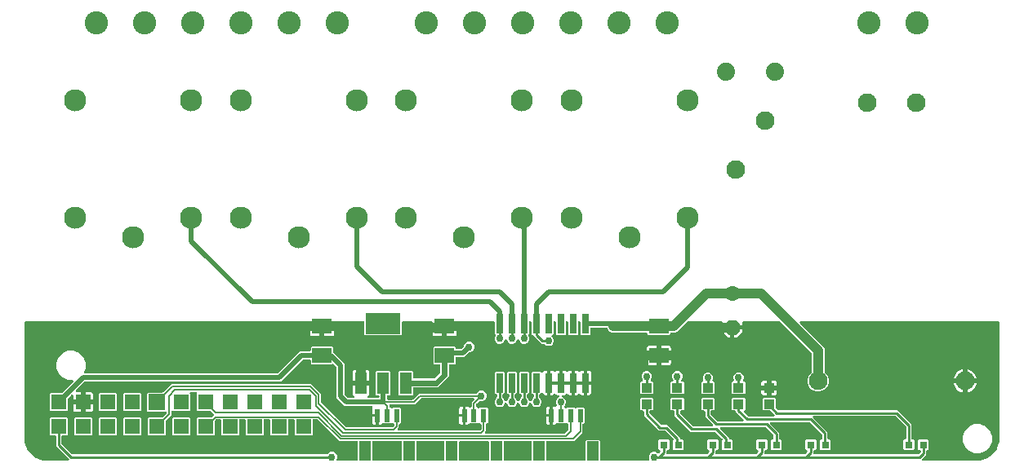
<source format=gtl>
G04 EAGLE Gerber RS-274X export*
G75*
%MOMM*%
%FSLAX34Y34*%
%LPD*%
%INtop_metal*%
%IPPOS*%
%AMOC8*
5,1,8,0,0,1.08239X$1,22.5*%
G01*
%ADD10R,1.524000X1.524000*%
%ADD11R,1.676400X1.676400*%
%ADD12R,0.660400X2.032000*%
%ADD13C,1.930400*%
%ADD14C,2.300000*%
%ADD15R,1.219200X2.235200*%
%ADD16R,3.600000X2.200000*%
%ADD17R,1.100000X1.000000*%
%ADD18R,0.800000X0.800000*%
%ADD19C,1.879600*%
%ADD20R,2.000000X1.500000*%
%ADD21P,1.732040X8X292.500000*%
%ADD22C,1.600200*%
%ADD23R,1.200000X2.000000*%
%ADD24R,0.600000X1.350000*%
%ADD25C,2.413000*%
%ADD26C,1.016000*%
%ADD27C,0.756400*%
%ADD28C,0.254000*%
%ADD29C,0.508000*%
%ADD30C,0.706400*%
%ADD31C,0.152400*%
%ADD32C,0.609600*%
%ADD33C,0.304800*%

G36*
X47730Y2558D02*
X47730Y2558D01*
X47869Y2571D01*
X47888Y2578D01*
X47908Y2581D01*
X48037Y2632D01*
X48168Y2679D01*
X48185Y2690D01*
X48204Y2698D01*
X48316Y2779D01*
X48431Y2857D01*
X48445Y2873D01*
X48461Y2884D01*
X48550Y2992D01*
X48642Y3096D01*
X48651Y3114D01*
X48664Y3129D01*
X48723Y3255D01*
X48787Y3379D01*
X48791Y3399D01*
X48800Y3417D01*
X48826Y3553D01*
X48856Y3689D01*
X48856Y3710D01*
X48859Y3729D01*
X48851Y3868D01*
X48847Y4007D01*
X48841Y4027D01*
X48840Y4047D01*
X48797Y4179D01*
X48758Y4313D01*
X48748Y4330D01*
X48742Y4349D01*
X48667Y4467D01*
X48597Y4587D01*
X48578Y4608D01*
X48571Y4618D01*
X48556Y4632D01*
X48490Y4707D01*
X35305Y17892D01*
X35305Y27686D01*
X35290Y27804D01*
X35283Y27923D01*
X35270Y27961D01*
X35265Y28002D01*
X35222Y28112D01*
X35185Y28225D01*
X35163Y28260D01*
X35148Y28297D01*
X35079Y28393D01*
X35015Y28494D01*
X34985Y28522D01*
X34962Y28555D01*
X34870Y28631D01*
X34783Y28712D01*
X34748Y28732D01*
X34717Y28757D01*
X34609Y28808D01*
X34505Y28866D01*
X34465Y28876D01*
X34429Y28893D01*
X34312Y28915D01*
X34197Y28945D01*
X34137Y28949D01*
X34117Y28953D01*
X34096Y28951D01*
X34036Y28955D01*
X29848Y28955D01*
X28955Y29848D01*
X28955Y46352D01*
X29848Y47245D01*
X46352Y47245D01*
X47245Y46352D01*
X47245Y29848D01*
X46352Y28955D01*
X42164Y28955D01*
X42046Y28940D01*
X41927Y28933D01*
X41889Y28920D01*
X41848Y28915D01*
X41738Y28872D01*
X41625Y28835D01*
X41590Y28813D01*
X41553Y28798D01*
X41457Y28729D01*
X41356Y28665D01*
X41328Y28635D01*
X41295Y28612D01*
X41219Y28520D01*
X41138Y28433D01*
X41118Y28398D01*
X41093Y28367D01*
X41042Y28259D01*
X40984Y28155D01*
X40974Y28115D01*
X40957Y28079D01*
X40935Y27962D01*
X40905Y27847D01*
X40901Y27787D01*
X40897Y27767D01*
X40899Y27746D01*
X40895Y27686D01*
X40895Y20733D01*
X40907Y20635D01*
X40910Y20536D01*
X40927Y20478D01*
X40935Y20418D01*
X40971Y20326D01*
X40999Y20231D01*
X41029Y20178D01*
X41052Y20122D01*
X41110Y20042D01*
X41160Y19957D01*
X41226Y19881D01*
X41238Y19865D01*
X41248Y19857D01*
X41266Y19836D01*
X51586Y9516D01*
X51664Y9456D01*
X51736Y9388D01*
X51789Y9359D01*
X51837Y9322D01*
X51928Y9282D01*
X52015Y9234D01*
X52073Y9219D01*
X52129Y9195D01*
X52227Y9180D01*
X52323Y9155D01*
X52423Y9149D01*
X52443Y9145D01*
X52455Y9147D01*
X52483Y9145D01*
X316074Y9145D01*
X316172Y9157D01*
X316271Y9160D01*
X316330Y9177D01*
X316390Y9185D01*
X316482Y9221D01*
X316577Y9249D01*
X316629Y9279D01*
X316685Y9302D01*
X316766Y9360D01*
X316851Y9410D01*
X316926Y9476D01*
X316943Y9488D01*
X316951Y9498D01*
X316972Y9516D01*
X318304Y10849D01*
X320254Y11657D01*
X322366Y11657D01*
X324316Y10849D01*
X325809Y9356D01*
X326617Y7406D01*
X326617Y5294D01*
X326203Y4296D01*
X326190Y4248D01*
X326169Y4203D01*
X326148Y4095D01*
X326119Y3989D01*
X326118Y3939D01*
X326109Y3890D01*
X326116Y3781D01*
X326114Y3671D01*
X326126Y3623D01*
X326129Y3573D01*
X326163Y3469D01*
X326188Y3362D01*
X326211Y3318D01*
X326227Y3271D01*
X326286Y3178D01*
X326337Y3081D01*
X326370Y3044D01*
X326397Y3002D01*
X326477Y2927D01*
X326551Y2845D01*
X326592Y2818D01*
X326629Y2784D01*
X326725Y2731D01*
X326817Y2671D01*
X326864Y2654D01*
X326907Y2630D01*
X327013Y2603D01*
X327117Y2567D01*
X327167Y2563D01*
X327215Y2551D01*
X327376Y2541D01*
X346746Y2541D01*
X346864Y2556D01*
X346983Y2563D01*
X347021Y2576D01*
X347062Y2581D01*
X347172Y2624D01*
X347285Y2661D01*
X347320Y2683D01*
X347357Y2698D01*
X347453Y2767D01*
X347554Y2831D01*
X347582Y2861D01*
X347615Y2884D01*
X347691Y2976D01*
X347772Y3063D01*
X347792Y3098D01*
X347817Y3129D01*
X347868Y3237D01*
X347926Y3341D01*
X347936Y3381D01*
X347953Y3417D01*
X347975Y3534D01*
X348005Y3649D01*
X348009Y3709D01*
X348013Y3729D01*
X348011Y3750D01*
X348015Y3810D01*
X348015Y21844D01*
X348000Y21962D01*
X347993Y22081D01*
X347980Y22119D01*
X347975Y22160D01*
X347932Y22270D01*
X347895Y22383D01*
X347873Y22418D01*
X347858Y22455D01*
X347789Y22551D01*
X347725Y22652D01*
X347695Y22680D01*
X347672Y22713D01*
X347580Y22789D01*
X347493Y22870D01*
X347458Y22890D01*
X347427Y22915D01*
X347319Y22966D01*
X347215Y23024D01*
X347175Y23034D01*
X347139Y23051D01*
X347022Y23073D01*
X346907Y23103D01*
X346847Y23107D01*
X346827Y23111D01*
X346806Y23109D01*
X346746Y23113D01*
X329253Y23113D01*
X307019Y45348D01*
X306940Y45408D01*
X306868Y45476D01*
X306815Y45505D01*
X306767Y45542D01*
X306676Y45582D01*
X306590Y45630D01*
X306531Y45645D01*
X306475Y45669D01*
X306377Y45684D01*
X306282Y45709D01*
X306182Y45715D01*
X306161Y45719D01*
X306149Y45717D01*
X306121Y45719D01*
X302514Y45719D01*
X302396Y45704D01*
X302277Y45697D01*
X302239Y45684D01*
X302198Y45679D01*
X302088Y45636D01*
X301975Y45599D01*
X301940Y45577D01*
X301903Y45562D01*
X301807Y45493D01*
X301706Y45429D01*
X301678Y45399D01*
X301645Y45376D01*
X301569Y45284D01*
X301488Y45197D01*
X301468Y45162D01*
X301443Y45131D01*
X301392Y45023D01*
X301334Y44919D01*
X301324Y44879D01*
X301307Y44843D01*
X301285Y44726D01*
X301255Y44611D01*
X301251Y44551D01*
X301247Y44531D01*
X301248Y44512D01*
X301247Y44506D01*
X301248Y44498D01*
X301245Y44450D01*
X301245Y29848D01*
X300352Y28955D01*
X283848Y28955D01*
X282955Y29848D01*
X282955Y44450D01*
X282940Y44568D01*
X282933Y44687D01*
X282920Y44725D01*
X282915Y44766D01*
X282872Y44876D01*
X282835Y44989D01*
X282813Y45024D01*
X282798Y45061D01*
X282729Y45157D01*
X282665Y45258D01*
X282635Y45286D01*
X282612Y45319D01*
X282520Y45395D01*
X282433Y45476D01*
X282398Y45496D01*
X282367Y45521D01*
X282259Y45572D01*
X282155Y45630D01*
X282115Y45640D01*
X282079Y45657D01*
X281962Y45679D01*
X281847Y45709D01*
X281787Y45713D01*
X281767Y45717D01*
X281746Y45715D01*
X281686Y45719D01*
X277114Y45719D01*
X276996Y45704D01*
X276877Y45697D01*
X276839Y45684D01*
X276798Y45679D01*
X276688Y45636D01*
X276575Y45599D01*
X276540Y45577D01*
X276503Y45562D01*
X276407Y45493D01*
X276306Y45429D01*
X276278Y45399D01*
X276245Y45376D01*
X276169Y45284D01*
X276088Y45197D01*
X276068Y45162D01*
X276043Y45131D01*
X275992Y45023D01*
X275934Y44919D01*
X275924Y44879D01*
X275907Y44843D01*
X275885Y44726D01*
X275855Y44611D01*
X275851Y44551D01*
X275847Y44531D01*
X275848Y44512D01*
X275847Y44506D01*
X275848Y44498D01*
X275845Y44450D01*
X275845Y29848D01*
X274952Y28955D01*
X258448Y28955D01*
X257555Y29848D01*
X257555Y44450D01*
X257540Y44568D01*
X257533Y44687D01*
X257520Y44725D01*
X257515Y44766D01*
X257472Y44876D01*
X257435Y44989D01*
X257413Y45024D01*
X257398Y45061D01*
X257329Y45157D01*
X257265Y45258D01*
X257235Y45286D01*
X257212Y45319D01*
X257120Y45395D01*
X257033Y45476D01*
X256998Y45496D01*
X256967Y45521D01*
X256859Y45572D01*
X256755Y45630D01*
X256715Y45640D01*
X256679Y45657D01*
X256562Y45679D01*
X256447Y45709D01*
X256387Y45713D01*
X256367Y45717D01*
X256346Y45715D01*
X256286Y45719D01*
X251714Y45719D01*
X251596Y45704D01*
X251477Y45697D01*
X251439Y45684D01*
X251398Y45679D01*
X251288Y45636D01*
X251175Y45599D01*
X251140Y45577D01*
X251103Y45562D01*
X251007Y45493D01*
X250906Y45429D01*
X250878Y45399D01*
X250845Y45376D01*
X250769Y45284D01*
X250688Y45197D01*
X250668Y45162D01*
X250643Y45131D01*
X250592Y45023D01*
X250534Y44919D01*
X250524Y44879D01*
X250507Y44843D01*
X250485Y44726D01*
X250455Y44611D01*
X250451Y44551D01*
X250447Y44531D01*
X250448Y44512D01*
X250447Y44506D01*
X250448Y44498D01*
X250445Y44450D01*
X250445Y29848D01*
X249552Y28955D01*
X233048Y28955D01*
X232155Y29848D01*
X232155Y44450D01*
X232140Y44568D01*
X232133Y44687D01*
X232120Y44725D01*
X232115Y44766D01*
X232072Y44876D01*
X232035Y44989D01*
X232013Y45024D01*
X231998Y45061D01*
X231929Y45157D01*
X231865Y45258D01*
X231835Y45286D01*
X231812Y45319D01*
X231720Y45395D01*
X231633Y45476D01*
X231598Y45496D01*
X231567Y45521D01*
X231459Y45572D01*
X231355Y45630D01*
X231315Y45640D01*
X231279Y45657D01*
X231162Y45679D01*
X231047Y45709D01*
X230987Y45713D01*
X230967Y45717D01*
X230946Y45715D01*
X230886Y45719D01*
X226314Y45719D01*
X226196Y45704D01*
X226077Y45697D01*
X226039Y45684D01*
X225998Y45679D01*
X225888Y45636D01*
X225775Y45599D01*
X225740Y45577D01*
X225703Y45562D01*
X225607Y45493D01*
X225506Y45429D01*
X225478Y45399D01*
X225445Y45376D01*
X225369Y45284D01*
X225288Y45197D01*
X225268Y45162D01*
X225243Y45131D01*
X225192Y45023D01*
X225134Y44919D01*
X225124Y44879D01*
X225107Y44843D01*
X225085Y44726D01*
X225055Y44611D01*
X225051Y44551D01*
X225047Y44531D01*
X225048Y44512D01*
X225047Y44506D01*
X225048Y44498D01*
X225045Y44450D01*
X225045Y29848D01*
X224152Y28955D01*
X207648Y28955D01*
X206755Y29848D01*
X206755Y44450D01*
X206740Y44568D01*
X206733Y44687D01*
X206720Y44725D01*
X206715Y44766D01*
X206672Y44876D01*
X206635Y44989D01*
X206613Y45024D01*
X206598Y45061D01*
X206529Y45157D01*
X206465Y45258D01*
X206435Y45286D01*
X206412Y45319D01*
X206320Y45395D01*
X206233Y45476D01*
X206198Y45496D01*
X206167Y45521D01*
X206059Y45572D01*
X205955Y45630D01*
X205915Y45640D01*
X205879Y45657D01*
X205762Y45679D01*
X205647Y45709D01*
X205587Y45713D01*
X205567Y45717D01*
X205546Y45715D01*
X205486Y45719D01*
X201879Y45719D01*
X201781Y45707D01*
X201682Y45704D01*
X201623Y45687D01*
X201563Y45679D01*
X201472Y45643D01*
X201376Y45615D01*
X201324Y45585D01*
X201268Y45562D01*
X201188Y45504D01*
X201102Y45454D01*
X201027Y45388D01*
X201010Y45376D01*
X201003Y45366D01*
X200981Y45348D01*
X200017Y44383D01*
X199956Y44304D01*
X199888Y44232D01*
X199859Y44179D01*
X199822Y44131D01*
X199782Y44040D01*
X199734Y43954D01*
X199719Y43895D01*
X199695Y43839D01*
X199680Y43741D01*
X199655Y43646D01*
X199649Y43546D01*
X199645Y43525D01*
X199647Y43513D01*
X199645Y43485D01*
X199645Y29848D01*
X198752Y28955D01*
X182248Y28955D01*
X181355Y29848D01*
X181355Y46352D01*
X182248Y47245D01*
X195885Y47245D01*
X195983Y47257D01*
X196082Y47260D01*
X196141Y47277D01*
X196201Y47285D01*
X196293Y47321D01*
X196388Y47349D01*
X196440Y47379D01*
X196496Y47402D01*
X196576Y47460D01*
X196662Y47510D01*
X196737Y47576D01*
X196754Y47588D01*
X196761Y47598D01*
X196783Y47616D01*
X198722Y49556D01*
X198795Y49650D01*
X198874Y49739D01*
X198892Y49775D01*
X198917Y49807D01*
X198964Y49917D01*
X199018Y50023D01*
X199027Y50062D01*
X199043Y50099D01*
X199062Y50217D01*
X199088Y50333D01*
X199087Y50373D01*
X199093Y50413D01*
X199082Y50532D01*
X199078Y50651D01*
X199067Y50690D01*
X199063Y50730D01*
X199023Y50842D01*
X198990Y50956D01*
X198970Y50991D01*
X198956Y51029D01*
X198889Y51128D01*
X198829Y51230D01*
X198789Y51275D01*
X198777Y51292D01*
X198762Y51306D01*
X198722Y51351D01*
X198325Y51749D01*
X196090Y53984D01*
X196011Y54044D01*
X195939Y54112D01*
X195886Y54141D01*
X195838Y54178D01*
X195747Y54218D01*
X195661Y54266D01*
X195602Y54281D01*
X195547Y54305D01*
X195449Y54320D01*
X195353Y54345D01*
X195253Y54351D01*
X195232Y54355D01*
X195220Y54353D01*
X195192Y54355D01*
X182248Y54355D01*
X181355Y55248D01*
X181355Y71753D01*
X181435Y71856D01*
X181524Y71963D01*
X181533Y71982D01*
X181545Y71998D01*
X181600Y72125D01*
X181660Y72251D01*
X181663Y72271D01*
X181671Y72290D01*
X181693Y72427D01*
X181719Y72564D01*
X181718Y72584D01*
X181721Y72604D01*
X181708Y72742D01*
X181700Y72881D01*
X181693Y72900D01*
X181692Y72920D01*
X181644Y73052D01*
X181602Y73183D01*
X181591Y73200D01*
X181584Y73220D01*
X181506Y73335D01*
X181431Y73452D01*
X181417Y73466D01*
X181405Y73483D01*
X181301Y73575D01*
X181200Y73670D01*
X181182Y73680D01*
X181167Y73693D01*
X181043Y73757D01*
X180921Y73824D01*
X180902Y73829D01*
X180884Y73838D01*
X180748Y73868D01*
X180613Y73903D01*
X180585Y73905D01*
X180573Y73908D01*
X180553Y73907D01*
X180453Y73913D01*
X175147Y73913D01*
X175009Y73896D01*
X174871Y73883D01*
X174852Y73876D01*
X174832Y73873D01*
X174702Y73822D01*
X174572Y73775D01*
X174555Y73764D01*
X174536Y73756D01*
X174424Y73675D01*
X174308Y73597D01*
X174295Y73581D01*
X174279Y73570D01*
X174190Y73462D01*
X174098Y73358D01*
X174089Y73340D01*
X174076Y73325D01*
X174017Y73199D01*
X173953Y73075D01*
X173949Y73055D01*
X173940Y73037D01*
X173914Y72901D01*
X173884Y72765D01*
X173884Y72744D01*
X173881Y72725D01*
X173889Y72586D01*
X173893Y72447D01*
X173899Y72427D01*
X173900Y72407D01*
X173943Y72275D01*
X173982Y72141D01*
X173992Y72124D01*
X173998Y72105D01*
X174073Y71987D01*
X174143Y71867D01*
X174162Y71846D01*
X174169Y71836D01*
X174184Y71822D01*
X174245Y71752D01*
X174245Y55248D01*
X173352Y54355D01*
X156847Y54355D01*
X156744Y54435D01*
X156637Y54524D01*
X156618Y54533D01*
X156602Y54545D01*
X156475Y54600D01*
X156349Y54660D01*
X156329Y54663D01*
X156310Y54671D01*
X156173Y54693D01*
X156036Y54719D01*
X156016Y54718D01*
X155996Y54721D01*
X155858Y54708D01*
X155719Y54700D01*
X155700Y54693D01*
X155680Y54692D01*
X155548Y54644D01*
X155417Y54602D01*
X155400Y54591D01*
X155380Y54584D01*
X155265Y54506D01*
X155148Y54431D01*
X155134Y54417D01*
X155117Y54405D01*
X155025Y54301D01*
X154930Y54200D01*
X154920Y54182D01*
X154907Y54167D01*
X154843Y54043D01*
X154776Y53921D01*
X154771Y53902D01*
X154762Y53884D01*
X154732Y53748D01*
X154697Y53613D01*
X154695Y53585D01*
X154692Y53573D01*
X154693Y53553D01*
X154687Y53453D01*
X154687Y49853D01*
X149216Y44383D01*
X149156Y44304D01*
X149088Y44232D01*
X149059Y44179D01*
X149022Y44131D01*
X148982Y44040D01*
X148934Y43954D01*
X148919Y43895D01*
X148895Y43839D01*
X148880Y43741D01*
X148855Y43646D01*
X148849Y43546D01*
X148845Y43525D01*
X148847Y43513D01*
X148845Y43485D01*
X148845Y29848D01*
X147952Y28955D01*
X131448Y28955D01*
X130555Y29848D01*
X130555Y46352D01*
X131448Y47245D01*
X145085Y47245D01*
X145183Y47257D01*
X145282Y47260D01*
X145340Y47277D01*
X145401Y47285D01*
X145493Y47321D01*
X145588Y47349D01*
X145640Y47379D01*
X145696Y47402D01*
X145776Y47460D01*
X145862Y47510D01*
X145937Y47576D01*
X145954Y47588D01*
X145961Y47598D01*
X145983Y47616D01*
X149742Y51375D01*
X149802Y51454D01*
X149870Y51526D01*
X149899Y51579D01*
X149936Y51627D01*
X149976Y51718D01*
X150024Y51804D01*
X150039Y51863D01*
X150063Y51919D01*
X150078Y52017D01*
X150103Y52112D01*
X150109Y52212D01*
X150113Y52233D01*
X150111Y52245D01*
X150113Y52273D01*
X150113Y52324D01*
X150098Y52442D01*
X150091Y52561D01*
X150078Y52599D01*
X150073Y52640D01*
X150030Y52750D01*
X149993Y52863D01*
X149971Y52898D01*
X149956Y52935D01*
X149887Y53031D01*
X149823Y53132D01*
X149793Y53160D01*
X149770Y53193D01*
X149678Y53269D01*
X149591Y53350D01*
X149556Y53370D01*
X149525Y53395D01*
X149417Y53446D01*
X149313Y53504D01*
X149273Y53514D01*
X149237Y53531D01*
X149120Y53553D01*
X149005Y53583D01*
X148945Y53587D01*
X148925Y53591D01*
X148904Y53589D01*
X148844Y53593D01*
X130686Y53593D01*
X129793Y54486D01*
X129793Y72514D01*
X130686Y73407D01*
X145847Y73407D01*
X145945Y73419D01*
X146044Y73422D01*
X146102Y73439D01*
X146163Y73447D01*
X146255Y73483D01*
X146350Y73511D01*
X146402Y73541D01*
X146458Y73564D01*
X146538Y73622D01*
X146624Y73672D01*
X146699Y73738D01*
X146716Y73750D01*
X146723Y73760D01*
X146745Y73778D01*
X155263Y82297D01*
X299898Y82297D01*
X310135Y72060D01*
X310135Y63703D01*
X310147Y63605D01*
X310150Y63506D01*
X310167Y63448D01*
X310175Y63387D01*
X310211Y63295D01*
X310239Y63200D01*
X310269Y63148D01*
X310292Y63092D01*
X310350Y63012D01*
X310400Y62926D01*
X310466Y62851D01*
X310478Y62834D01*
X310488Y62827D01*
X310506Y62805D01*
X335855Y37456D01*
X335934Y37396D01*
X336006Y37328D01*
X336059Y37299D01*
X336107Y37262D01*
X336198Y37222D01*
X336284Y37174D01*
X336343Y37159D01*
X336399Y37135D01*
X336497Y37120D01*
X336592Y37095D01*
X336692Y37089D01*
X336713Y37085D01*
X336725Y37087D01*
X336753Y37085D01*
X383845Y37085D01*
X383943Y37097D01*
X384042Y37100D01*
X384100Y37117D01*
X384161Y37125D01*
X384253Y37161D01*
X384348Y37189D01*
X384400Y37219D01*
X384456Y37242D01*
X384536Y37300D01*
X384622Y37350D01*
X384697Y37416D01*
X384714Y37428D01*
X384721Y37438D01*
X384743Y37456D01*
X385882Y38595D01*
X385942Y38674D01*
X386010Y38746D01*
X386039Y38799D01*
X386076Y38847D01*
X386116Y38938D01*
X386164Y39024D01*
X386179Y39083D01*
X386203Y39139D01*
X386218Y39237D01*
X386243Y39332D01*
X386249Y39432D01*
X386253Y39453D01*
X386251Y39465D01*
X386253Y39493D01*
X386253Y39986D01*
X386238Y40104D01*
X386231Y40223D01*
X386218Y40261D01*
X386213Y40302D01*
X386170Y40412D01*
X386133Y40525D01*
X386111Y40560D01*
X386096Y40597D01*
X386027Y40693D01*
X385963Y40794D01*
X385933Y40822D01*
X385910Y40855D01*
X385818Y40931D01*
X385731Y41012D01*
X385696Y41032D01*
X385665Y41057D01*
X385557Y41108D01*
X385453Y41166D01*
X385413Y41176D01*
X385377Y41193D01*
X385260Y41215D01*
X385145Y41245D01*
X385085Y41249D01*
X385065Y41253D01*
X385044Y41251D01*
X384984Y41255D01*
X384908Y41255D01*
X384437Y41726D01*
X384343Y41799D01*
X384254Y41878D01*
X384218Y41896D01*
X384186Y41921D01*
X384077Y41969D01*
X383971Y42023D01*
X383932Y42031D01*
X383894Y42047D01*
X383777Y42066D01*
X383661Y42092D01*
X383620Y42091D01*
X383580Y42097D01*
X383462Y42086D01*
X383343Y42083D01*
X383304Y42071D01*
X383264Y42068D01*
X383152Y42027D01*
X383037Y41994D01*
X383002Y41974D01*
X382964Y41960D01*
X382866Y41893D01*
X382763Y41833D01*
X382718Y41793D01*
X382701Y41781D01*
X382688Y41766D01*
X382642Y41726D01*
X382172Y41255D01*
X374785Y41255D01*
X374689Y41304D01*
X374650Y41313D01*
X374613Y41329D01*
X374495Y41348D01*
X374379Y41374D01*
X374339Y41373D01*
X374299Y41379D01*
X374180Y41368D01*
X374061Y41364D01*
X374022Y41353D01*
X373982Y41349D01*
X373870Y41309D01*
X373756Y41276D01*
X373721Y41255D01*
X373683Y41242D01*
X373584Y41175D01*
X373482Y41114D01*
X373437Y41074D01*
X373420Y41063D01*
X373406Y41048D01*
X373361Y41008D01*
X373100Y40747D01*
X372521Y40412D01*
X371874Y40239D01*
X370039Y40239D01*
X370039Y49300D01*
X370024Y49418D01*
X370017Y49537D01*
X370004Y49575D01*
X369999Y49615D01*
X369956Y49726D01*
X369919Y49839D01*
X369897Y49873D01*
X369882Y49911D01*
X369813Y50007D01*
X369749Y50108D01*
X369719Y50136D01*
X369696Y50168D01*
X369604Y50244D01*
X369517Y50326D01*
X369482Y50345D01*
X369451Y50371D01*
X369407Y50391D01*
X369352Y50467D01*
X369289Y50568D01*
X369259Y50596D01*
X369235Y50629D01*
X369144Y50705D01*
X369057Y50786D01*
X369022Y50806D01*
X368990Y50831D01*
X368883Y50882D01*
X368778Y50940D01*
X368739Y50950D01*
X368703Y50967D01*
X368586Y50989D01*
X368470Y51019D01*
X368410Y51023D01*
X368390Y51027D01*
X368370Y51025D01*
X368310Y51029D01*
X362999Y51029D01*
X362999Y56614D01*
X363172Y57261D01*
X363329Y57531D01*
X363380Y57653D01*
X363436Y57773D01*
X363441Y57800D01*
X363452Y57825D01*
X363471Y57956D01*
X363496Y58086D01*
X363495Y58112D01*
X363498Y58139D01*
X363485Y58271D01*
X363476Y58403D01*
X363468Y58429D01*
X363465Y58455D01*
X363419Y58580D01*
X363378Y58705D01*
X363364Y58728D01*
X363355Y58754D01*
X363279Y58862D01*
X363208Y58974D01*
X363189Y58993D01*
X363173Y59015D01*
X363073Y59101D01*
X362977Y59192D01*
X362953Y59205D01*
X362933Y59223D01*
X362814Y59282D01*
X362698Y59346D01*
X362672Y59352D01*
X362648Y59364D01*
X362518Y59392D01*
X362390Y59425D01*
X362352Y59427D01*
X362337Y59431D01*
X362315Y59430D01*
X362230Y59435D01*
X334866Y59435D01*
X326135Y68166D01*
X326135Y99391D01*
X326123Y99489D01*
X326120Y99588D01*
X326103Y99646D01*
X326095Y99706D01*
X326059Y99798D01*
X326031Y99893D01*
X326001Y99945D01*
X325978Y100002D01*
X325920Y100082D01*
X325870Y100167D01*
X325804Y100243D01*
X325792Y100259D01*
X325782Y100267D01*
X325764Y100288D01*
X323326Y102725D01*
X323232Y102798D01*
X323143Y102877D01*
X323107Y102895D01*
X323075Y102920D01*
X322966Y102967D01*
X322860Y103022D01*
X322820Y103030D01*
X322783Y103046D01*
X322666Y103065D01*
X322549Y103091D01*
X322509Y103090D01*
X322469Y103096D01*
X322351Y103085D01*
X322232Y103081D01*
X322193Y103070D01*
X322153Y103066D01*
X322040Y103026D01*
X321926Y102993D01*
X321896Y102975D01*
X300518Y102975D01*
X299625Y103868D01*
X299625Y106666D01*
X299610Y106784D01*
X299603Y106903D01*
X299590Y106941D01*
X299585Y106982D01*
X299542Y107092D01*
X299505Y107205D01*
X299483Y107240D01*
X299468Y107277D01*
X299399Y107373D01*
X299335Y107474D01*
X299305Y107502D01*
X299282Y107535D01*
X299190Y107611D01*
X299103Y107692D01*
X299068Y107712D01*
X299037Y107737D01*
X298929Y107788D01*
X298825Y107846D01*
X298785Y107856D01*
X298749Y107873D01*
X298632Y107895D01*
X298517Y107925D01*
X298457Y107929D01*
X298437Y107933D01*
X298416Y107931D01*
X298356Y107935D01*
X292009Y107935D01*
X291911Y107923D01*
X291812Y107920D01*
X291754Y107903D01*
X291694Y107895D01*
X291602Y107859D01*
X291507Y107831D01*
X291455Y107801D01*
X291398Y107778D01*
X291318Y107720D01*
X291233Y107670D01*
X291157Y107604D01*
X291141Y107592D01*
X291133Y107582D01*
X291112Y107564D01*
X268384Y84835D01*
X65709Y84835D01*
X65611Y84823D01*
X65512Y84820D01*
X65454Y84803D01*
X65394Y84795D01*
X65302Y84759D01*
X65207Y84731D01*
X65155Y84701D01*
X65098Y84678D01*
X65018Y84620D01*
X64933Y84570D01*
X64857Y84504D01*
X64841Y84492D01*
X64833Y84482D01*
X64812Y84464D01*
X56176Y75827D01*
X56091Y75718D01*
X56002Y75611D01*
X55993Y75592D01*
X55981Y75576D01*
X55925Y75448D01*
X55866Y75323D01*
X55863Y75303D01*
X55855Y75284D01*
X55833Y75146D01*
X55807Y75010D01*
X55808Y74990D01*
X55805Y74970D01*
X55818Y74831D01*
X55826Y74693D01*
X55833Y74674D01*
X55835Y74654D01*
X55882Y74522D01*
X55924Y74391D01*
X55935Y74373D01*
X55942Y74354D01*
X56020Y74239D01*
X56095Y74122D01*
X56109Y74108D01*
X56121Y74091D01*
X56225Y73999D01*
X56326Y73904D01*
X56344Y73894D01*
X56359Y73881D01*
X56483Y73817D01*
X56605Y73750D01*
X56624Y73745D01*
X56642Y73736D01*
X56778Y73706D01*
X56913Y73671D01*
X56941Y73669D01*
X56953Y73666D01*
X56973Y73667D01*
X57073Y73661D01*
X60961Y73661D01*
X60961Y66039D01*
X53339Y66039D01*
X53339Y69927D01*
X53322Y70063D01*
X53309Y70203D01*
X53302Y70222D01*
X53299Y70242D01*
X53249Y70371D01*
X53201Y70502D01*
X53190Y70519D01*
X53182Y70538D01*
X53101Y70650D01*
X53023Y70765D01*
X53007Y70779D01*
X52996Y70795D01*
X52888Y70884D01*
X52784Y70976D01*
X52766Y70985D01*
X52751Y70998D01*
X52625Y71057D01*
X52501Y71120D01*
X52481Y71125D01*
X52463Y71134D01*
X52327Y71160D01*
X52191Y71190D01*
X52170Y71190D01*
X52151Y71193D01*
X52012Y71185D01*
X51873Y71180D01*
X51853Y71175D01*
X51833Y71174D01*
X51701Y71131D01*
X51567Y71092D01*
X51550Y71082D01*
X51531Y71076D01*
X51413Y71001D01*
X51293Y70931D01*
X51272Y70912D01*
X51262Y70905D01*
X51248Y70890D01*
X51173Y70824D01*
X47616Y67268D01*
X47556Y67190D01*
X47488Y67118D01*
X47459Y67065D01*
X47422Y67017D01*
X47382Y66926D01*
X47334Y66839D01*
X47319Y66781D01*
X47295Y66725D01*
X47280Y66627D01*
X47255Y66531D01*
X47249Y66431D01*
X47245Y66411D01*
X47247Y66399D01*
X47245Y66371D01*
X47245Y55248D01*
X46352Y54355D01*
X29848Y54355D01*
X28955Y55248D01*
X28955Y71752D01*
X29848Y72645D01*
X40971Y72645D01*
X41069Y72657D01*
X41168Y72660D01*
X41226Y72677D01*
X41286Y72685D01*
X41378Y72721D01*
X41473Y72749D01*
X41525Y72779D01*
X41582Y72802D01*
X41662Y72860D01*
X41747Y72910D01*
X41823Y72976D01*
X41839Y72988D01*
X41847Y72998D01*
X41868Y73016D01*
X53044Y84193D01*
X53129Y84302D01*
X53218Y84409D01*
X53227Y84428D01*
X53239Y84444D01*
X53295Y84572D01*
X53354Y84697D01*
X53357Y84717D01*
X53365Y84736D01*
X53387Y84874D01*
X53413Y85010D01*
X53412Y85030D01*
X53415Y85050D01*
X53402Y85189D01*
X53394Y85327D01*
X53387Y85346D01*
X53385Y85366D01*
X53338Y85498D01*
X53296Y85629D01*
X53285Y85647D01*
X53278Y85666D01*
X53200Y85781D01*
X53125Y85898D01*
X53111Y85912D01*
X53099Y85929D01*
X52995Y86021D01*
X52894Y86116D01*
X52876Y86126D01*
X52861Y86139D01*
X52737Y86203D01*
X52615Y86270D01*
X52596Y86275D01*
X52578Y86284D01*
X52442Y86314D01*
X52307Y86349D01*
X52279Y86351D01*
X52267Y86354D01*
X52247Y86353D01*
X52147Y86359D01*
X47768Y86359D01*
X42167Y88680D01*
X37880Y92967D01*
X35559Y98568D01*
X35559Y104632D01*
X37880Y110233D01*
X42167Y114520D01*
X47768Y116841D01*
X53832Y116841D01*
X59433Y114520D01*
X63720Y110233D01*
X66041Y104632D01*
X66041Y98568D01*
X64447Y94720D01*
X64433Y94672D01*
X64412Y94627D01*
X64392Y94519D01*
X64363Y94413D01*
X64362Y94363D01*
X64352Y94314D01*
X64359Y94205D01*
X64358Y94095D01*
X64369Y94047D01*
X64372Y93997D01*
X64406Y93893D01*
X64432Y93786D01*
X64455Y93742D01*
X64470Y93695D01*
X64529Y93602D01*
X64580Y93505D01*
X64614Y93468D01*
X64640Y93426D01*
X64721Y93351D01*
X64794Y93269D01*
X64836Y93242D01*
X64872Y93208D01*
X64968Y93155D01*
X65060Y93095D01*
X65107Y93078D01*
X65151Y93054D01*
X65257Y93027D01*
X65361Y92991D01*
X65410Y92987D01*
X65458Y92975D01*
X65619Y92965D01*
X264491Y92965D01*
X264589Y92977D01*
X264688Y92980D01*
X264746Y92997D01*
X264806Y93005D01*
X264898Y93041D01*
X264993Y93069D01*
X265045Y93099D01*
X265102Y93122D01*
X265182Y93180D01*
X265267Y93230D01*
X265343Y93296D01*
X265359Y93308D01*
X265367Y93318D01*
X265388Y93336D01*
X288116Y116065D01*
X298356Y116065D01*
X298474Y116080D01*
X298593Y116087D01*
X298631Y116100D01*
X298672Y116105D01*
X298782Y116148D01*
X298895Y116185D01*
X298930Y116207D01*
X298967Y116222D01*
X299063Y116291D01*
X299164Y116355D01*
X299192Y116385D01*
X299225Y116408D01*
X299301Y116500D01*
X299382Y116587D01*
X299402Y116622D01*
X299427Y116653D01*
X299478Y116761D01*
X299536Y116865D01*
X299546Y116905D01*
X299563Y116941D01*
X299585Y117058D01*
X299615Y117173D01*
X299619Y117233D01*
X299623Y117253D01*
X299621Y117274D01*
X299625Y117334D01*
X299625Y120132D01*
X300518Y121025D01*
X321782Y121025D01*
X322675Y120132D01*
X322675Y115399D01*
X322687Y115301D01*
X322690Y115202D01*
X322707Y115144D01*
X322715Y115084D01*
X322751Y114992D01*
X322779Y114897D01*
X322809Y114845D01*
X322832Y114788D01*
X322890Y114708D01*
X322940Y114623D01*
X323006Y114547D01*
X323018Y114531D01*
X323028Y114523D01*
X323046Y114502D01*
X334265Y103284D01*
X334265Y72059D01*
X334277Y71961D01*
X334280Y71862D01*
X334297Y71804D01*
X334305Y71744D01*
X334341Y71652D01*
X334369Y71557D01*
X334399Y71505D01*
X334422Y71448D01*
X334480Y71368D01*
X334530Y71283D01*
X334596Y71207D01*
X334608Y71191D01*
X334618Y71183D01*
X334636Y71162D01*
X337862Y67936D01*
X337940Y67876D01*
X338012Y67808D01*
X338065Y67779D01*
X338113Y67742D01*
X338204Y67702D01*
X338291Y67654D01*
X338349Y67639D01*
X338405Y67615D01*
X338503Y67600D01*
X338599Y67575D01*
X338699Y67569D01*
X338719Y67565D01*
X338731Y67567D01*
X338759Y67565D01*
X343539Y67565D01*
X343684Y67583D01*
X343829Y67598D01*
X343841Y67603D01*
X343855Y67605D01*
X343990Y67658D01*
X344127Y67709D01*
X344138Y67717D01*
X344151Y67722D01*
X344269Y67807D01*
X344388Y67890D01*
X344397Y67900D01*
X344408Y67908D01*
X344501Y68021D01*
X344596Y68131D01*
X344602Y68143D01*
X344611Y68153D01*
X344672Y68284D01*
X344738Y68416D01*
X344741Y68429D01*
X344746Y68441D01*
X344773Y68583D01*
X344804Y68727D01*
X344804Y68740D01*
X344806Y68753D01*
X344797Y68899D01*
X344791Y69045D01*
X344787Y69057D01*
X344786Y69071D01*
X344742Y69209D01*
X344699Y69349D01*
X344692Y69361D01*
X344688Y69373D01*
X344610Y69497D01*
X344535Y69621D01*
X344525Y69631D01*
X344518Y69642D01*
X344412Y69742D01*
X344308Y69844D01*
X344293Y69854D01*
X344286Y69860D01*
X344272Y69868D01*
X344174Y69933D01*
X343880Y70103D01*
X343407Y70576D01*
X343072Y71155D01*
X342899Y71802D01*
X342899Y80773D01*
X350266Y80773D01*
X350384Y80788D01*
X350503Y80795D01*
X350541Y80808D01*
X350581Y80813D01*
X350692Y80856D01*
X350805Y80893D01*
X350840Y80915D01*
X350877Y80930D01*
X350973Y81000D01*
X351074Y81063D01*
X351102Y81093D01*
X351134Y81117D01*
X351210Y81208D01*
X351292Y81295D01*
X351311Y81330D01*
X351337Y81361D01*
X351388Y81469D01*
X351445Y81573D01*
X351456Y81613D01*
X351473Y81649D01*
X351495Y81766D01*
X351525Y81881D01*
X351529Y81941D01*
X351533Y81962D01*
X351531Y81982D01*
X351535Y82042D01*
X351535Y83313D01*
X351537Y83313D01*
X351537Y82042D01*
X351552Y81924D01*
X351559Y81805D01*
X351572Y81767D01*
X351577Y81727D01*
X351621Y81616D01*
X351657Y81503D01*
X351679Y81468D01*
X351694Y81431D01*
X351764Y81335D01*
X351827Y81234D01*
X351857Y81206D01*
X351881Y81173D01*
X351972Y81098D01*
X352059Y81016D01*
X352094Y80996D01*
X352126Y80971D01*
X352233Y80920D01*
X352337Y80862D01*
X352377Y80852D01*
X352413Y80835D01*
X352530Y80813D01*
X352645Y80783D01*
X352706Y80779D01*
X352726Y80775D01*
X352746Y80777D01*
X352806Y80773D01*
X360173Y80773D01*
X360173Y71802D01*
X360000Y71155D01*
X359665Y70576D01*
X359192Y70103D01*
X358898Y69933D01*
X358781Y69845D01*
X358664Y69760D01*
X358655Y69749D01*
X358645Y69741D01*
X358554Y69627D01*
X358461Y69515D01*
X358456Y69502D01*
X358447Y69492D01*
X358388Y69358D01*
X358326Y69227D01*
X358323Y69214D01*
X358318Y69201D01*
X358293Y69057D01*
X358266Y68914D01*
X358267Y68901D01*
X358265Y68888D01*
X358277Y68742D01*
X358286Y68597D01*
X358290Y68584D01*
X358291Y68571D01*
X358339Y68433D01*
X358384Y68295D01*
X358391Y68283D01*
X358395Y68270D01*
X358476Y68149D01*
X358554Y68026D01*
X358564Y68017D01*
X358571Y68005D01*
X358679Y67908D01*
X358786Y67808D01*
X358797Y67801D01*
X358807Y67792D01*
X358936Y67725D01*
X359064Y67654D01*
X359077Y67651D01*
X359089Y67645D01*
X359231Y67611D01*
X359372Y67575D01*
X359390Y67574D01*
X359399Y67572D01*
X359416Y67572D01*
X359533Y67565D01*
X369316Y67565D01*
X369434Y67580D01*
X369553Y67587D01*
X369591Y67600D01*
X369632Y67605D01*
X369742Y67648D01*
X369855Y67685D01*
X369890Y67707D01*
X369927Y67722D01*
X370023Y67791D01*
X370124Y67855D01*
X370152Y67885D01*
X370185Y67908D01*
X370261Y68000D01*
X370342Y68087D01*
X370362Y68122D01*
X370387Y68153D01*
X370438Y68261D01*
X370496Y68365D01*
X370506Y68405D01*
X370523Y68441D01*
X370545Y68558D01*
X370575Y68673D01*
X370579Y68733D01*
X370583Y68753D01*
X370581Y68774D01*
X370585Y68834D01*
X370585Y69342D01*
X370570Y69460D01*
X370563Y69579D01*
X370550Y69617D01*
X370545Y69658D01*
X370502Y69768D01*
X370465Y69881D01*
X370443Y69916D01*
X370428Y69953D01*
X370359Y70049D01*
X370295Y70150D01*
X370265Y70178D01*
X370242Y70211D01*
X370150Y70287D01*
X370063Y70368D01*
X370028Y70388D01*
X369997Y70413D01*
X369889Y70464D01*
X369785Y70522D01*
X369745Y70532D01*
X369709Y70549D01*
X369592Y70571D01*
X369477Y70601D01*
X369417Y70605D01*
X369397Y70609D01*
X369376Y70607D01*
X369316Y70611D01*
X367922Y70611D01*
X367029Y71504D01*
X367029Y95120D01*
X367922Y96013D01*
X381378Y96013D01*
X382271Y95120D01*
X382271Y71504D01*
X381378Y70611D01*
X379984Y70611D01*
X379866Y70596D01*
X379747Y70589D01*
X379709Y70576D01*
X379668Y70571D01*
X379558Y70528D01*
X379445Y70491D01*
X379410Y70469D01*
X379373Y70454D01*
X379277Y70385D01*
X379176Y70321D01*
X379148Y70291D01*
X379115Y70268D01*
X379039Y70176D01*
X378958Y70089D01*
X378938Y70054D01*
X378913Y70023D01*
X378862Y69915D01*
X378804Y69811D01*
X378794Y69771D01*
X378777Y69735D01*
X378755Y69618D01*
X378725Y69503D01*
X378721Y69443D01*
X378717Y69423D01*
X378719Y69402D01*
X378715Y69342D01*
X378715Y67056D01*
X378730Y66938D01*
X378737Y66819D01*
X378750Y66781D01*
X378755Y66740D01*
X378798Y66630D01*
X378835Y66517D01*
X378857Y66482D01*
X378872Y66445D01*
X378941Y66349D01*
X379005Y66248D01*
X379035Y66220D01*
X379058Y66187D01*
X379150Y66111D01*
X379237Y66030D01*
X379272Y66010D01*
X379303Y65985D01*
X379411Y65934D01*
X379515Y65876D01*
X379555Y65866D01*
X379591Y65849D01*
X379708Y65827D01*
X379823Y65797D01*
X379883Y65793D01*
X379903Y65789D01*
X379924Y65791D01*
X379984Y65787D01*
X404927Y65787D01*
X405025Y65799D01*
X405124Y65802D01*
X405182Y65819D01*
X405243Y65827D01*
X405335Y65863D01*
X405430Y65891D01*
X405482Y65921D01*
X405538Y65944D01*
X405618Y66002D01*
X405704Y66052D01*
X405779Y66118D01*
X405796Y66130D01*
X405803Y66140D01*
X405825Y66158D01*
X411803Y72137D01*
X470605Y72137D01*
X470635Y72140D01*
X470664Y72138D01*
X470792Y72160D01*
X470921Y72177D01*
X470948Y72187D01*
X470977Y72193D01*
X471096Y72246D01*
X471216Y72294D01*
X471240Y72311D01*
X471267Y72323D01*
X471369Y72404D01*
X471474Y72480D01*
X471493Y72503D01*
X471516Y72522D01*
X471594Y72625D01*
X471677Y72725D01*
X471689Y72752D01*
X471707Y72776D01*
X471742Y72846D01*
X473244Y74349D01*
X475194Y75157D01*
X477306Y75157D01*
X479256Y74349D01*
X480749Y72856D01*
X481557Y70906D01*
X481557Y68794D01*
X480749Y66844D01*
X479256Y65351D01*
X477306Y64543D01*
X475180Y64543D01*
X475077Y64566D01*
X474952Y64601D01*
X474922Y64601D01*
X474894Y64608D01*
X474764Y64604D01*
X474634Y64606D01*
X474605Y64599D01*
X474576Y64598D01*
X474451Y64562D01*
X474325Y64531D01*
X474299Y64518D01*
X474270Y64509D01*
X474158Y64444D01*
X474044Y64383D01*
X474022Y64363D01*
X473996Y64348D01*
X473875Y64242D01*
X471368Y61735D01*
X471308Y61656D01*
X471240Y61584D01*
X471211Y61531D01*
X471174Y61483D01*
X471134Y61392D01*
X471086Y61306D01*
X471071Y61247D01*
X471047Y61191D01*
X471032Y61093D01*
X471007Y60998D01*
X471001Y60898D01*
X470997Y60877D01*
X470999Y60865D01*
X470997Y60837D01*
X470997Y59074D01*
X471012Y58956D01*
X471019Y58837D01*
X471032Y58799D01*
X471037Y58758D01*
X471080Y58648D01*
X471117Y58535D01*
X471139Y58500D01*
X471154Y58463D01*
X471223Y58367D01*
X471287Y58266D01*
X471317Y58238D01*
X471340Y58205D01*
X471432Y58129D01*
X471519Y58048D01*
X471554Y58028D01*
X471585Y58003D01*
X471693Y57952D01*
X471797Y57894D01*
X471837Y57884D01*
X471873Y57867D01*
X471990Y57845D01*
X472105Y57815D01*
X472165Y57811D01*
X472185Y57807D01*
X472206Y57809D01*
X472266Y57805D01*
X472342Y57805D01*
X472812Y57334D01*
X472906Y57261D01*
X472996Y57182D01*
X473032Y57164D01*
X473064Y57139D01*
X473173Y57092D01*
X473279Y57037D01*
X473318Y57029D01*
X473356Y57013D01*
X473473Y56994D01*
X473589Y56968D01*
X473630Y56969D01*
X473670Y56963D01*
X473788Y56974D01*
X473907Y56977D01*
X473946Y56989D01*
X473986Y56992D01*
X474098Y57033D01*
X474213Y57066D01*
X474248Y57086D01*
X474286Y57100D01*
X474384Y57167D01*
X474487Y57227D01*
X474532Y57267D01*
X474549Y57279D01*
X474562Y57294D01*
X474607Y57334D01*
X475078Y57805D01*
X482342Y57805D01*
X483235Y56912D01*
X483235Y42148D01*
X482342Y41255D01*
X482266Y41255D01*
X482148Y41240D01*
X482029Y41233D01*
X481991Y41220D01*
X481950Y41215D01*
X481840Y41172D01*
X481727Y41135D01*
X481692Y41113D01*
X481655Y41098D01*
X481559Y41029D01*
X481458Y40965D01*
X481430Y40935D01*
X481397Y40912D01*
X481321Y40820D01*
X481240Y40733D01*
X481220Y40698D01*
X481195Y40667D01*
X481144Y40559D01*
X481086Y40455D01*
X481076Y40415D01*
X481059Y40379D01*
X481037Y40262D01*
X481007Y40147D01*
X481003Y40087D01*
X480999Y40067D01*
X481001Y40046D01*
X480997Y39986D01*
X480997Y33263D01*
X480635Y32901D01*
X480550Y32792D01*
X480462Y32685D01*
X480453Y32666D01*
X480440Y32650D01*
X480385Y32522D01*
X480326Y32397D01*
X480322Y32377D01*
X480314Y32358D01*
X480292Y32220D01*
X480266Y32084D01*
X480267Y32064D01*
X480264Y32044D01*
X480277Y31905D01*
X480286Y31767D01*
X480292Y31748D01*
X480294Y31728D01*
X480341Y31597D01*
X480384Y31465D01*
X480395Y31447D01*
X480402Y31428D01*
X480480Y31314D01*
X480554Y31196D01*
X480569Y31182D01*
X480580Y31165D01*
X480684Y31073D01*
X480786Y30978D01*
X480804Y30968D01*
X480819Y30955D01*
X480942Y30892D01*
X481064Y30824D01*
X481084Y30819D01*
X481102Y30810D01*
X481238Y30780D01*
X481372Y30745D01*
X481400Y30743D01*
X481412Y30740D01*
X481433Y30741D01*
X481533Y30735D01*
X562407Y30735D01*
X562505Y30747D01*
X562604Y30750D01*
X562662Y30767D01*
X562723Y30775D01*
X562815Y30811D01*
X562910Y30839D01*
X562962Y30869D01*
X563018Y30892D01*
X563098Y30950D01*
X563184Y31000D01*
X563259Y31066D01*
X563276Y31078D01*
X563283Y31088D01*
X563305Y31106D01*
X566222Y34023D01*
X566282Y34102D01*
X566350Y34174D01*
X566379Y34227D01*
X566416Y34275D01*
X566456Y34366D01*
X566504Y34452D01*
X566519Y34511D01*
X566543Y34567D01*
X566558Y34665D01*
X566583Y34760D01*
X566589Y34860D01*
X566593Y34881D01*
X566591Y34893D01*
X566593Y34921D01*
X566593Y39986D01*
X566578Y40104D01*
X566571Y40223D01*
X566558Y40261D01*
X566553Y40302D01*
X566510Y40412D01*
X566473Y40525D01*
X566451Y40560D01*
X566436Y40597D01*
X566367Y40693D01*
X566303Y40794D01*
X566273Y40822D01*
X566250Y40855D01*
X566158Y40931D01*
X566071Y41012D01*
X566036Y41032D01*
X566005Y41057D01*
X565897Y41108D01*
X565793Y41166D01*
X565753Y41176D01*
X565717Y41193D01*
X565600Y41215D01*
X565485Y41245D01*
X565425Y41249D01*
X565405Y41253D01*
X565384Y41251D01*
X565324Y41255D01*
X565248Y41255D01*
X564777Y41726D01*
X564683Y41799D01*
X564594Y41878D01*
X564558Y41896D01*
X564526Y41921D01*
X564417Y41969D01*
X564311Y42023D01*
X564272Y42031D01*
X564234Y42047D01*
X564117Y42066D01*
X564001Y42092D01*
X563960Y42091D01*
X563920Y42097D01*
X563802Y42086D01*
X563683Y42083D01*
X563644Y42071D01*
X563604Y42068D01*
X563492Y42027D01*
X563377Y41994D01*
X563342Y41974D01*
X563304Y41960D01*
X563206Y41893D01*
X563103Y41833D01*
X563058Y41793D01*
X563041Y41781D01*
X563028Y41766D01*
X562982Y41726D01*
X562512Y41255D01*
X555125Y41255D01*
X555029Y41304D01*
X554990Y41313D01*
X554953Y41329D01*
X554835Y41348D01*
X554719Y41374D01*
X554679Y41373D01*
X554639Y41379D01*
X554520Y41368D01*
X554401Y41364D01*
X554362Y41353D01*
X554322Y41349D01*
X554210Y41309D01*
X554096Y41276D01*
X554061Y41255D01*
X554023Y41242D01*
X553924Y41175D01*
X553822Y41114D01*
X553777Y41074D01*
X553760Y41063D01*
X553746Y41048D01*
X553701Y41008D01*
X553440Y40747D01*
X552861Y40412D01*
X552214Y40239D01*
X550379Y40239D01*
X550379Y49300D01*
X550364Y49418D01*
X550357Y49537D01*
X550355Y49544D01*
X550369Y49600D01*
X550373Y49660D01*
X550377Y49680D01*
X550375Y49700D01*
X550379Y49760D01*
X550379Y58821D01*
X552214Y58821D01*
X552855Y58649D01*
X552911Y58641D01*
X552965Y58625D01*
X553068Y58620D01*
X553170Y58606D01*
X553226Y58612D01*
X553283Y58610D01*
X553384Y58631D01*
X553486Y58642D01*
X553539Y58663D01*
X553594Y58674D01*
X553687Y58719D01*
X553783Y58756D01*
X553829Y58789D01*
X553880Y58814D01*
X553958Y58881D01*
X554042Y58940D01*
X554079Y58983D01*
X554122Y59020D01*
X554181Y59104D01*
X554248Y59183D01*
X554272Y59234D01*
X554305Y59280D01*
X554341Y59377D01*
X554386Y59469D01*
X554398Y59525D01*
X554418Y59577D01*
X554429Y59680D01*
X554449Y59781D01*
X554447Y59837D01*
X554453Y59894D01*
X554438Y59996D01*
X554433Y60099D01*
X554416Y60153D01*
X554408Y60208D01*
X554356Y60361D01*
X553493Y62444D01*
X553493Y64556D01*
X554301Y66506D01*
X555794Y67999D01*
X556819Y68423D01*
X556880Y68458D01*
X556944Y68484D01*
X557017Y68536D01*
X557095Y68581D01*
X557145Y68629D01*
X557202Y68670D01*
X557259Y68740D01*
X557324Y68802D01*
X557360Y68862D01*
X557405Y68915D01*
X557443Y68997D01*
X557490Y69073D01*
X557510Y69140D01*
X557540Y69203D01*
X557557Y69291D01*
X557583Y69377D01*
X557587Y69447D01*
X557600Y69516D01*
X557594Y69605D01*
X557599Y69695D01*
X557584Y69763D01*
X557580Y69833D01*
X557552Y69918D01*
X557534Y70006D01*
X557504Y70069D01*
X557482Y70135D01*
X557434Y70211D01*
X557395Y70292D01*
X557349Y70345D01*
X557312Y70404D01*
X557246Y70466D01*
X557188Y70534D01*
X557131Y70574D01*
X557080Y70622D01*
X557002Y70665D01*
X556928Y70717D01*
X556863Y70742D01*
X556802Y70776D01*
X556715Y70798D01*
X556631Y70830D01*
X556561Y70838D01*
X556494Y70855D01*
X556333Y70865D01*
X555164Y70865D01*
X554517Y71038D01*
X553938Y71373D01*
X553347Y71963D01*
X553253Y72036D01*
X553164Y72115D01*
X553128Y72133D01*
X553096Y72158D01*
X552987Y72206D01*
X552881Y72260D01*
X552842Y72269D01*
X552804Y72285D01*
X552687Y72303D01*
X552571Y72329D01*
X552530Y72328D01*
X552490Y72335D01*
X552372Y72323D01*
X552253Y72320D01*
X552214Y72308D01*
X552174Y72305D01*
X552062Y72264D01*
X551947Y72231D01*
X551912Y72211D01*
X551874Y72197D01*
X551776Y72130D01*
X551673Y72070D01*
X551628Y72030D01*
X551611Y72019D01*
X551598Y72003D01*
X551552Y71963D01*
X550962Y71373D01*
X550383Y71038D01*
X549736Y70865D01*
X547750Y70865D01*
X547750Y81916D01*
X558419Y81916D01*
X558537Y81931D01*
X558656Y81938D01*
X558694Y81950D01*
X558734Y81956D01*
X558790Y81978D01*
X558905Y81956D01*
X559021Y81926D01*
X559081Y81922D01*
X559101Y81918D01*
X559121Y81920D01*
X559181Y81916D01*
X569850Y81916D01*
X569850Y70865D01*
X567864Y70865D01*
X567217Y71038D01*
X566638Y71373D01*
X566047Y71963D01*
X565953Y72036D01*
X565864Y72115D01*
X565828Y72133D01*
X565796Y72158D01*
X565687Y72206D01*
X565581Y72260D01*
X565542Y72269D01*
X565504Y72285D01*
X565387Y72303D01*
X565271Y72329D01*
X565230Y72328D01*
X565190Y72335D01*
X565072Y72323D01*
X564953Y72320D01*
X564914Y72308D01*
X564874Y72305D01*
X564762Y72264D01*
X564647Y72231D01*
X564612Y72211D01*
X564574Y72197D01*
X564476Y72130D01*
X564373Y72070D01*
X564328Y72030D01*
X564311Y72019D01*
X564298Y72003D01*
X564252Y71963D01*
X563662Y71373D01*
X563083Y71038D01*
X562436Y70865D01*
X561267Y70865D01*
X561198Y70857D01*
X561128Y70858D01*
X561040Y70837D01*
X560951Y70825D01*
X560886Y70800D01*
X560818Y70783D01*
X560739Y70741D01*
X560656Y70708D01*
X560599Y70667D01*
X560537Y70635D01*
X560471Y70574D01*
X560398Y70522D01*
X560354Y70468D01*
X560302Y70421D01*
X560253Y70346D01*
X560195Y70277D01*
X560166Y70213D01*
X560127Y70155D01*
X560098Y70070D01*
X560060Y69989D01*
X560047Y69920D01*
X560024Y69854D01*
X560017Y69765D01*
X560000Y69677D01*
X560004Y69607D01*
X559999Y69537D01*
X560014Y69449D01*
X560020Y69359D01*
X560041Y69293D01*
X560053Y69224D01*
X560090Y69142D01*
X560118Y69057D01*
X560155Y68998D01*
X560184Y68934D01*
X560240Y68864D01*
X560288Y68788D01*
X560339Y68740D01*
X560382Y68686D01*
X560454Y68631D01*
X560520Y68570D01*
X560581Y68536D01*
X560637Y68494D01*
X560781Y68423D01*
X561806Y67999D01*
X563299Y66506D01*
X564107Y64556D01*
X564107Y62444D01*
X563299Y60494D01*
X562458Y59653D01*
X562385Y59559D01*
X562306Y59470D01*
X562288Y59434D01*
X562263Y59402D01*
X562216Y59292D01*
X562162Y59187D01*
X562153Y59147D01*
X562137Y59110D01*
X562118Y58992D01*
X562092Y58876D01*
X562093Y58836D01*
X562087Y58796D01*
X562098Y58677D01*
X562102Y58558D01*
X562113Y58520D01*
X562117Y58479D01*
X562157Y58367D01*
X562190Y58253D01*
X562211Y58218D01*
X562224Y58180D01*
X562291Y58082D01*
X562352Y57979D01*
X562392Y57934D01*
X562403Y57917D01*
X562418Y57903D01*
X562458Y57858D01*
X562982Y57334D01*
X563077Y57261D01*
X563166Y57182D01*
X563202Y57164D01*
X563234Y57139D01*
X563343Y57092D01*
X563449Y57037D01*
X563488Y57029D01*
X563526Y57013D01*
X563643Y56994D01*
X563759Y56968D01*
X563800Y56969D01*
X563840Y56963D01*
X563958Y56974D01*
X564077Y56977D01*
X564116Y56989D01*
X564156Y56992D01*
X564269Y57033D01*
X564383Y57066D01*
X564417Y57086D01*
X564456Y57100D01*
X564554Y57167D01*
X564657Y57227D01*
X564702Y57267D01*
X564719Y57279D01*
X564732Y57294D01*
X564777Y57334D01*
X565248Y57805D01*
X572512Y57805D01*
X572982Y57334D01*
X573076Y57261D01*
X573166Y57182D01*
X573202Y57164D01*
X573234Y57139D01*
X573343Y57092D01*
X573449Y57037D01*
X573488Y57029D01*
X573526Y57013D01*
X573643Y56994D01*
X573759Y56968D01*
X573800Y56969D01*
X573840Y56963D01*
X573958Y56974D01*
X574077Y56977D01*
X574116Y56989D01*
X574156Y56992D01*
X574268Y57033D01*
X574383Y57066D01*
X574418Y57086D01*
X574456Y57100D01*
X574554Y57167D01*
X574657Y57227D01*
X574702Y57267D01*
X574719Y57279D01*
X574732Y57294D01*
X574777Y57334D01*
X575248Y57805D01*
X582512Y57805D01*
X583405Y56912D01*
X583405Y42148D01*
X582512Y41255D01*
X582436Y41255D01*
X582318Y41240D01*
X582199Y41233D01*
X582161Y41220D01*
X582120Y41215D01*
X582010Y41172D01*
X581897Y41135D01*
X581862Y41113D01*
X581825Y41098D01*
X581729Y41029D01*
X581628Y40965D01*
X581600Y40935D01*
X581567Y40912D01*
X581491Y40820D01*
X581410Y40733D01*
X581390Y40698D01*
X581365Y40667D01*
X581314Y40559D01*
X581256Y40455D01*
X581246Y40415D01*
X581229Y40379D01*
X581207Y40262D01*
X581177Y40147D01*
X581173Y40087D01*
X581169Y40067D01*
X581171Y40046D01*
X581167Y39986D01*
X581167Y31833D01*
X572447Y23113D01*
X544674Y23113D01*
X544556Y23098D01*
X544437Y23091D01*
X544399Y23078D01*
X544358Y23073D01*
X544248Y23030D01*
X544135Y22993D01*
X544100Y22971D01*
X544063Y22956D01*
X543967Y22887D01*
X543866Y22823D01*
X543838Y22793D01*
X543805Y22770D01*
X543729Y22678D01*
X543648Y22591D01*
X543628Y22556D01*
X543603Y22525D01*
X543552Y22417D01*
X543494Y22313D01*
X543484Y22273D01*
X543467Y22237D01*
X543445Y22120D01*
X543415Y22005D01*
X543411Y21945D01*
X543407Y21925D01*
X543409Y21904D01*
X543405Y21844D01*
X543405Y3810D01*
X543420Y3692D01*
X543427Y3573D01*
X543440Y3535D01*
X543445Y3494D01*
X543488Y3384D01*
X543525Y3271D01*
X543547Y3236D01*
X543562Y3199D01*
X543631Y3103D01*
X543695Y3002D01*
X543725Y2974D01*
X543748Y2941D01*
X543840Y2865D01*
X543927Y2784D01*
X543962Y2764D01*
X543993Y2739D01*
X544101Y2688D01*
X544205Y2630D01*
X544245Y2620D01*
X544281Y2603D01*
X544398Y2581D01*
X544513Y2551D01*
X544573Y2547D01*
X544593Y2543D01*
X544614Y2545D01*
X544674Y2541D01*
X583086Y2541D01*
X583204Y2556D01*
X583323Y2563D01*
X583361Y2576D01*
X583402Y2581D01*
X583512Y2624D01*
X583625Y2661D01*
X583660Y2683D01*
X583697Y2698D01*
X583793Y2767D01*
X583894Y2831D01*
X583922Y2861D01*
X583955Y2884D01*
X584031Y2976D01*
X584112Y3063D01*
X584132Y3098D01*
X584157Y3129D01*
X584208Y3237D01*
X584266Y3341D01*
X584276Y3381D01*
X584293Y3417D01*
X584315Y3534D01*
X584345Y3649D01*
X584349Y3709D01*
X584353Y3729D01*
X584351Y3750D01*
X584355Y3810D01*
X584355Y23412D01*
X585248Y24305D01*
X598512Y24305D01*
X599405Y23412D01*
X599405Y3810D01*
X599420Y3692D01*
X599427Y3573D01*
X599440Y3535D01*
X599445Y3494D01*
X599488Y3384D01*
X599525Y3271D01*
X599547Y3236D01*
X599562Y3199D01*
X599631Y3103D01*
X599695Y3002D01*
X599725Y2974D01*
X599748Y2941D01*
X599840Y2865D01*
X599927Y2784D01*
X599962Y2764D01*
X599993Y2739D01*
X600101Y2688D01*
X600205Y2630D01*
X600245Y2620D01*
X600281Y2603D01*
X600398Y2581D01*
X600513Y2551D01*
X600573Y2547D01*
X600593Y2543D01*
X600614Y2545D01*
X600674Y2541D01*
X649254Y2541D01*
X649304Y2547D01*
X649353Y2545D01*
X649461Y2567D01*
X649570Y2581D01*
X649616Y2599D01*
X649665Y2609D01*
X649763Y2657D01*
X649866Y2698D01*
X649906Y2727D01*
X649950Y2749D01*
X650034Y2820D01*
X650123Y2884D01*
X650155Y2923D01*
X650192Y2955D01*
X650256Y3045D01*
X650326Y3129D01*
X650347Y3174D01*
X650375Y3215D01*
X650414Y3318D01*
X650461Y3417D01*
X650471Y3466D01*
X650488Y3512D01*
X650500Y3622D01*
X650521Y3729D01*
X650518Y3779D01*
X650523Y3828D01*
X650508Y3937D01*
X650501Y4047D01*
X650486Y4094D01*
X650479Y4143D01*
X650427Y4296D01*
X650013Y5294D01*
X650013Y7406D01*
X650821Y9356D01*
X652314Y10849D01*
X654264Y11657D01*
X656376Y11657D01*
X658326Y10849D01*
X658739Y10436D01*
X658833Y10363D01*
X658922Y10284D01*
X658958Y10266D01*
X658990Y10241D01*
X659099Y10194D01*
X659205Y10140D01*
X659245Y10131D01*
X659282Y10115D01*
X659400Y10096D01*
X659516Y10070D01*
X659556Y10071D01*
X659596Y10065D01*
X659715Y10076D01*
X659833Y10080D01*
X659872Y10091D01*
X659913Y10095D01*
X660025Y10135D01*
X660139Y10168D01*
X660174Y10189D01*
X660212Y10202D01*
X660310Y10269D01*
X660413Y10330D01*
X660458Y10370D01*
X660475Y10381D01*
X660488Y10396D01*
X660534Y10436D01*
X661456Y11359D01*
X661541Y11468D01*
X661630Y11575D01*
X661639Y11594D01*
X661651Y11610D01*
X661707Y11738D01*
X661766Y11863D01*
X661769Y11883D01*
X661777Y11902D01*
X661799Y12040D01*
X661825Y12176D01*
X661824Y12196D01*
X661827Y12216D01*
X661814Y12355D01*
X661806Y12493D01*
X661799Y12512D01*
X661798Y12532D01*
X661750Y12664D01*
X661708Y12795D01*
X661697Y12813D01*
X661690Y12832D01*
X661612Y12947D01*
X661537Y13064D01*
X661523Y13078D01*
X661511Y13095D01*
X661407Y13187D01*
X661306Y13282D01*
X661288Y13292D01*
X661273Y13305D01*
X661149Y13368D01*
X661096Y13398D01*
X660075Y14418D01*
X660075Y23682D01*
X660968Y24575D01*
X670232Y24575D01*
X671125Y23682D01*
X671125Y14418D01*
X670232Y13525D01*
X669664Y13525D01*
X669546Y13510D01*
X669427Y13503D01*
X669389Y13490D01*
X669348Y13485D01*
X669238Y13442D01*
X669125Y13405D01*
X669090Y13383D01*
X669053Y13368D01*
X668957Y13299D01*
X668856Y13235D01*
X668828Y13205D01*
X668795Y13182D01*
X668719Y13090D01*
X668638Y13003D01*
X668618Y12968D01*
X668593Y12937D01*
X668542Y12829D01*
X668484Y12725D01*
X668474Y12685D01*
X668457Y12649D01*
X668435Y12532D01*
X668405Y12417D01*
X668401Y12357D01*
X668397Y12337D01*
X668399Y12316D01*
X668395Y12256D01*
X668395Y10414D01*
X668410Y10296D01*
X668417Y10177D01*
X668430Y10139D01*
X668435Y10098D01*
X668478Y9988D01*
X668515Y9875D01*
X668537Y9840D01*
X668552Y9803D01*
X668621Y9707D01*
X668685Y9606D01*
X668715Y9578D01*
X668738Y9545D01*
X668830Y9469D01*
X668917Y9388D01*
X668952Y9368D01*
X668983Y9343D01*
X669091Y9292D01*
X669195Y9234D01*
X669235Y9224D01*
X669271Y9207D01*
X669388Y9185D01*
X669503Y9155D01*
X669563Y9151D01*
X669583Y9147D01*
X669604Y9149D01*
X669664Y9145D01*
X709517Y9145D01*
X709615Y9157D01*
X709714Y9160D01*
X709772Y9177D01*
X709832Y9185D01*
X709924Y9221D01*
X710019Y9249D01*
X710072Y9279D01*
X710128Y9302D01*
X710208Y9360D01*
X710293Y9410D01*
X710369Y9476D01*
X710385Y9488D01*
X710393Y9498D01*
X710414Y9516D01*
X712256Y11359D01*
X712341Y11468D01*
X712430Y11575D01*
X712439Y11594D01*
X712451Y11610D01*
X712507Y11738D01*
X712566Y11863D01*
X712569Y11883D01*
X712577Y11902D01*
X712599Y12040D01*
X712625Y12176D01*
X712624Y12196D01*
X712627Y12216D01*
X712614Y12355D01*
X712606Y12493D01*
X712599Y12512D01*
X712598Y12532D01*
X712550Y12664D01*
X712508Y12795D01*
X712497Y12813D01*
X712490Y12832D01*
X712412Y12947D01*
X712337Y13064D01*
X712323Y13078D01*
X712311Y13095D01*
X712207Y13187D01*
X712106Y13282D01*
X712088Y13292D01*
X712073Y13305D01*
X711949Y13369D01*
X711896Y13398D01*
X710875Y14418D01*
X710875Y23682D01*
X711768Y24575D01*
X721032Y24575D01*
X721925Y23682D01*
X721925Y14418D01*
X721032Y13525D01*
X720464Y13525D01*
X720346Y13510D01*
X720227Y13503D01*
X720189Y13490D01*
X720148Y13485D01*
X720038Y13442D01*
X719925Y13405D01*
X719890Y13383D01*
X719853Y13368D01*
X719757Y13299D01*
X719656Y13235D01*
X719628Y13205D01*
X719595Y13182D01*
X719519Y13090D01*
X719438Y13003D01*
X719418Y12968D01*
X719393Y12937D01*
X719342Y12829D01*
X719284Y12725D01*
X719274Y12685D01*
X719257Y12649D01*
X719235Y12532D01*
X719205Y12417D01*
X719201Y12357D01*
X719197Y12337D01*
X719199Y12316D01*
X719195Y12256D01*
X719195Y10414D01*
X719210Y10296D01*
X719217Y10177D01*
X719230Y10139D01*
X719235Y10098D01*
X719278Y9988D01*
X719315Y9875D01*
X719337Y9840D01*
X719352Y9803D01*
X719421Y9707D01*
X719485Y9606D01*
X719515Y9578D01*
X719538Y9545D01*
X719630Y9469D01*
X719717Y9388D01*
X719752Y9368D01*
X719783Y9343D01*
X719891Y9292D01*
X719995Y9234D01*
X720035Y9224D01*
X720071Y9207D01*
X720188Y9185D01*
X720303Y9155D01*
X720363Y9151D01*
X720383Y9147D01*
X720404Y9149D01*
X720464Y9145D01*
X760317Y9145D01*
X760415Y9157D01*
X760514Y9160D01*
X760572Y9177D01*
X760632Y9185D01*
X760724Y9221D01*
X760819Y9249D01*
X760872Y9279D01*
X760928Y9302D01*
X761008Y9360D01*
X761093Y9410D01*
X761169Y9476D01*
X761185Y9488D01*
X761193Y9498D01*
X761214Y9516D01*
X763056Y11359D01*
X763141Y11468D01*
X763230Y11575D01*
X763239Y11594D01*
X763251Y11610D01*
X763307Y11738D01*
X763366Y11863D01*
X763369Y11883D01*
X763377Y11902D01*
X763399Y12040D01*
X763425Y12176D01*
X763424Y12196D01*
X763427Y12216D01*
X763414Y12355D01*
X763406Y12493D01*
X763399Y12512D01*
X763398Y12532D01*
X763350Y12664D01*
X763308Y12795D01*
X763297Y12813D01*
X763290Y12832D01*
X763212Y12947D01*
X763137Y13064D01*
X763123Y13078D01*
X763111Y13095D01*
X763007Y13187D01*
X762906Y13282D01*
X762888Y13292D01*
X762873Y13305D01*
X762749Y13369D01*
X762696Y13398D01*
X761675Y14418D01*
X761675Y23682D01*
X762568Y24575D01*
X771832Y24575D01*
X772725Y23682D01*
X772725Y14418D01*
X771832Y13525D01*
X771264Y13525D01*
X771146Y13510D01*
X771027Y13503D01*
X770989Y13490D01*
X770948Y13485D01*
X770838Y13442D01*
X770725Y13405D01*
X770690Y13383D01*
X770653Y13368D01*
X770557Y13299D01*
X770456Y13235D01*
X770428Y13205D01*
X770395Y13182D01*
X770319Y13090D01*
X770238Y13003D01*
X770218Y12968D01*
X770193Y12937D01*
X770142Y12829D01*
X770084Y12725D01*
X770074Y12685D01*
X770057Y12649D01*
X770035Y12532D01*
X770005Y12417D01*
X770001Y12357D01*
X769997Y12337D01*
X769999Y12316D01*
X769995Y12256D01*
X769995Y10414D01*
X770010Y10296D01*
X770017Y10177D01*
X770030Y10139D01*
X770035Y10098D01*
X770078Y9988D01*
X770115Y9875D01*
X770137Y9840D01*
X770152Y9803D01*
X770221Y9707D01*
X770285Y9606D01*
X770315Y9578D01*
X770338Y9545D01*
X770430Y9469D01*
X770517Y9388D01*
X770552Y9368D01*
X770583Y9343D01*
X770691Y9292D01*
X770795Y9234D01*
X770835Y9224D01*
X770871Y9207D01*
X770988Y9185D01*
X771103Y9155D01*
X771163Y9151D01*
X771183Y9147D01*
X771204Y9149D01*
X771264Y9145D01*
X811117Y9145D01*
X811215Y9157D01*
X811314Y9160D01*
X811372Y9177D01*
X811432Y9185D01*
X811524Y9221D01*
X811619Y9249D01*
X811672Y9279D01*
X811728Y9302D01*
X811808Y9360D01*
X811893Y9410D01*
X811969Y9476D01*
X811985Y9488D01*
X811993Y9498D01*
X812014Y9516D01*
X813856Y11359D01*
X813941Y11468D01*
X814030Y11575D01*
X814039Y11594D01*
X814051Y11610D01*
X814107Y11738D01*
X814166Y11863D01*
X814169Y11883D01*
X814177Y11902D01*
X814199Y12040D01*
X814225Y12176D01*
X814224Y12196D01*
X814227Y12216D01*
X814214Y12355D01*
X814206Y12493D01*
X814199Y12512D01*
X814198Y12532D01*
X814150Y12664D01*
X814108Y12795D01*
X814097Y12813D01*
X814090Y12832D01*
X814012Y12947D01*
X813937Y13064D01*
X813923Y13078D01*
X813911Y13095D01*
X813807Y13187D01*
X813706Y13282D01*
X813688Y13292D01*
X813673Y13305D01*
X813549Y13368D01*
X813496Y13398D01*
X812475Y14418D01*
X812475Y23682D01*
X813368Y24575D01*
X822632Y24575D01*
X823525Y23682D01*
X823525Y14418D01*
X822632Y13525D01*
X822064Y13525D01*
X821946Y13510D01*
X821827Y13503D01*
X821789Y13490D01*
X821748Y13485D01*
X821638Y13442D01*
X821525Y13405D01*
X821490Y13383D01*
X821453Y13368D01*
X821357Y13299D01*
X821256Y13235D01*
X821228Y13205D01*
X821195Y13182D01*
X821119Y13090D01*
X821038Y13003D01*
X821018Y12968D01*
X820993Y12937D01*
X820942Y12829D01*
X820884Y12725D01*
X820874Y12685D01*
X820857Y12649D01*
X820835Y12532D01*
X820805Y12417D01*
X820801Y12357D01*
X820797Y12337D01*
X820799Y12316D01*
X820795Y12256D01*
X820795Y10414D01*
X820810Y10296D01*
X820817Y10177D01*
X820830Y10139D01*
X820835Y10098D01*
X820878Y9988D01*
X820915Y9875D01*
X820937Y9840D01*
X820952Y9803D01*
X821021Y9707D01*
X821085Y9606D01*
X821115Y9578D01*
X821138Y9545D01*
X821230Y9469D01*
X821317Y9388D01*
X821352Y9368D01*
X821383Y9343D01*
X821491Y9292D01*
X821595Y9234D01*
X821635Y9224D01*
X821671Y9207D01*
X821788Y9185D01*
X821903Y9155D01*
X821963Y9151D01*
X821983Y9147D01*
X822004Y9149D01*
X822064Y9145D01*
X929227Y9145D01*
X929325Y9157D01*
X929424Y9160D01*
X929482Y9177D01*
X929542Y9185D01*
X929634Y9221D01*
X929729Y9249D01*
X929782Y9279D01*
X929838Y9302D01*
X929918Y9360D01*
X930003Y9410D01*
X930079Y9476D01*
X930095Y9488D01*
X930103Y9498D01*
X930124Y9516D01*
X931554Y10946D01*
X931614Y11024D01*
X931682Y11096D01*
X931711Y11149D01*
X931748Y11197D01*
X931788Y11288D01*
X931836Y11375D01*
X931851Y11433D01*
X931875Y11489D01*
X931890Y11587D01*
X931915Y11683D01*
X931921Y11783D01*
X931925Y11803D01*
X931923Y11815D01*
X931925Y11843D01*
X931925Y12256D01*
X931910Y12374D01*
X931903Y12493D01*
X931890Y12531D01*
X931885Y12572D01*
X931842Y12682D01*
X931805Y12795D01*
X931783Y12830D01*
X931768Y12867D01*
X931699Y12963D01*
X931635Y13064D01*
X931605Y13092D01*
X931582Y13125D01*
X931490Y13201D01*
X931403Y13282D01*
X931368Y13302D01*
X931337Y13327D01*
X931229Y13378D01*
X931125Y13436D01*
X931085Y13446D01*
X931049Y13463D01*
X930932Y13485D01*
X930817Y13515D01*
X930757Y13519D01*
X930737Y13523D01*
X930716Y13521D01*
X930656Y13525D01*
X929968Y13525D01*
X929075Y14418D01*
X929075Y23682D01*
X929968Y24575D01*
X939232Y24575D01*
X940125Y23682D01*
X940125Y14418D01*
X939232Y13525D01*
X938784Y13525D01*
X938666Y13510D01*
X938547Y13503D01*
X938509Y13490D01*
X938468Y13485D01*
X938358Y13442D01*
X938245Y13405D01*
X938210Y13383D01*
X938173Y13368D01*
X938077Y13299D01*
X937976Y13235D01*
X937948Y13205D01*
X937915Y13182D01*
X937839Y13090D01*
X937758Y13003D01*
X937738Y12968D01*
X937713Y12937D01*
X937662Y12829D01*
X937604Y12725D01*
X937594Y12685D01*
X937577Y12649D01*
X937555Y12532D01*
X937525Y12417D01*
X937521Y12357D01*
X937517Y12337D01*
X937519Y12316D01*
X937515Y12256D01*
X937515Y9002D01*
X935506Y6994D01*
X933220Y4707D01*
X933135Y4598D01*
X933046Y4491D01*
X933037Y4472D01*
X933025Y4456D01*
X932969Y4328D01*
X932910Y4203D01*
X932907Y4183D01*
X932899Y4164D01*
X932877Y4026D01*
X932851Y3890D01*
X932852Y3870D01*
X932849Y3850D01*
X932862Y3711D01*
X932870Y3573D01*
X932877Y3554D01*
X932878Y3534D01*
X932926Y3402D01*
X932968Y3271D01*
X932979Y3253D01*
X932986Y3234D01*
X933064Y3119D01*
X933139Y3002D01*
X933153Y2988D01*
X933165Y2971D01*
X933269Y2879D01*
X933370Y2784D01*
X933388Y2774D01*
X933403Y2761D01*
X933527Y2697D01*
X933649Y2630D01*
X933668Y2625D01*
X933686Y2616D01*
X933822Y2586D01*
X933957Y2551D01*
X933985Y2549D01*
X933997Y2546D01*
X934017Y2547D01*
X934117Y2541D01*
X990600Y2541D01*
X990622Y2543D01*
X990700Y2545D01*
X994077Y2810D01*
X994145Y2824D01*
X994214Y2829D01*
X994370Y2869D01*
X1000794Y4956D01*
X1000901Y5006D01*
X1001012Y5050D01*
X1001063Y5083D01*
X1001082Y5091D01*
X1001097Y5104D01*
X1001148Y5136D01*
X1006612Y9107D01*
X1006699Y9188D01*
X1006746Y9227D01*
X1006752Y9231D01*
X1006753Y9232D01*
X1006791Y9264D01*
X1006829Y9310D01*
X1006844Y9324D01*
X1006855Y9342D01*
X1006893Y9388D01*
X1010864Y14852D01*
X1010921Y14956D01*
X1010985Y15056D01*
X1011007Y15113D01*
X1011017Y15131D01*
X1011022Y15151D01*
X1011044Y15206D01*
X1013131Y21630D01*
X1013144Y21698D01*
X1013167Y21764D01*
X1013190Y21923D01*
X1013455Y25300D01*
X1013455Y25304D01*
X1013456Y25307D01*
X1013455Y25326D01*
X1013459Y25400D01*
X1013459Y146050D01*
X1013444Y146168D01*
X1013437Y146287D01*
X1013424Y146325D01*
X1013419Y146366D01*
X1013376Y146476D01*
X1013339Y146589D01*
X1013317Y146624D01*
X1013302Y146661D01*
X1013233Y146757D01*
X1013169Y146858D01*
X1013139Y146886D01*
X1013116Y146919D01*
X1013024Y146995D01*
X1012937Y147076D01*
X1012902Y147096D01*
X1012871Y147121D01*
X1012763Y147172D01*
X1012659Y147230D01*
X1012619Y147240D01*
X1012583Y147257D01*
X1012466Y147279D01*
X1012351Y147309D01*
X1012291Y147313D01*
X1012271Y147317D01*
X1012250Y147315D01*
X1012190Y147319D01*
X807785Y147319D01*
X807648Y147302D01*
X807509Y147289D01*
X807490Y147282D01*
X807470Y147279D01*
X807341Y147228D01*
X807210Y147181D01*
X807193Y147170D01*
X807174Y147162D01*
X807062Y147081D01*
X806947Y147003D01*
X806933Y146987D01*
X806917Y146976D01*
X806828Y146868D01*
X806736Y146764D01*
X806727Y146746D01*
X806714Y146731D01*
X806655Y146605D01*
X806592Y146481D01*
X806587Y146461D01*
X806579Y146443D01*
X806553Y146307D01*
X806522Y146171D01*
X806523Y146150D01*
X806519Y146131D01*
X806527Y145992D01*
X806532Y145853D01*
X806537Y145833D01*
X806539Y145813D01*
X806581Y145681D01*
X806620Y145547D01*
X806630Y145530D01*
X806637Y145511D01*
X806711Y145393D01*
X806782Y145273D01*
X806800Y145252D01*
X806807Y145242D01*
X806822Y145228D01*
X806888Y145153D01*
X829063Y122978D01*
X831099Y120941D01*
X832105Y118514D01*
X832105Y95177D01*
X832117Y95079D01*
X832120Y94980D01*
X832137Y94922D01*
X832145Y94862D01*
X832181Y94770D01*
X832209Y94675D01*
X832239Y94622D01*
X832262Y94566D01*
X832320Y94486D01*
X832370Y94401D01*
X832436Y94325D01*
X832448Y94309D01*
X832458Y94301D01*
X832476Y94280D01*
X834975Y91781D01*
X836677Y87673D01*
X836677Y83227D01*
X834975Y79119D01*
X831831Y75975D01*
X827723Y74273D01*
X823277Y74273D01*
X819169Y75975D01*
X816025Y79119D01*
X814323Y83227D01*
X814323Y87673D01*
X816025Y91781D01*
X818524Y94280D01*
X818584Y94358D01*
X818652Y94430D01*
X818681Y94483D01*
X818718Y94531D01*
X818758Y94622D01*
X818806Y94709D01*
X818821Y94767D01*
X818845Y94823D01*
X818860Y94921D01*
X818885Y95017D01*
X818891Y95105D01*
X818893Y95115D01*
X818892Y95122D01*
X818895Y95137D01*
X818893Y95149D01*
X818895Y95177D01*
X818895Y113939D01*
X818883Y114037D01*
X818880Y114136D01*
X818863Y114194D01*
X818855Y114254D01*
X818819Y114346D01*
X818791Y114441D01*
X818761Y114493D01*
X818738Y114550D01*
X818680Y114630D01*
X818630Y114715D01*
X818564Y114791D01*
X818552Y114807D01*
X818542Y114815D01*
X818524Y114836D01*
X786412Y146948D01*
X786334Y147008D01*
X786262Y147076D01*
X786209Y147105D01*
X786161Y147142D01*
X786070Y147182D01*
X785983Y147230D01*
X785925Y147245D01*
X785869Y147269D01*
X785771Y147284D01*
X785675Y147309D01*
X785575Y147315D01*
X785555Y147319D01*
X785543Y147317D01*
X785515Y147319D01*
X748223Y147319D01*
X748086Y147302D01*
X747947Y147289D01*
X747928Y147282D01*
X747908Y147279D01*
X747779Y147228D01*
X747648Y147181D01*
X747631Y147170D01*
X747612Y147162D01*
X747500Y147081D01*
X747384Y147003D01*
X747371Y146987D01*
X747355Y146976D01*
X747266Y146868D01*
X747174Y146764D01*
X747165Y146746D01*
X747152Y146731D01*
X747093Y146605D01*
X747029Y146481D01*
X747025Y146461D01*
X747016Y146443D01*
X746990Y146307D01*
X746960Y146171D01*
X746960Y146150D01*
X746957Y146131D01*
X746965Y145992D01*
X746969Y145853D01*
X746975Y145833D01*
X746976Y145813D01*
X747019Y145681D01*
X747058Y145547D01*
X747068Y145530D01*
X747074Y145511D01*
X747142Y145404D01*
X747142Y143001D01*
X737362Y143001D01*
X737244Y142986D01*
X737125Y142979D01*
X737087Y142966D01*
X737047Y142961D01*
X736936Y142918D01*
X736823Y142881D01*
X736789Y142859D01*
X736751Y142844D01*
X736655Y142775D01*
X736603Y142741D01*
X736585Y142758D01*
X736550Y142778D01*
X736518Y142803D01*
X736411Y142854D01*
X736306Y142912D01*
X736267Y142922D01*
X736231Y142939D01*
X736114Y142961D01*
X735998Y142991D01*
X735938Y142995D01*
X735918Y142999D01*
X735898Y142997D01*
X735838Y143001D01*
X726058Y143001D01*
X726058Y145390D01*
X726069Y145404D01*
X726125Y145532D01*
X726184Y145657D01*
X726187Y145677D01*
X726196Y145696D01*
X726217Y145834D01*
X726243Y145970D01*
X726242Y145990D01*
X726245Y146010D01*
X726232Y146149D01*
X726224Y146287D01*
X726217Y146306D01*
X726216Y146326D01*
X726168Y146458D01*
X726126Y146589D01*
X726115Y146607D01*
X726108Y146626D01*
X726030Y146741D01*
X725956Y146858D01*
X725941Y146872D01*
X725929Y146889D01*
X725825Y146981D01*
X725724Y147076D01*
X725706Y147086D01*
X725691Y147099D01*
X725567Y147162D01*
X725445Y147230D01*
X725426Y147235D01*
X725408Y147244D01*
X725272Y147274D01*
X725137Y147309D01*
X725109Y147311D01*
X725097Y147314D01*
X725077Y147313D01*
X724977Y147319D01*
X690585Y147319D01*
X690487Y147307D01*
X690388Y147304D01*
X690330Y147287D01*
X690270Y147279D01*
X690178Y147243D01*
X690083Y147215D01*
X690031Y147185D01*
X689974Y147162D01*
X689894Y147104D01*
X689809Y147054D01*
X689734Y146988D01*
X689717Y146976D01*
X689709Y146966D01*
X689688Y146948D01*
X679141Y136401D01*
X676714Y135395D01*
X673194Y135395D01*
X673076Y135380D01*
X672957Y135373D01*
X672919Y135360D01*
X672878Y135355D01*
X672768Y135312D01*
X672655Y135275D01*
X672620Y135253D01*
X672583Y135238D01*
X672487Y135169D01*
X672386Y135105D01*
X672358Y135075D01*
X672325Y135052D01*
X672249Y134960D01*
X672168Y134873D01*
X672148Y134838D01*
X672123Y134807D01*
X672072Y134699D01*
X672014Y134595D01*
X672004Y134555D01*
X671987Y134519D01*
X671965Y134402D01*
X671935Y134287D01*
X671931Y134227D01*
X671927Y134207D01*
X671929Y134186D01*
X671925Y134126D01*
X671925Y133868D01*
X671032Y132975D01*
X649768Y132975D01*
X648875Y133868D01*
X648875Y134126D01*
X648860Y134244D01*
X648853Y134363D01*
X648841Y134401D01*
X648835Y134442D01*
X648792Y134552D01*
X648755Y134665D01*
X648733Y134700D01*
X648718Y134737D01*
X648649Y134833D01*
X648585Y134934D01*
X648555Y134962D01*
X648532Y134995D01*
X648440Y135071D01*
X648353Y135152D01*
X648318Y135172D01*
X648287Y135197D01*
X648179Y135248D01*
X648075Y135306D01*
X648035Y135316D01*
X647999Y135333D01*
X647882Y135355D01*
X647767Y135385D01*
X647707Y135389D01*
X647687Y135393D01*
X647666Y135391D01*
X647606Y135395D01*
X612336Y135395D01*
X609909Y136401D01*
X607811Y138499D01*
X607112Y140186D01*
X607097Y140211D01*
X607088Y140239D01*
X607019Y140349D01*
X606954Y140462D01*
X606934Y140483D01*
X606918Y140508D01*
X606824Y140597D01*
X606733Y140690D01*
X606708Y140706D01*
X606686Y140726D01*
X606573Y140789D01*
X606462Y140857D01*
X606434Y140865D01*
X606408Y140880D01*
X606282Y140912D01*
X606158Y140950D01*
X606129Y140952D01*
X606100Y140959D01*
X605939Y140969D01*
X590296Y140969D01*
X590178Y140954D01*
X590059Y140947D01*
X590021Y140934D01*
X589980Y140929D01*
X589870Y140886D01*
X589757Y140849D01*
X589722Y140827D01*
X589685Y140812D01*
X589589Y140743D01*
X589488Y140679D01*
X589460Y140649D01*
X589427Y140626D01*
X589351Y140534D01*
X589270Y140447D01*
X589250Y140412D01*
X589225Y140381D01*
X589174Y140273D01*
X589116Y140169D01*
X589106Y140129D01*
X589089Y140093D01*
X589067Y139976D01*
X589037Y139861D01*
X589033Y139801D01*
X589029Y139781D01*
X589031Y139760D01*
X589027Y139700D01*
X589027Y134242D01*
X588134Y133349D01*
X580266Y133349D01*
X579373Y134242D01*
X579373Y146050D01*
X579358Y146168D01*
X579351Y146287D01*
X579338Y146325D01*
X579333Y146366D01*
X579290Y146476D01*
X579253Y146589D01*
X579231Y146624D01*
X579216Y146661D01*
X579147Y146757D01*
X579083Y146858D01*
X579053Y146886D01*
X579030Y146919D01*
X578938Y146995D01*
X578851Y147076D01*
X578816Y147096D01*
X578785Y147121D01*
X578677Y147172D01*
X578573Y147230D01*
X578533Y147240D01*
X578497Y147257D01*
X578380Y147279D01*
X578265Y147309D01*
X578205Y147313D01*
X578185Y147317D01*
X578164Y147315D01*
X578104Y147319D01*
X577596Y147319D01*
X577478Y147304D01*
X577359Y147297D01*
X577321Y147284D01*
X577280Y147279D01*
X577170Y147236D01*
X577057Y147199D01*
X577022Y147177D01*
X576985Y147162D01*
X576889Y147093D01*
X576788Y147029D01*
X576760Y146999D01*
X576727Y146976D01*
X576651Y146884D01*
X576570Y146797D01*
X576550Y146762D01*
X576525Y146731D01*
X576474Y146623D01*
X576416Y146519D01*
X576406Y146479D01*
X576389Y146443D01*
X576367Y146326D01*
X576337Y146211D01*
X576333Y146151D01*
X576329Y146131D01*
X576331Y146110D01*
X576327Y146050D01*
X576327Y134242D01*
X575434Y133349D01*
X567566Y133349D01*
X566673Y134242D01*
X566673Y146050D01*
X566658Y146168D01*
X566651Y146287D01*
X566638Y146325D01*
X566633Y146366D01*
X566590Y146476D01*
X566553Y146589D01*
X566531Y146624D01*
X566516Y146661D01*
X566447Y146757D01*
X566383Y146858D01*
X566353Y146886D01*
X566330Y146919D01*
X566238Y146995D01*
X566151Y147076D01*
X566116Y147096D01*
X566085Y147121D01*
X565977Y147172D01*
X565873Y147230D01*
X565833Y147240D01*
X565797Y147257D01*
X565680Y147279D01*
X565565Y147309D01*
X565505Y147313D01*
X565485Y147317D01*
X565464Y147315D01*
X565404Y147319D01*
X564896Y147319D01*
X564778Y147304D01*
X564659Y147297D01*
X564621Y147284D01*
X564580Y147279D01*
X564470Y147236D01*
X564357Y147199D01*
X564322Y147177D01*
X564285Y147162D01*
X564189Y147093D01*
X564088Y147029D01*
X564060Y146999D01*
X564027Y146976D01*
X563951Y146884D01*
X563870Y146797D01*
X563850Y146762D01*
X563825Y146731D01*
X563774Y146623D01*
X563716Y146519D01*
X563706Y146479D01*
X563689Y146443D01*
X563667Y146326D01*
X563637Y146211D01*
X563633Y146151D01*
X563629Y146131D01*
X563631Y146110D01*
X563627Y146050D01*
X563627Y134242D01*
X562734Y133349D01*
X554866Y133349D01*
X553973Y134242D01*
X553973Y146050D01*
X553958Y146168D01*
X553951Y146287D01*
X553938Y146325D01*
X553933Y146366D01*
X553890Y146476D01*
X553853Y146589D01*
X553831Y146624D01*
X553816Y146661D01*
X553747Y146757D01*
X553683Y146858D01*
X553653Y146886D01*
X553630Y146919D01*
X553538Y146995D01*
X553451Y147076D01*
X553416Y147096D01*
X553385Y147121D01*
X553277Y147172D01*
X553173Y147230D01*
X553133Y147240D01*
X553097Y147257D01*
X552980Y147279D01*
X552865Y147309D01*
X552805Y147313D01*
X552785Y147317D01*
X552764Y147315D01*
X552704Y147319D01*
X552196Y147319D01*
X552078Y147304D01*
X551959Y147297D01*
X551921Y147284D01*
X551880Y147279D01*
X551770Y147236D01*
X551657Y147199D01*
X551622Y147177D01*
X551585Y147162D01*
X551489Y147093D01*
X551388Y147029D01*
X551360Y146999D01*
X551327Y146976D01*
X551251Y146884D01*
X551170Y146797D01*
X551150Y146762D01*
X551125Y146731D01*
X551074Y146623D01*
X551016Y146519D01*
X551006Y146479D01*
X550989Y146443D01*
X550967Y146326D01*
X550937Y146211D01*
X550933Y146151D01*
X550929Y146131D01*
X550931Y146110D01*
X550927Y146050D01*
X550927Y134242D01*
X549987Y133303D01*
X549875Y133258D01*
X549744Y133211D01*
X549727Y133200D01*
X549709Y133192D01*
X549596Y133111D01*
X549481Y133033D01*
X549468Y133017D01*
X549451Y133006D01*
X549362Y132898D01*
X549271Y132794D01*
X549261Y132776D01*
X549248Y132761D01*
X549189Y132635D01*
X549126Y132511D01*
X549122Y132491D01*
X549113Y132473D01*
X549087Y132336D01*
X549056Y132201D01*
X549057Y132180D01*
X549053Y132161D01*
X549062Y132022D01*
X549066Y131883D01*
X549072Y131863D01*
X549073Y131843D01*
X549116Y131711D01*
X549154Y131577D01*
X549165Y131560D01*
X549171Y131541D01*
X549245Y131423D01*
X549316Y131303D01*
X549334Y131282D01*
X549341Y131272D01*
X549356Y131258D01*
X549422Y131183D01*
X550599Y130006D01*
X551407Y128056D01*
X551407Y125944D01*
X550599Y123994D01*
X549106Y122501D01*
X547156Y121693D01*
X545044Y121693D01*
X543094Y122501D01*
X541762Y123834D01*
X541683Y123894D01*
X541611Y123962D01*
X541558Y123991D01*
X541510Y124028D01*
X541419Y124068D01*
X541333Y124116D01*
X541274Y124131D01*
X541218Y124155D01*
X541121Y124170D01*
X541025Y124195D01*
X540925Y124201D01*
X540904Y124205D01*
X540892Y124203D01*
X540864Y124205D01*
X538592Y124205D01*
X530590Y132208D01*
X530583Y132317D01*
X530570Y132355D01*
X530565Y132396D01*
X530522Y132506D01*
X530485Y132619D01*
X530463Y132654D01*
X530448Y132691D01*
X530379Y132787D01*
X530315Y132888D01*
X530285Y132916D01*
X530262Y132949D01*
X530170Y133025D01*
X530083Y133106D01*
X530048Y133126D01*
X530017Y133151D01*
X529909Y133202D01*
X529805Y133260D01*
X529765Y133270D01*
X529729Y133287D01*
X529612Y133309D01*
X529497Y133339D01*
X529475Y133340D01*
X528573Y134242D01*
X528573Y146050D01*
X528558Y146168D01*
X528551Y146287D01*
X528538Y146325D01*
X528533Y146366D01*
X528490Y146476D01*
X528453Y146589D01*
X528431Y146624D01*
X528416Y146661D01*
X528347Y146757D01*
X528283Y146858D01*
X528253Y146886D01*
X528230Y146919D01*
X528138Y146995D01*
X528051Y147076D01*
X528016Y147096D01*
X527985Y147121D01*
X527877Y147172D01*
X527773Y147230D01*
X527733Y147240D01*
X527697Y147257D01*
X527580Y147279D01*
X527465Y147309D01*
X527405Y147313D01*
X527385Y147317D01*
X527364Y147315D01*
X527304Y147319D01*
X526796Y147319D01*
X526678Y147304D01*
X526559Y147297D01*
X526521Y147284D01*
X526480Y147279D01*
X526370Y147236D01*
X526257Y147199D01*
X526222Y147177D01*
X526185Y147162D01*
X526089Y147093D01*
X525988Y147029D01*
X525960Y146999D01*
X525927Y146976D01*
X525851Y146884D01*
X525770Y146797D01*
X525750Y146762D01*
X525725Y146731D01*
X525674Y146623D01*
X525616Y146519D01*
X525606Y146479D01*
X525589Y146443D01*
X525567Y146326D01*
X525537Y146211D01*
X525533Y146151D01*
X525529Y146131D01*
X525531Y146110D01*
X525527Y146050D01*
X525527Y134242D01*
X525299Y134015D01*
X525226Y133921D01*
X525147Y133831D01*
X525129Y133795D01*
X525104Y133763D01*
X525057Y133654D01*
X525003Y133548D01*
X524994Y133509D01*
X524978Y133472D01*
X524959Y133354D01*
X524933Y133238D01*
X524934Y133197D01*
X524928Y133158D01*
X524939Y133039D01*
X524943Y132920D01*
X524954Y132881D01*
X524958Y132841D01*
X524998Y132729D01*
X525031Y132614D01*
X525052Y132580D01*
X525065Y132542D01*
X525132Y132443D01*
X525185Y132354D01*
X526007Y130370D01*
X526007Y128258D01*
X525199Y126308D01*
X523706Y124815D01*
X521756Y124007D01*
X519644Y124007D01*
X517694Y124815D01*
X516201Y126308D01*
X515523Y127946D01*
X515454Y128067D01*
X515389Y128190D01*
X515375Y128205D01*
X515365Y128222D01*
X515268Y128322D01*
X515175Y128425D01*
X515158Y128436D01*
X515144Y128451D01*
X515025Y128523D01*
X514909Y128600D01*
X514890Y128606D01*
X514873Y128617D01*
X514740Y128658D01*
X514608Y128703D01*
X514588Y128705D01*
X514569Y128711D01*
X514429Y128717D01*
X514291Y128728D01*
X514271Y128725D01*
X514251Y128726D01*
X514115Y128698D01*
X513978Y128674D01*
X513959Y128666D01*
X513940Y128662D01*
X513815Y128600D01*
X513688Y128543D01*
X513672Y128531D01*
X513654Y128522D01*
X513548Y128431D01*
X513440Y128345D01*
X513427Y128329D01*
X513412Y128315D01*
X513332Y128202D01*
X513248Y128091D01*
X513236Y128065D01*
X513229Y128055D01*
X513222Y128036D01*
X513177Y127946D01*
X512499Y126308D01*
X511006Y124815D01*
X509056Y124007D01*
X506944Y124007D01*
X504994Y124815D01*
X503501Y126308D01*
X502823Y127946D01*
X502754Y128067D01*
X502689Y128190D01*
X502675Y128205D01*
X502665Y128222D01*
X502568Y128322D01*
X502475Y128425D01*
X502458Y128436D01*
X502444Y128451D01*
X502325Y128523D01*
X502209Y128600D01*
X502190Y128606D01*
X502173Y128617D01*
X502040Y128658D01*
X501908Y128703D01*
X501888Y128705D01*
X501869Y128711D01*
X501729Y128717D01*
X501591Y128728D01*
X501571Y128725D01*
X501551Y128726D01*
X501415Y128698D01*
X501278Y128674D01*
X501259Y128666D01*
X501240Y128662D01*
X501115Y128600D01*
X500988Y128543D01*
X500972Y128531D01*
X500954Y128522D01*
X500848Y128431D01*
X500740Y128345D01*
X500727Y128329D01*
X500712Y128315D01*
X500632Y128202D01*
X500548Y128091D01*
X500536Y128065D01*
X500529Y128055D01*
X500522Y128036D01*
X500477Y127946D01*
X499799Y126308D01*
X498306Y124815D01*
X496356Y124007D01*
X494244Y124007D01*
X492294Y124815D01*
X490801Y126308D01*
X489993Y128258D01*
X489993Y130370D01*
X490820Y132367D01*
X490853Y132403D01*
X490871Y132439D01*
X490896Y132471D01*
X490943Y132580D01*
X490997Y132686D01*
X491006Y132726D01*
X491022Y132763D01*
X491041Y132880D01*
X491067Y132997D01*
X491066Y133037D01*
X491072Y133077D01*
X491061Y133195D01*
X491057Y133314D01*
X491046Y133353D01*
X491042Y133393D01*
X491002Y133506D01*
X490969Y133620D01*
X490948Y133655D01*
X490935Y133693D01*
X490868Y133791D01*
X490807Y133894D01*
X490768Y133939D01*
X490756Y133956D01*
X490741Y133969D01*
X490701Y134015D01*
X490473Y134242D01*
X490473Y146050D01*
X490458Y146168D01*
X490451Y146287D01*
X490438Y146325D01*
X490433Y146366D01*
X490390Y146476D01*
X490353Y146589D01*
X490331Y146624D01*
X490316Y146661D01*
X490247Y146757D01*
X490183Y146858D01*
X490153Y146886D01*
X490130Y146919D01*
X490038Y146995D01*
X489951Y147076D01*
X489916Y147096D01*
X489885Y147121D01*
X489777Y147172D01*
X489673Y147230D01*
X489633Y147240D01*
X489597Y147257D01*
X489480Y147279D01*
X489365Y147309D01*
X489305Y147313D01*
X489285Y147317D01*
X489264Y147315D01*
X489204Y147319D01*
X451960Y147319D01*
X451842Y147304D01*
X451723Y147297D01*
X451685Y147284D01*
X451644Y147279D01*
X451534Y147236D01*
X451421Y147199D01*
X451386Y147177D01*
X451349Y147162D01*
X451253Y147093D01*
X451152Y147029D01*
X451124Y146999D01*
X451091Y146976D01*
X451015Y146884D01*
X450934Y146797D01*
X450914Y146762D01*
X450889Y146731D01*
X450838Y146623D01*
X450780Y146519D01*
X450770Y146479D01*
X450753Y146443D01*
X450731Y146326D01*
X450701Y146211D01*
X450697Y146151D01*
X450693Y146131D01*
X450695Y146110D01*
X450691Y146050D01*
X450691Y144539D01*
X439420Y144539D01*
X439302Y144524D01*
X439183Y144517D01*
X439145Y144504D01*
X439105Y144499D01*
X438994Y144455D01*
X438881Y144419D01*
X438846Y144397D01*
X438809Y144382D01*
X438713Y144312D01*
X438612Y144249D01*
X438584Y144219D01*
X438552Y144195D01*
X438476Y144104D01*
X438394Y144017D01*
X438375Y143982D01*
X438349Y143950D01*
X438298Y143843D01*
X438241Y143739D01*
X438230Y143699D01*
X438213Y143663D01*
X438191Y143546D01*
X438161Y143431D01*
X438157Y143370D01*
X438153Y143350D01*
X438155Y143330D01*
X438151Y143270D01*
X438151Y141999D01*
X438149Y141999D01*
X438149Y143270D01*
X438134Y143388D01*
X438127Y143507D01*
X438114Y143545D01*
X438109Y143585D01*
X438065Y143696D01*
X438029Y143809D01*
X438007Y143844D01*
X437992Y143881D01*
X437922Y143977D01*
X437859Y144078D01*
X437829Y144106D01*
X437805Y144138D01*
X437714Y144214D01*
X437627Y144296D01*
X437592Y144315D01*
X437560Y144341D01*
X437453Y144392D01*
X437349Y144449D01*
X437309Y144460D01*
X437273Y144477D01*
X437156Y144499D01*
X437041Y144529D01*
X436980Y144533D01*
X436960Y144537D01*
X436940Y144535D01*
X436880Y144539D01*
X425609Y144539D01*
X425609Y146050D01*
X425594Y146168D01*
X425587Y146287D01*
X425574Y146325D01*
X425569Y146366D01*
X425526Y146476D01*
X425489Y146589D01*
X425467Y146624D01*
X425452Y146661D01*
X425383Y146757D01*
X425319Y146858D01*
X425289Y146886D01*
X425266Y146919D01*
X425174Y146995D01*
X425087Y147076D01*
X425052Y147096D01*
X425021Y147121D01*
X424913Y147172D01*
X424809Y147230D01*
X424769Y147240D01*
X424733Y147257D01*
X424616Y147279D01*
X424501Y147309D01*
X424441Y147313D01*
X424421Y147317D01*
X424400Y147315D01*
X424340Y147319D01*
X395444Y147319D01*
X395326Y147304D01*
X395207Y147297D01*
X395169Y147284D01*
X395128Y147279D01*
X395018Y147236D01*
X394905Y147199D01*
X394870Y147177D01*
X394833Y147162D01*
X394737Y147093D01*
X394636Y147029D01*
X394608Y146999D01*
X394575Y146976D01*
X394499Y146884D01*
X394418Y146797D01*
X394398Y146762D01*
X394373Y146731D01*
X394322Y146623D01*
X394264Y146519D01*
X394254Y146479D01*
X394237Y146443D01*
X394215Y146326D01*
X394185Y146211D01*
X394181Y146151D01*
X394177Y146131D01*
X394179Y146110D01*
X394175Y146050D01*
X394175Y133658D01*
X393282Y132765D01*
X356018Y132765D01*
X355125Y133658D01*
X355125Y146050D01*
X355110Y146168D01*
X355103Y146287D01*
X355090Y146325D01*
X355085Y146366D01*
X355042Y146476D01*
X355005Y146589D01*
X354983Y146624D01*
X354968Y146661D01*
X354899Y146757D01*
X354835Y146858D01*
X354805Y146886D01*
X354782Y146919D01*
X354690Y146995D01*
X354603Y147076D01*
X354568Y147096D01*
X354537Y147121D01*
X354429Y147172D01*
X354325Y147230D01*
X354285Y147240D01*
X354249Y147257D01*
X354132Y147279D01*
X354017Y147309D01*
X353957Y147313D01*
X353937Y147317D01*
X353916Y147315D01*
X353856Y147319D01*
X324960Y147319D01*
X324842Y147304D01*
X324723Y147297D01*
X324685Y147284D01*
X324644Y147279D01*
X324534Y147236D01*
X324421Y147199D01*
X324386Y147177D01*
X324349Y147162D01*
X324253Y147093D01*
X324152Y147029D01*
X324124Y146999D01*
X324091Y146976D01*
X324015Y146884D01*
X323934Y146797D01*
X323914Y146762D01*
X323889Y146731D01*
X323838Y146623D01*
X323780Y146519D01*
X323770Y146479D01*
X323753Y146443D01*
X323731Y146326D01*
X323701Y146211D01*
X323697Y146151D01*
X323693Y146131D01*
X323695Y146110D01*
X323691Y146050D01*
X323691Y144539D01*
X312420Y144539D01*
X312302Y144524D01*
X312183Y144517D01*
X312145Y144504D01*
X312105Y144499D01*
X311994Y144455D01*
X311881Y144419D01*
X311846Y144397D01*
X311809Y144382D01*
X311713Y144312D01*
X311612Y144249D01*
X311584Y144219D01*
X311552Y144195D01*
X311476Y144104D01*
X311394Y144017D01*
X311375Y143982D01*
X311349Y143950D01*
X311298Y143843D01*
X311241Y143739D01*
X311230Y143699D01*
X311213Y143663D01*
X311191Y143546D01*
X311161Y143431D01*
X311157Y143370D01*
X311153Y143350D01*
X311155Y143330D01*
X311151Y143270D01*
X311151Y141999D01*
X311149Y141999D01*
X311149Y143270D01*
X311134Y143388D01*
X311127Y143507D01*
X311114Y143545D01*
X311109Y143585D01*
X311065Y143696D01*
X311029Y143809D01*
X311007Y143844D01*
X310992Y143881D01*
X310922Y143977D01*
X310859Y144078D01*
X310829Y144106D01*
X310805Y144138D01*
X310714Y144214D01*
X310627Y144296D01*
X310592Y144315D01*
X310560Y144341D01*
X310453Y144392D01*
X310349Y144449D01*
X310309Y144460D01*
X310273Y144477D01*
X310156Y144499D01*
X310041Y144529D01*
X309980Y144533D01*
X309960Y144537D01*
X309940Y144535D01*
X309880Y144539D01*
X298609Y144539D01*
X298609Y146050D01*
X298594Y146168D01*
X298587Y146287D01*
X298574Y146325D01*
X298569Y146366D01*
X298526Y146476D01*
X298489Y146589D01*
X298467Y146624D01*
X298452Y146661D01*
X298383Y146757D01*
X298319Y146858D01*
X298289Y146886D01*
X298266Y146919D01*
X298174Y146995D01*
X298087Y147076D01*
X298052Y147096D01*
X298021Y147121D01*
X297913Y147172D01*
X297809Y147230D01*
X297769Y147240D01*
X297733Y147257D01*
X297616Y147279D01*
X297501Y147309D01*
X297441Y147313D01*
X297421Y147317D01*
X297400Y147315D01*
X297340Y147319D01*
X3810Y147319D01*
X3692Y147304D01*
X3573Y147297D01*
X3535Y147284D01*
X3494Y147279D01*
X3384Y147236D01*
X3271Y147199D01*
X3236Y147177D01*
X3199Y147162D01*
X3103Y147093D01*
X3002Y147029D01*
X2974Y146999D01*
X2941Y146976D01*
X2865Y146884D01*
X2784Y146797D01*
X2764Y146762D01*
X2739Y146731D01*
X2688Y146623D01*
X2630Y146519D01*
X2620Y146479D01*
X2603Y146443D01*
X2581Y146326D01*
X2551Y146211D01*
X2547Y146151D01*
X2543Y146131D01*
X2545Y146110D01*
X2541Y146050D01*
X2541Y25400D01*
X2543Y25378D01*
X2545Y25300D01*
X2810Y21923D01*
X2824Y21855D01*
X2829Y21786D01*
X2869Y21630D01*
X4956Y15206D01*
X5006Y15099D01*
X5050Y14988D01*
X5083Y14937D01*
X5091Y14918D01*
X5104Y14903D01*
X5136Y14852D01*
X9107Y9388D01*
X9127Y9366D01*
X9138Y9348D01*
X9184Y9305D01*
X9188Y9301D01*
X9264Y9209D01*
X9310Y9171D01*
X9324Y9156D01*
X9342Y9145D01*
X9388Y9107D01*
X14852Y5136D01*
X14956Y5079D01*
X15056Y5015D01*
X15113Y4993D01*
X15131Y4983D01*
X15151Y4978D01*
X15206Y4956D01*
X21630Y2869D01*
X21698Y2856D01*
X21764Y2833D01*
X21923Y2810D01*
X25300Y2545D01*
X25322Y2546D01*
X25400Y2541D01*
X47593Y2541D01*
X47730Y2558D01*
G37*
%LPC*%
G36*
X726768Y13525D02*
X726768Y13525D01*
X725875Y14418D01*
X725875Y23682D01*
X726048Y23854D01*
X726121Y23949D01*
X726200Y24038D01*
X726218Y24074D01*
X726243Y24106D01*
X726290Y24215D01*
X726345Y24321D01*
X726353Y24360D01*
X726369Y24398D01*
X726388Y24515D01*
X726414Y24631D01*
X726413Y24672D01*
X726419Y24712D01*
X726408Y24830D01*
X726405Y24949D01*
X726393Y24988D01*
X726390Y25028D01*
X726349Y25140D01*
X726316Y25255D01*
X726296Y25290D01*
X726282Y25328D01*
X726215Y25426D01*
X726155Y25529D01*
X726115Y25574D01*
X726103Y25591D01*
X726088Y25604D01*
X726048Y25649D01*
X719304Y32394D01*
X719226Y32454D01*
X719154Y32522D01*
X719101Y32551D01*
X719053Y32588D01*
X718962Y32628D01*
X718875Y32676D01*
X718817Y32691D01*
X718761Y32715D01*
X718663Y32730D01*
X718567Y32755D01*
X718467Y32761D01*
X718447Y32765D01*
X718435Y32763D01*
X718407Y32765D01*
X693532Y32765D01*
X676655Y49642D01*
X676655Y53556D01*
X676640Y53674D01*
X676633Y53793D01*
X676620Y53831D01*
X676615Y53872D01*
X676572Y53982D01*
X676535Y54095D01*
X676513Y54130D01*
X676498Y54167D01*
X676429Y54263D01*
X676365Y54364D01*
X676335Y54392D01*
X676312Y54425D01*
X676220Y54501D01*
X676133Y54582D01*
X676098Y54602D01*
X676067Y54627D01*
X675959Y54678D01*
X675855Y54736D01*
X675815Y54746D01*
X675779Y54763D01*
X675662Y54785D01*
X675547Y54815D01*
X675487Y54819D01*
X675467Y54823D01*
X675446Y54821D01*
X675386Y54825D01*
X673318Y54825D01*
X672425Y55718D01*
X672425Y66982D01*
X673318Y67875D01*
X685582Y67875D01*
X686475Y66982D01*
X686475Y55718D01*
X685582Y54825D01*
X683514Y54825D01*
X683396Y54810D01*
X683277Y54803D01*
X683239Y54790D01*
X683198Y54785D01*
X683088Y54742D01*
X682975Y54705D01*
X682940Y54683D01*
X682903Y54668D01*
X682807Y54599D01*
X682706Y54535D01*
X682678Y54505D01*
X682645Y54482D01*
X682569Y54390D01*
X682488Y54303D01*
X682468Y54268D01*
X682443Y54237D01*
X682392Y54129D01*
X682334Y54025D01*
X682324Y53985D01*
X682307Y53949D01*
X682285Y53832D01*
X682255Y53717D01*
X682251Y53657D01*
X682247Y53637D01*
X682249Y53616D01*
X682245Y53556D01*
X682245Y52483D01*
X682257Y52385D01*
X682260Y52286D01*
X682277Y52228D01*
X682285Y52168D01*
X682321Y52076D01*
X682349Y51981D01*
X682379Y51928D01*
X682402Y51872D01*
X682460Y51792D01*
X682510Y51707D01*
X682576Y51631D01*
X682588Y51615D01*
X682598Y51607D01*
X682616Y51586D01*
X695476Y38726D01*
X695554Y38666D01*
X695626Y38598D01*
X695679Y38569D01*
X695727Y38532D01*
X695818Y38492D01*
X695905Y38444D01*
X695963Y38429D01*
X696019Y38405D01*
X696117Y38390D01*
X696213Y38365D01*
X696313Y38359D01*
X696333Y38355D01*
X696345Y38357D01*
X696373Y38355D01*
X715359Y38355D01*
X715496Y38372D01*
X715635Y38385D01*
X715654Y38392D01*
X715674Y38395D01*
X715803Y38446D01*
X715934Y38493D01*
X715951Y38504D01*
X715970Y38512D01*
X716082Y38593D01*
X716197Y38671D01*
X716211Y38687D01*
X716227Y38698D01*
X716316Y38806D01*
X716408Y38910D01*
X716417Y38928D01*
X716430Y38943D01*
X716489Y39069D01*
X716553Y39193D01*
X716557Y39213D01*
X716566Y39231D01*
X716592Y39367D01*
X716622Y39503D01*
X716622Y39524D01*
X716625Y39543D01*
X716617Y39682D01*
X716613Y39821D01*
X716607Y39841D01*
X716606Y39861D01*
X716563Y39993D01*
X716524Y40127D01*
X716514Y40144D01*
X716508Y40163D01*
X716433Y40281D01*
X716363Y40401D01*
X716344Y40422D01*
X716337Y40432D01*
X716322Y40446D01*
X716256Y40521D01*
X708405Y48372D01*
X708405Y53556D01*
X708390Y53674D01*
X708383Y53793D01*
X708370Y53831D01*
X708365Y53872D01*
X708322Y53982D01*
X708285Y54095D01*
X708263Y54130D01*
X708248Y54167D01*
X708179Y54263D01*
X708115Y54364D01*
X708085Y54392D01*
X708062Y54425D01*
X707970Y54501D01*
X707883Y54582D01*
X707848Y54602D01*
X707817Y54627D01*
X707709Y54678D01*
X707605Y54736D01*
X707565Y54746D01*
X707529Y54763D01*
X707412Y54785D01*
X707297Y54815D01*
X707237Y54819D01*
X707217Y54823D01*
X707196Y54821D01*
X707136Y54825D01*
X705068Y54825D01*
X704175Y55718D01*
X704175Y66982D01*
X705068Y67875D01*
X717332Y67875D01*
X718225Y66982D01*
X718225Y55718D01*
X717332Y54825D01*
X715264Y54825D01*
X715146Y54810D01*
X715027Y54803D01*
X714989Y54790D01*
X714948Y54785D01*
X714838Y54742D01*
X714725Y54705D01*
X714690Y54683D01*
X714653Y54668D01*
X714557Y54599D01*
X714456Y54535D01*
X714428Y54505D01*
X714395Y54482D01*
X714319Y54390D01*
X714238Y54303D01*
X714218Y54268D01*
X714193Y54237D01*
X714142Y54129D01*
X714084Y54025D01*
X714074Y53985D01*
X714057Y53949D01*
X714035Y53832D01*
X714005Y53717D01*
X714001Y53657D01*
X713997Y53637D01*
X713999Y53616D01*
X713995Y53556D01*
X713995Y51213D01*
X714007Y51115D01*
X714010Y51016D01*
X714027Y50958D01*
X714035Y50898D01*
X714071Y50806D01*
X714099Y50711D01*
X714129Y50658D01*
X714152Y50602D01*
X714210Y50522D01*
X714260Y50437D01*
X714326Y50361D01*
X714338Y50345D01*
X714348Y50337D01*
X714366Y50316D01*
X720876Y43806D01*
X720954Y43746D01*
X721026Y43678D01*
X721079Y43649D01*
X721127Y43612D01*
X721218Y43572D01*
X721305Y43524D01*
X721363Y43509D01*
X721419Y43485D01*
X721517Y43470D01*
X721613Y43445D01*
X721713Y43439D01*
X721733Y43435D01*
X721745Y43437D01*
X721773Y43435D01*
X747109Y43435D01*
X747246Y43452D01*
X747385Y43465D01*
X747404Y43472D01*
X747424Y43475D01*
X747553Y43526D01*
X747684Y43573D01*
X747701Y43584D01*
X747720Y43592D01*
X747832Y43673D01*
X747947Y43751D01*
X747961Y43767D01*
X747977Y43778D01*
X748066Y43886D01*
X748158Y43990D01*
X748167Y44008D01*
X748180Y44023D01*
X748239Y44149D01*
X748303Y44273D01*
X748307Y44293D01*
X748316Y44311D01*
X748342Y44447D01*
X748372Y44583D01*
X748372Y44604D01*
X748375Y44623D01*
X748367Y44762D01*
X748363Y44901D01*
X748357Y44921D01*
X748356Y44941D01*
X748313Y45073D01*
X748274Y45207D01*
X748264Y45224D01*
X748258Y45243D01*
X748183Y45361D01*
X748113Y45481D01*
X748094Y45502D01*
X748087Y45512D01*
X748072Y45526D01*
X748006Y45601D01*
X742164Y51444D01*
X740155Y53452D01*
X740155Y53556D01*
X740140Y53674D01*
X740133Y53793D01*
X740120Y53831D01*
X740115Y53872D01*
X740072Y53982D01*
X740035Y54095D01*
X740013Y54130D01*
X739998Y54167D01*
X739929Y54263D01*
X739865Y54364D01*
X739835Y54392D01*
X739812Y54425D01*
X739720Y54501D01*
X739633Y54582D01*
X739598Y54602D01*
X739567Y54627D01*
X739459Y54678D01*
X739355Y54736D01*
X739315Y54746D01*
X739279Y54763D01*
X739162Y54785D01*
X739047Y54815D01*
X738987Y54819D01*
X738967Y54823D01*
X738946Y54821D01*
X738886Y54825D01*
X736818Y54825D01*
X735925Y55718D01*
X735925Y66982D01*
X736818Y67875D01*
X749082Y67875D01*
X749975Y66982D01*
X749975Y55718D01*
X748782Y54526D01*
X748709Y54431D01*
X748630Y54342D01*
X748612Y54306D01*
X748587Y54274D01*
X748539Y54165D01*
X748485Y54059D01*
X748477Y54020D01*
X748461Y53982D01*
X748442Y53865D01*
X748416Y53749D01*
X748417Y53708D01*
X748411Y53668D01*
X748422Y53550D01*
X748425Y53431D01*
X748437Y53392D01*
X748440Y53352D01*
X748481Y53239D01*
X748514Y53125D01*
X748534Y53091D01*
X748548Y53052D01*
X748615Y52954D01*
X748675Y52851D01*
X748715Y52806D01*
X748727Y52789D01*
X748742Y52776D01*
X748782Y52731D01*
X752626Y48886D01*
X752704Y48826D01*
X752776Y48758D01*
X752829Y48729D01*
X752877Y48692D01*
X752968Y48652D01*
X753055Y48604D01*
X753113Y48589D01*
X753169Y48565D01*
X753267Y48550D01*
X753363Y48525D01*
X753463Y48519D01*
X753483Y48515D01*
X753495Y48517D01*
X753523Y48515D01*
X779249Y48515D01*
X779386Y48532D01*
X779525Y48545D01*
X779544Y48552D01*
X779564Y48555D01*
X779693Y48606D01*
X779824Y48653D01*
X779841Y48664D01*
X779860Y48672D01*
X779972Y48753D01*
X780087Y48831D01*
X780101Y48847D01*
X780117Y48858D01*
X780206Y48966D01*
X780298Y49070D01*
X780307Y49088D01*
X780320Y49103D01*
X780379Y49229D01*
X780443Y49353D01*
X780447Y49373D01*
X780456Y49391D01*
X780482Y49527D01*
X780512Y49663D01*
X780512Y49684D01*
X780515Y49703D01*
X780507Y49842D01*
X780503Y49981D01*
X780497Y50001D01*
X780496Y50021D01*
X780453Y50153D01*
X780414Y50287D01*
X780404Y50304D01*
X780398Y50323D01*
X780323Y50441D01*
X780253Y50561D01*
X780234Y50582D01*
X780227Y50592D01*
X780213Y50606D01*
X780146Y50681D01*
X776374Y54454D01*
X776296Y54514D01*
X776224Y54582D01*
X776171Y54611D01*
X776123Y54648D01*
X776032Y54688D01*
X775945Y54736D01*
X775887Y54751D01*
X775831Y54775D01*
X775733Y54790D01*
X775637Y54815D01*
X775537Y54821D01*
X775517Y54825D01*
X775505Y54823D01*
X775477Y54825D01*
X768568Y54825D01*
X767675Y55718D01*
X767675Y66982D01*
X768568Y67875D01*
X780832Y67875D01*
X781725Y66982D01*
X781725Y57533D01*
X781737Y57435D01*
X781740Y57336D01*
X781757Y57278D01*
X781765Y57218D01*
X781801Y57126D01*
X781829Y57031D01*
X781859Y56978D01*
X781882Y56922D01*
X781940Y56842D01*
X781990Y56757D01*
X782056Y56681D01*
X782068Y56665D01*
X782078Y56657D01*
X782096Y56636D01*
X783496Y55237D01*
X783574Y55176D01*
X783646Y55108D01*
X783699Y55079D01*
X783747Y55042D01*
X783838Y55002D01*
X783925Y54954D01*
X783983Y54939D01*
X784039Y54915D01*
X784137Y54900D01*
X784233Y54875D01*
X784333Y54869D01*
X784353Y54865D01*
X784365Y54867D01*
X784393Y54865D01*
X907938Y54865D01*
X922395Y40408D01*
X922395Y25844D01*
X922410Y25726D01*
X922417Y25607D01*
X922430Y25569D01*
X922435Y25528D01*
X922478Y25418D01*
X922515Y25305D01*
X922537Y25270D01*
X922552Y25233D01*
X922621Y25137D01*
X922685Y25036D01*
X922715Y25008D01*
X922738Y24975D01*
X922830Y24899D01*
X922917Y24818D01*
X922952Y24798D01*
X922983Y24773D01*
X923091Y24722D01*
X923195Y24664D01*
X923235Y24654D01*
X923271Y24637D01*
X923388Y24615D01*
X923503Y24585D01*
X923563Y24581D01*
X923583Y24577D01*
X923604Y24579D01*
X923664Y24575D01*
X924232Y24575D01*
X925125Y23682D01*
X925125Y14418D01*
X924232Y13525D01*
X914968Y13525D01*
X914075Y14418D01*
X914075Y23682D01*
X914968Y24575D01*
X915536Y24575D01*
X915654Y24590D01*
X915773Y24597D01*
X915811Y24610D01*
X915852Y24615D01*
X915962Y24658D01*
X916075Y24695D01*
X916110Y24717D01*
X916147Y24732D01*
X916243Y24801D01*
X916344Y24865D01*
X916372Y24895D01*
X916405Y24918D01*
X916481Y25010D01*
X916562Y25097D01*
X916582Y25132D01*
X916607Y25163D01*
X916658Y25271D01*
X916716Y25375D01*
X916726Y25415D01*
X916743Y25451D01*
X916765Y25568D01*
X916795Y25683D01*
X916799Y25743D01*
X916803Y25763D01*
X916801Y25784D01*
X916805Y25844D01*
X916805Y37567D01*
X916793Y37665D01*
X916790Y37764D01*
X916773Y37822D01*
X916765Y37882D01*
X916729Y37974D01*
X916701Y38069D01*
X916671Y38122D01*
X916648Y38178D01*
X916590Y38258D01*
X916540Y38343D01*
X916474Y38419D01*
X916462Y38435D01*
X916452Y38443D01*
X916434Y38464D01*
X905994Y48904D01*
X905916Y48964D01*
X905844Y49032D01*
X905791Y49061D01*
X905743Y49098D01*
X905652Y49138D01*
X905565Y49186D01*
X905507Y49201D01*
X905451Y49225D01*
X905353Y49240D01*
X905257Y49265D01*
X905157Y49271D01*
X905137Y49275D01*
X905125Y49273D01*
X905097Y49275D01*
X821341Y49275D01*
X821204Y49258D01*
X821065Y49245D01*
X821046Y49238D01*
X821026Y49235D01*
X820897Y49184D01*
X820766Y49137D01*
X820749Y49126D01*
X820730Y49118D01*
X820618Y49037D01*
X820502Y48959D01*
X820489Y48943D01*
X820473Y48932D01*
X820384Y48825D01*
X820292Y48720D01*
X820283Y48702D01*
X820270Y48687D01*
X820211Y48561D01*
X820147Y48437D01*
X820143Y48417D01*
X820134Y48399D01*
X820108Y48263D01*
X820078Y48127D01*
X820078Y48106D01*
X820075Y48087D01*
X820083Y47948D01*
X820087Y47809D01*
X820093Y47789D01*
X820094Y47769D01*
X820137Y47637D01*
X820176Y47503D01*
X820186Y47486D01*
X820192Y47467D01*
X820267Y47349D01*
X820337Y47229D01*
X820356Y47208D01*
X820363Y47198D01*
X820378Y47184D01*
X820444Y47109D01*
X833211Y34341D01*
X835220Y32333D01*
X835220Y25844D01*
X835235Y25726D01*
X835242Y25607D01*
X835255Y25569D01*
X835260Y25528D01*
X835303Y25418D01*
X835340Y25305D01*
X835362Y25270D01*
X835377Y25233D01*
X835446Y25137D01*
X835510Y25036D01*
X835540Y25008D01*
X835563Y24975D01*
X835655Y24899D01*
X835742Y24818D01*
X835777Y24798D01*
X835808Y24773D01*
X835916Y24722D01*
X836020Y24664D01*
X836060Y24654D01*
X836096Y24637D01*
X836213Y24615D01*
X836328Y24585D01*
X836388Y24581D01*
X836408Y24577D01*
X836429Y24579D01*
X836489Y24575D01*
X837632Y24575D01*
X838525Y23682D01*
X838525Y14418D01*
X837632Y13525D01*
X828368Y13525D01*
X827475Y14418D01*
X827475Y23682D01*
X828369Y24576D01*
X828479Y24590D01*
X828598Y24597D01*
X828636Y24610D01*
X828677Y24615D01*
X828787Y24658D01*
X828900Y24695D01*
X828935Y24717D01*
X828972Y24732D01*
X829068Y24801D01*
X829169Y24865D01*
X829197Y24895D01*
X829230Y24918D01*
X829306Y25010D01*
X829387Y25097D01*
X829407Y25132D01*
X829432Y25163D01*
X829483Y25271D01*
X829541Y25375D01*
X829551Y25415D01*
X829568Y25451D01*
X829590Y25568D01*
X829620Y25683D01*
X829624Y25743D01*
X829628Y25763D01*
X829626Y25784D01*
X829630Y25844D01*
X829630Y29492D01*
X829618Y29590D01*
X829615Y29689D01*
X829598Y29747D01*
X829590Y29807D01*
X829554Y29899D01*
X829526Y29994D01*
X829496Y30047D01*
X829473Y30103D01*
X829415Y30183D01*
X829365Y30268D01*
X829299Y30344D01*
X829287Y30360D01*
X829277Y30368D01*
X829259Y30389D01*
X817094Y42553D01*
X817016Y42614D01*
X816944Y42682D01*
X816891Y42711D01*
X816843Y42748D01*
X816752Y42788D01*
X816665Y42836D01*
X816607Y42851D01*
X816551Y42875D01*
X816453Y42890D01*
X816357Y42915D01*
X816257Y42921D01*
X816237Y42925D01*
X816225Y42923D01*
X816197Y42925D01*
X776891Y42925D01*
X776754Y42908D01*
X776615Y42895D01*
X776596Y42888D01*
X776576Y42885D01*
X776447Y42834D01*
X776316Y42787D01*
X776299Y42776D01*
X776280Y42768D01*
X776168Y42687D01*
X776053Y42609D01*
X776039Y42593D01*
X776023Y42582D01*
X775934Y42474D01*
X775842Y42370D01*
X775833Y42352D01*
X775820Y42337D01*
X775761Y42211D01*
X775697Y42087D01*
X775693Y42067D01*
X775684Y42049D01*
X775658Y41912D01*
X775628Y41777D01*
X775628Y41756D01*
X775625Y41737D01*
X775633Y41598D01*
X775637Y41459D01*
X775643Y41439D01*
X775644Y41419D01*
X775687Y41287D01*
X775726Y41153D01*
X775736Y41136D01*
X775742Y41117D01*
X775817Y40999D01*
X775887Y40879D01*
X775906Y40858D01*
X775913Y40848D01*
X775928Y40834D01*
X775994Y40759D01*
X784995Y31758D01*
X784995Y25844D01*
X785010Y25726D01*
X785017Y25607D01*
X785030Y25569D01*
X785035Y25528D01*
X785078Y25418D01*
X785115Y25305D01*
X785137Y25270D01*
X785152Y25233D01*
X785221Y25137D01*
X785285Y25036D01*
X785315Y25008D01*
X785338Y24975D01*
X785430Y24899D01*
X785517Y24818D01*
X785552Y24798D01*
X785583Y24773D01*
X785691Y24722D01*
X785795Y24664D01*
X785835Y24654D01*
X785871Y24637D01*
X785988Y24615D01*
X786103Y24585D01*
X786163Y24581D01*
X786183Y24577D01*
X786204Y24579D01*
X786264Y24575D01*
X786832Y24575D01*
X787725Y23682D01*
X787725Y14418D01*
X786832Y13525D01*
X777568Y13525D01*
X776675Y14418D01*
X776675Y23682D01*
X777568Y24575D01*
X778136Y24575D01*
X778254Y24590D01*
X778373Y24597D01*
X778411Y24610D01*
X778452Y24615D01*
X778562Y24658D01*
X778675Y24695D01*
X778710Y24717D01*
X778747Y24732D01*
X778843Y24801D01*
X778944Y24865D01*
X778972Y24895D01*
X779005Y24918D01*
X779081Y25010D01*
X779162Y25097D01*
X779182Y25132D01*
X779207Y25163D01*
X779258Y25271D01*
X779316Y25375D01*
X779326Y25415D01*
X779343Y25451D01*
X779365Y25568D01*
X779395Y25683D01*
X779399Y25743D01*
X779403Y25763D01*
X779401Y25784D01*
X779405Y25844D01*
X779405Y28917D01*
X779393Y29015D01*
X779390Y29114D01*
X779373Y29172D01*
X779365Y29232D01*
X779329Y29324D01*
X779301Y29419D01*
X779271Y29472D01*
X779248Y29528D01*
X779190Y29608D01*
X779140Y29693D01*
X779074Y29769D01*
X779062Y29785D01*
X779052Y29793D01*
X779034Y29814D01*
X771374Y37474D01*
X771296Y37534D01*
X771224Y37602D01*
X771171Y37631D01*
X771123Y37668D01*
X771032Y37708D01*
X770945Y37756D01*
X770887Y37771D01*
X770831Y37795D01*
X770733Y37810D01*
X770637Y37835D01*
X770537Y37841D01*
X770517Y37845D01*
X770505Y37843D01*
X770477Y37845D01*
X724821Y37845D01*
X724684Y37828D01*
X724545Y37815D01*
X724526Y37808D01*
X724506Y37805D01*
X724377Y37754D01*
X724246Y37707D01*
X724229Y37696D01*
X724210Y37688D01*
X724098Y37607D01*
X723983Y37529D01*
X723969Y37513D01*
X723953Y37502D01*
X723864Y37394D01*
X723772Y37290D01*
X723763Y37272D01*
X723750Y37257D01*
X723691Y37131D01*
X723627Y37007D01*
X723623Y36987D01*
X723614Y36969D01*
X723588Y36833D01*
X723558Y36697D01*
X723558Y36676D01*
X723555Y36657D01*
X723563Y36518D01*
X723567Y36379D01*
X723573Y36359D01*
X723574Y36339D01*
X723617Y36207D01*
X723656Y36073D01*
X723666Y36056D01*
X723672Y36037D01*
X723747Y35919D01*
X723817Y35799D01*
X723836Y35778D01*
X723843Y35768D01*
X723858Y35754D01*
X723924Y35679D01*
X733045Y26558D01*
X733045Y25844D01*
X733060Y25726D01*
X733067Y25607D01*
X733080Y25569D01*
X733085Y25528D01*
X733128Y25418D01*
X733165Y25305D01*
X733187Y25270D01*
X733202Y25233D01*
X733271Y25137D01*
X733335Y25036D01*
X733365Y25008D01*
X733388Y24975D01*
X733480Y24899D01*
X733567Y24818D01*
X733602Y24798D01*
X733633Y24773D01*
X733741Y24722D01*
X733845Y24664D01*
X733885Y24654D01*
X733921Y24637D01*
X734038Y24615D01*
X734153Y24585D01*
X734213Y24581D01*
X734233Y24577D01*
X734254Y24579D01*
X734314Y24575D01*
X736032Y24575D01*
X736925Y23682D01*
X736925Y14418D01*
X736032Y13525D01*
X726768Y13525D01*
G37*
%LPD*%
G36*
X474875Y34049D02*
X474875Y34049D01*
X474974Y34052D01*
X475032Y34069D01*
X475093Y34077D01*
X475185Y34113D01*
X475280Y34141D01*
X475332Y34171D01*
X475388Y34194D01*
X475468Y34252D01*
X475554Y34302D01*
X475629Y34368D01*
X475646Y34380D01*
X475653Y34390D01*
X475675Y34409D01*
X476052Y34785D01*
X476112Y34864D01*
X476180Y34936D01*
X476209Y34989D01*
X476246Y35037D01*
X476286Y35128D01*
X476334Y35214D01*
X476349Y35273D01*
X476373Y35329D01*
X476388Y35426D01*
X476413Y35522D01*
X476419Y35622D01*
X476423Y35643D01*
X476421Y35655D01*
X476423Y35683D01*
X476423Y39986D01*
X476408Y40104D01*
X476401Y40223D01*
X476388Y40261D01*
X476383Y40302D01*
X476340Y40412D01*
X476303Y40525D01*
X476281Y40560D01*
X476266Y40597D01*
X476197Y40693D01*
X476133Y40794D01*
X476103Y40822D01*
X476080Y40855D01*
X475988Y40931D01*
X475901Y41012D01*
X475866Y41032D01*
X475835Y41057D01*
X475727Y41108D01*
X475623Y41166D01*
X475583Y41176D01*
X475547Y41193D01*
X475430Y41215D01*
X475315Y41245D01*
X475255Y41249D01*
X475235Y41253D01*
X475214Y41251D01*
X475154Y41255D01*
X475078Y41255D01*
X474607Y41726D01*
X474513Y41799D01*
X474424Y41878D01*
X474388Y41896D01*
X474356Y41921D01*
X474247Y41969D01*
X474141Y42023D01*
X474102Y42031D01*
X474064Y42047D01*
X473947Y42066D01*
X473831Y42092D01*
X473790Y42091D01*
X473750Y42097D01*
X473632Y42086D01*
X473513Y42083D01*
X473474Y42071D01*
X473434Y42068D01*
X473322Y42027D01*
X473207Y41994D01*
X473172Y41974D01*
X473134Y41960D01*
X473036Y41893D01*
X472933Y41833D01*
X472888Y41793D01*
X472871Y41781D01*
X472858Y41766D01*
X472812Y41726D01*
X472342Y41255D01*
X464955Y41255D01*
X464859Y41304D01*
X464820Y41313D01*
X464783Y41329D01*
X464665Y41348D01*
X464549Y41374D01*
X464509Y41373D01*
X464469Y41379D01*
X464350Y41368D01*
X464231Y41364D01*
X464192Y41353D01*
X464152Y41349D01*
X464040Y41309D01*
X463926Y41276D01*
X463891Y41255D01*
X463853Y41242D01*
X463754Y41175D01*
X463652Y41114D01*
X463607Y41074D01*
X463590Y41063D01*
X463576Y41048D01*
X463531Y41008D01*
X463270Y40747D01*
X462691Y40412D01*
X462044Y40239D01*
X460209Y40239D01*
X460209Y49300D01*
X460194Y49418D01*
X460187Y49537D01*
X460185Y49544D01*
X460199Y49600D01*
X460203Y49660D01*
X460207Y49680D01*
X460205Y49700D01*
X460209Y49760D01*
X460209Y58821D01*
X462044Y58821D01*
X462691Y58648D01*
X463270Y58313D01*
X463531Y58052D01*
X463625Y57979D01*
X463714Y57900D01*
X463750Y57882D01*
X463782Y57857D01*
X463891Y57810D01*
X463997Y57756D01*
X464037Y57747D01*
X464074Y57731D01*
X464191Y57712D01*
X464308Y57686D01*
X464348Y57687D01*
X464388Y57681D01*
X464506Y57692D01*
X464626Y57696D01*
X464664Y57707D01*
X464705Y57711D01*
X464817Y57751D01*
X464931Y57784D01*
X464966Y57805D01*
X465154Y57805D01*
X465272Y57820D01*
X465391Y57827D01*
X465429Y57840D01*
X465470Y57845D01*
X465580Y57888D01*
X465693Y57925D01*
X465728Y57947D01*
X465765Y57962D01*
X465861Y58031D01*
X465962Y58095D01*
X465990Y58125D01*
X466023Y58148D01*
X466099Y58240D01*
X466180Y58327D01*
X466200Y58362D01*
X466225Y58393D01*
X466276Y58501D01*
X466334Y58605D01*
X466344Y58645D01*
X466361Y58681D01*
X466383Y58798D01*
X466413Y58913D01*
X466417Y58973D01*
X466421Y58993D01*
X466419Y59014D01*
X466423Y59074D01*
X466423Y63257D01*
X468563Y65397D01*
X468648Y65506D01*
X468736Y65613D01*
X468745Y65632D01*
X468758Y65648D01*
X468813Y65776D01*
X468872Y65901D01*
X468876Y65921D01*
X468884Y65940D01*
X468906Y66078D01*
X468932Y66214D01*
X468931Y66234D01*
X468934Y66254D01*
X468921Y66393D01*
X468912Y66531D01*
X468906Y66550D01*
X468904Y66570D01*
X468857Y66702D01*
X468814Y66833D01*
X468803Y66851D01*
X468796Y66870D01*
X468718Y66985D01*
X468644Y67102D01*
X468629Y67116D01*
X468618Y67133D01*
X468513Y67225D01*
X468412Y67320D01*
X468395Y67330D01*
X468379Y67343D01*
X468255Y67407D01*
X468134Y67474D01*
X468114Y67479D01*
X468096Y67488D01*
X467960Y67518D01*
X467826Y67553D01*
X467798Y67555D01*
X467786Y67558D01*
X467765Y67557D01*
X467665Y67563D01*
X414223Y67563D01*
X414125Y67551D01*
X414026Y67548D01*
X413968Y67531D01*
X413907Y67523D01*
X413815Y67487D01*
X413720Y67459D01*
X413668Y67429D01*
X413612Y67406D01*
X413532Y67348D01*
X413446Y67298D01*
X413371Y67232D01*
X413354Y67220D01*
X413347Y67210D01*
X413325Y67192D01*
X407347Y61213D01*
X382096Y61213D01*
X381978Y61198D01*
X381859Y61191D01*
X381821Y61178D01*
X381780Y61173D01*
X381670Y61130D01*
X381557Y61093D01*
X381522Y61071D01*
X381485Y61056D01*
X381389Y60987D01*
X381288Y60923D01*
X381260Y60893D01*
X381227Y60870D01*
X381151Y60778D01*
X381070Y60691D01*
X381050Y60656D01*
X381025Y60625D01*
X380974Y60517D01*
X380916Y60413D01*
X380906Y60373D01*
X380889Y60337D01*
X380867Y60220D01*
X380837Y60105D01*
X380833Y60045D01*
X380829Y60025D01*
X380831Y60004D01*
X380827Y59944D01*
X380827Y59074D01*
X380842Y58956D01*
X380849Y58837D01*
X380862Y58799D01*
X380867Y58758D01*
X380910Y58648D01*
X380947Y58535D01*
X380969Y58500D01*
X380984Y58463D01*
X381053Y58367D01*
X381117Y58266D01*
X381147Y58238D01*
X381170Y58205D01*
X381262Y58129D01*
X381349Y58048D01*
X381384Y58028D01*
X381415Y58003D01*
X381523Y57952D01*
X381627Y57894D01*
X381667Y57884D01*
X381703Y57867D01*
X381820Y57845D01*
X381935Y57815D01*
X381995Y57811D01*
X382015Y57807D01*
X382036Y57809D01*
X382096Y57805D01*
X382172Y57805D01*
X382642Y57334D01*
X382736Y57261D01*
X382826Y57182D01*
X382862Y57164D01*
X382894Y57139D01*
X383003Y57092D01*
X383109Y57037D01*
X383148Y57029D01*
X383186Y57013D01*
X383303Y56994D01*
X383419Y56968D01*
X383460Y56969D01*
X383500Y56963D01*
X383618Y56974D01*
X383737Y56977D01*
X383776Y56989D01*
X383816Y56992D01*
X383928Y57033D01*
X384043Y57066D01*
X384078Y57086D01*
X384116Y57100D01*
X384214Y57167D01*
X384317Y57227D01*
X384362Y57267D01*
X384379Y57279D01*
X384392Y57294D01*
X384437Y57334D01*
X384908Y57805D01*
X392172Y57805D01*
X393065Y56912D01*
X393065Y42148D01*
X392172Y41255D01*
X392096Y41255D01*
X391978Y41240D01*
X391859Y41233D01*
X391821Y41220D01*
X391780Y41215D01*
X391670Y41172D01*
X391557Y41135D01*
X391522Y41113D01*
X391485Y41098D01*
X391389Y41029D01*
X391288Y40965D01*
X391260Y40935D01*
X391227Y40912D01*
X391151Y40820D01*
X391070Y40733D01*
X391050Y40698D01*
X391025Y40667D01*
X390974Y40559D01*
X390916Y40455D01*
X390906Y40415D01*
X390889Y40379D01*
X390867Y40262D01*
X390837Y40147D01*
X390833Y40087D01*
X390829Y40067D01*
X390831Y40046D01*
X390827Y39986D01*
X390827Y37073D01*
X389957Y36203D01*
X389873Y36094D01*
X389784Y35987D01*
X389775Y35968D01*
X389762Y35952D01*
X389707Y35825D01*
X389648Y35699D01*
X389644Y35679D01*
X389636Y35660D01*
X389614Y35522D01*
X389588Y35386D01*
X389589Y35366D01*
X389586Y35346D01*
X389599Y35207D01*
X389608Y35069D01*
X389614Y35050D01*
X389616Y35030D01*
X389663Y34898D01*
X389706Y34767D01*
X389717Y34749D01*
X389724Y34730D01*
X389802Y34615D01*
X389876Y34498D01*
X389891Y34484D01*
X389902Y34467D01*
X390006Y34375D01*
X390108Y34280D01*
X390126Y34270D01*
X390141Y34257D01*
X390264Y34194D01*
X390386Y34126D01*
X390406Y34121D01*
X390424Y34112D01*
X390560Y34082D01*
X390694Y34047D01*
X390722Y34045D01*
X390734Y34042D01*
X390755Y34043D01*
X390855Y34037D01*
X474777Y34037D01*
X474875Y34049D01*
G37*
%LPC*%
G36*
X494244Y58193D02*
X494244Y58193D01*
X492294Y59001D01*
X490801Y60494D01*
X489993Y62444D01*
X489993Y64556D01*
X490801Y66506D01*
X492134Y67838D01*
X492194Y67917D01*
X492262Y67989D01*
X492291Y68042D01*
X492328Y68090D01*
X492368Y68181D01*
X492416Y68267D01*
X492431Y68326D01*
X492455Y68382D01*
X492470Y68479D01*
X492495Y68575D01*
X492501Y68675D01*
X492505Y68696D01*
X492503Y68708D01*
X492505Y68736D01*
X492505Y70612D01*
X492490Y70730D01*
X492483Y70849D01*
X492471Y70887D01*
X492465Y70928D01*
X492422Y71038D01*
X492385Y71151D01*
X492363Y71186D01*
X492348Y71223D01*
X492279Y71319D01*
X492215Y71420D01*
X492185Y71448D01*
X492162Y71481D01*
X492070Y71557D01*
X491983Y71638D01*
X491948Y71658D01*
X491917Y71683D01*
X491809Y71734D01*
X491705Y71792D01*
X491665Y71802D01*
X491629Y71819D01*
X491512Y71841D01*
X491397Y71871D01*
X491375Y71872D01*
X490473Y72774D01*
X490473Y94358D01*
X491366Y95251D01*
X499234Y95251D01*
X500127Y94358D01*
X500127Y72774D01*
X499217Y71865D01*
X499127Y71859D01*
X499089Y71846D01*
X499048Y71841D01*
X498938Y71798D01*
X498825Y71761D01*
X498790Y71739D01*
X498753Y71724D01*
X498657Y71655D01*
X498556Y71591D01*
X498528Y71561D01*
X498495Y71538D01*
X498419Y71446D01*
X498338Y71359D01*
X498318Y71324D01*
X498293Y71293D01*
X498242Y71185D01*
X498184Y71081D01*
X498174Y71041D01*
X498157Y71005D01*
X498135Y70888D01*
X498105Y70773D01*
X498101Y70713D01*
X498097Y70693D01*
X498099Y70672D01*
X498095Y70612D01*
X498095Y68736D01*
X498107Y68638D01*
X498110Y68539D01*
X498127Y68480D01*
X498135Y68420D01*
X498171Y68328D01*
X498199Y68233D01*
X498229Y68181D01*
X498252Y68125D01*
X498310Y68045D01*
X498360Y67959D01*
X498426Y67884D01*
X498438Y67867D01*
X498448Y67860D01*
X498466Y67838D01*
X499799Y66506D01*
X500477Y64868D01*
X500546Y64747D01*
X500611Y64624D01*
X500625Y64609D01*
X500635Y64592D01*
X500732Y64491D01*
X500825Y64389D01*
X500842Y64378D01*
X500856Y64363D01*
X500975Y64290D01*
X501091Y64214D01*
X501110Y64208D01*
X501127Y64197D01*
X501260Y64156D01*
X501392Y64111D01*
X501412Y64109D01*
X501431Y64103D01*
X501570Y64097D01*
X501709Y64086D01*
X501729Y64089D01*
X501749Y64088D01*
X501885Y64116D01*
X502022Y64140D01*
X502041Y64148D01*
X502060Y64153D01*
X502186Y64214D01*
X502312Y64271D01*
X502328Y64283D01*
X502346Y64292D01*
X502452Y64383D01*
X502560Y64469D01*
X502573Y64485D01*
X502588Y64499D01*
X502668Y64612D01*
X502752Y64723D01*
X502764Y64749D01*
X502771Y64759D01*
X502778Y64778D01*
X502823Y64868D01*
X503501Y66506D01*
X504834Y67838D01*
X504894Y67917D01*
X504962Y67989D01*
X504991Y68042D01*
X505028Y68090D01*
X505068Y68181D01*
X505116Y68267D01*
X505131Y68326D01*
X505155Y68382D01*
X505170Y68479D01*
X505195Y68575D01*
X505201Y68675D01*
X505205Y68696D01*
X505203Y68708D01*
X505205Y68736D01*
X505205Y70612D01*
X505190Y70730D01*
X505183Y70849D01*
X505171Y70887D01*
X505165Y70928D01*
X505122Y71038D01*
X505085Y71151D01*
X505063Y71186D01*
X505048Y71223D01*
X504979Y71319D01*
X504915Y71420D01*
X504885Y71448D01*
X504862Y71481D01*
X504770Y71557D01*
X504683Y71638D01*
X504648Y71658D01*
X504617Y71683D01*
X504509Y71734D01*
X504405Y71792D01*
X504365Y71802D01*
X504329Y71819D01*
X504212Y71841D01*
X504097Y71871D01*
X504075Y71872D01*
X503173Y72774D01*
X503173Y94358D01*
X504066Y95251D01*
X511934Y95251D01*
X512827Y94358D01*
X512827Y72774D01*
X511917Y71865D01*
X511827Y71859D01*
X511789Y71846D01*
X511748Y71841D01*
X511638Y71798D01*
X511525Y71761D01*
X511490Y71739D01*
X511453Y71724D01*
X511357Y71655D01*
X511256Y71591D01*
X511228Y71561D01*
X511195Y71538D01*
X511119Y71446D01*
X511038Y71359D01*
X511018Y71324D01*
X510993Y71293D01*
X510942Y71185D01*
X510884Y71081D01*
X510874Y71041D01*
X510857Y71005D01*
X510835Y70888D01*
X510805Y70773D01*
X510801Y70713D01*
X510797Y70693D01*
X510799Y70672D01*
X510795Y70612D01*
X510795Y68736D01*
X510807Y68638D01*
X510810Y68539D01*
X510827Y68480D01*
X510835Y68420D01*
X510871Y68328D01*
X510899Y68233D01*
X510929Y68181D01*
X510952Y68125D01*
X511010Y68045D01*
X511060Y67959D01*
X511126Y67884D01*
X511138Y67867D01*
X511148Y67860D01*
X511166Y67838D01*
X512499Y66506D01*
X513177Y64868D01*
X513246Y64747D01*
X513311Y64624D01*
X513325Y64609D01*
X513335Y64592D01*
X513432Y64492D01*
X513525Y64389D01*
X513542Y64378D01*
X513556Y64363D01*
X513674Y64291D01*
X513791Y64214D01*
X513810Y64208D01*
X513827Y64197D01*
X513960Y64156D01*
X514092Y64111D01*
X514112Y64109D01*
X514131Y64103D01*
X514270Y64097D01*
X514409Y64086D01*
X514429Y64089D01*
X514449Y64088D01*
X514585Y64116D01*
X514722Y64140D01*
X514741Y64148D01*
X514760Y64153D01*
X514885Y64214D01*
X515012Y64271D01*
X515028Y64283D01*
X515046Y64292D01*
X515152Y64382D01*
X515260Y64469D01*
X515273Y64485D01*
X515288Y64499D01*
X515368Y64612D01*
X515452Y64723D01*
X515464Y64749D01*
X515471Y64759D01*
X515478Y64778D01*
X515523Y64868D01*
X516201Y66506D01*
X517534Y67838D01*
X517594Y67917D01*
X517662Y67989D01*
X517691Y68042D01*
X517728Y68090D01*
X517768Y68181D01*
X517816Y68267D01*
X517831Y68326D01*
X517855Y68382D01*
X517870Y68479D01*
X517895Y68575D01*
X517901Y68675D01*
X517905Y68696D01*
X517903Y68708D01*
X517905Y68736D01*
X517905Y70612D01*
X517890Y70730D01*
X517883Y70849D01*
X517871Y70887D01*
X517865Y70928D01*
X517822Y71038D01*
X517785Y71151D01*
X517763Y71186D01*
X517748Y71223D01*
X517679Y71319D01*
X517615Y71420D01*
X517585Y71448D01*
X517562Y71481D01*
X517470Y71557D01*
X517383Y71638D01*
X517348Y71658D01*
X517317Y71683D01*
X517209Y71734D01*
X517105Y71792D01*
X517065Y71802D01*
X517029Y71819D01*
X516912Y71841D01*
X516797Y71871D01*
X516775Y71872D01*
X515873Y72774D01*
X515873Y94358D01*
X516766Y95251D01*
X524634Y95251D01*
X525527Y94358D01*
X525527Y72774D01*
X524617Y71865D01*
X524527Y71859D01*
X524489Y71846D01*
X524448Y71841D01*
X524338Y71798D01*
X524225Y71761D01*
X524190Y71739D01*
X524153Y71724D01*
X524057Y71655D01*
X523956Y71591D01*
X523928Y71561D01*
X523895Y71538D01*
X523819Y71446D01*
X523738Y71359D01*
X523718Y71324D01*
X523693Y71293D01*
X523642Y71185D01*
X523584Y71081D01*
X523574Y71041D01*
X523557Y71005D01*
X523535Y70888D01*
X523505Y70773D01*
X523501Y70713D01*
X523497Y70693D01*
X523499Y70672D01*
X523495Y70612D01*
X523495Y68736D01*
X523507Y68638D01*
X523510Y68539D01*
X523527Y68480D01*
X523535Y68420D01*
X523571Y68328D01*
X523599Y68233D01*
X523629Y68181D01*
X523652Y68125D01*
X523710Y68045D01*
X523760Y67959D01*
X523826Y67884D01*
X523838Y67867D01*
X523848Y67860D01*
X523866Y67838D01*
X525199Y66506D01*
X525877Y64868D01*
X525946Y64747D01*
X526011Y64624D01*
X526025Y64609D01*
X526035Y64592D01*
X526132Y64491D01*
X526225Y64389D01*
X526242Y64378D01*
X526256Y64363D01*
X526375Y64290D01*
X526491Y64214D01*
X526510Y64208D01*
X526527Y64197D01*
X526660Y64156D01*
X526792Y64111D01*
X526812Y64109D01*
X526831Y64103D01*
X526970Y64097D01*
X527109Y64086D01*
X527129Y64089D01*
X527149Y64088D01*
X527285Y64116D01*
X527422Y64140D01*
X527441Y64148D01*
X527460Y64153D01*
X527586Y64214D01*
X527712Y64271D01*
X527728Y64283D01*
X527746Y64292D01*
X527852Y64383D01*
X527960Y64469D01*
X527973Y64485D01*
X527988Y64499D01*
X528068Y64612D01*
X528152Y64723D01*
X528164Y64749D01*
X528171Y64759D01*
X528178Y64778D01*
X528223Y64868D01*
X528901Y66506D01*
X530234Y67838D01*
X530294Y67917D01*
X530362Y67989D01*
X530391Y68042D01*
X530428Y68090D01*
X530468Y68181D01*
X530516Y68267D01*
X530531Y68326D01*
X530555Y68382D01*
X530570Y68479D01*
X530595Y68575D01*
X530601Y68675D01*
X530605Y68696D01*
X530603Y68708D01*
X530605Y68736D01*
X530605Y70612D01*
X530590Y70730D01*
X530583Y70849D01*
X530571Y70887D01*
X530565Y70928D01*
X530522Y71038D01*
X530485Y71151D01*
X530463Y71186D01*
X530448Y71223D01*
X530379Y71319D01*
X530315Y71420D01*
X530285Y71448D01*
X530262Y71481D01*
X530170Y71557D01*
X530083Y71638D01*
X530048Y71658D01*
X530017Y71683D01*
X529909Y71734D01*
X529805Y71792D01*
X529765Y71802D01*
X529729Y71819D01*
X529612Y71841D01*
X529497Y71871D01*
X529475Y71872D01*
X528573Y72774D01*
X528573Y94358D01*
X529466Y95251D01*
X537334Y95251D01*
X538336Y94248D01*
X538433Y94173D01*
X538436Y94170D01*
X538439Y94169D01*
X538441Y94167D01*
X538542Y94081D01*
X538566Y94069D01*
X538588Y94053D01*
X538709Y94000D01*
X538829Y93943D01*
X538855Y93937D01*
X538880Y93927D01*
X539011Y93906D01*
X539140Y93880D01*
X539167Y93881D01*
X539194Y93877D01*
X539326Y93889D01*
X539458Y93896D01*
X539483Y93904D01*
X539510Y93907D01*
X539635Y93952D01*
X539762Y93991D01*
X539784Y94005D01*
X539810Y94014D01*
X539919Y94089D01*
X540032Y94158D01*
X540050Y94178D01*
X540073Y94193D01*
X540160Y94292D01*
X540252Y94388D01*
X540265Y94411D01*
X540283Y94431D01*
X540344Y94549D01*
X540409Y94665D01*
X540412Y94675D01*
X540765Y95286D01*
X541238Y95759D01*
X541817Y96094D01*
X542464Y96267D01*
X544450Y96267D01*
X544450Y83947D01*
X544465Y83829D01*
X544472Y83710D01*
X544484Y83672D01*
X544490Y83632D01*
X544512Y83576D01*
X544490Y83461D01*
X544460Y83345D01*
X544456Y83285D01*
X544452Y83265D01*
X544454Y83245D01*
X544450Y83185D01*
X544450Y70865D01*
X542464Y70865D01*
X541817Y71038D01*
X541238Y71373D01*
X540765Y71846D01*
X540388Y72499D01*
X540365Y72562D01*
X540350Y72585D01*
X540340Y72609D01*
X540261Y72716D01*
X540187Y72825D01*
X540166Y72843D01*
X540150Y72865D01*
X540047Y72948D01*
X539948Y73036D01*
X539924Y73048D01*
X539903Y73065D01*
X539783Y73120D01*
X539665Y73180D01*
X539639Y73186D01*
X539614Y73198D01*
X539484Y73221D01*
X539355Y73250D01*
X539328Y73249D01*
X539301Y73254D01*
X539169Y73245D01*
X539037Y73240D01*
X539011Y73233D01*
X538984Y73231D01*
X538858Y73189D01*
X538731Y73152D01*
X538708Y73138D01*
X538683Y73130D01*
X538571Y73058D01*
X538457Y72991D01*
X538429Y72965D01*
X538416Y72957D01*
X538401Y72941D01*
X538336Y72884D01*
X537317Y71865D01*
X537227Y71859D01*
X537189Y71846D01*
X537148Y71841D01*
X537038Y71798D01*
X536925Y71761D01*
X536890Y71739D01*
X536853Y71724D01*
X536757Y71655D01*
X536656Y71591D01*
X536628Y71561D01*
X536595Y71538D01*
X536519Y71446D01*
X536438Y71359D01*
X536418Y71324D01*
X536393Y71293D01*
X536342Y71185D01*
X536284Y71081D01*
X536274Y71041D01*
X536257Y71005D01*
X536235Y70888D01*
X536205Y70773D01*
X536201Y70713D01*
X536197Y70693D01*
X536199Y70672D01*
X536195Y70612D01*
X536195Y68736D01*
X536207Y68638D01*
X536210Y68539D01*
X536227Y68480D01*
X536235Y68420D01*
X536271Y68328D01*
X536299Y68233D01*
X536329Y68181D01*
X536352Y68125D01*
X536410Y68045D01*
X536460Y67959D01*
X536526Y67884D01*
X536538Y67867D01*
X536548Y67860D01*
X536566Y67838D01*
X537899Y66506D01*
X538707Y64556D01*
X538707Y62444D01*
X537899Y60494D01*
X536406Y59001D01*
X534456Y58193D01*
X532344Y58193D01*
X530394Y59001D01*
X528901Y60494D01*
X528223Y62132D01*
X528154Y62253D01*
X528089Y62376D01*
X528075Y62391D01*
X528065Y62408D01*
X527968Y62508D01*
X527875Y62611D01*
X527858Y62622D01*
X527844Y62637D01*
X527726Y62709D01*
X527609Y62786D01*
X527590Y62792D01*
X527573Y62803D01*
X527440Y62844D01*
X527308Y62889D01*
X527288Y62891D01*
X527269Y62897D01*
X527130Y62903D01*
X526991Y62914D01*
X526971Y62911D01*
X526951Y62912D01*
X526815Y62884D01*
X526678Y62860D01*
X526659Y62852D01*
X526640Y62847D01*
X526515Y62786D01*
X526388Y62729D01*
X526372Y62717D01*
X526354Y62708D01*
X526248Y62618D01*
X526140Y62531D01*
X526127Y62515D01*
X526112Y62501D01*
X526032Y62388D01*
X525948Y62277D01*
X525936Y62251D01*
X525929Y62241D01*
X525922Y62222D01*
X525877Y62132D01*
X525199Y60494D01*
X523706Y59001D01*
X521756Y58193D01*
X519644Y58193D01*
X517694Y59001D01*
X516201Y60494D01*
X515523Y62132D01*
X515454Y62253D01*
X515389Y62376D01*
X515375Y62391D01*
X515365Y62408D01*
X515268Y62509D01*
X515175Y62611D01*
X515158Y62622D01*
X515144Y62637D01*
X515025Y62710D01*
X514909Y62786D01*
X514890Y62792D01*
X514873Y62803D01*
X514740Y62844D01*
X514608Y62889D01*
X514588Y62891D01*
X514569Y62897D01*
X514430Y62903D01*
X514291Y62914D01*
X514271Y62911D01*
X514251Y62912D01*
X514115Y62884D01*
X513978Y62860D01*
X513959Y62852D01*
X513940Y62847D01*
X513814Y62786D01*
X513688Y62729D01*
X513672Y62717D01*
X513654Y62708D01*
X513548Y62617D01*
X513440Y62531D01*
X513427Y62515D01*
X513412Y62501D01*
X513332Y62388D01*
X513248Y62277D01*
X513236Y62251D01*
X513229Y62241D01*
X513222Y62222D01*
X513177Y62132D01*
X512499Y60494D01*
X511006Y59001D01*
X509056Y58193D01*
X506944Y58193D01*
X504994Y59001D01*
X503501Y60494D01*
X502823Y62132D01*
X502754Y62253D01*
X502689Y62376D01*
X502675Y62391D01*
X502665Y62408D01*
X502568Y62508D01*
X502475Y62611D01*
X502458Y62622D01*
X502444Y62637D01*
X502326Y62709D01*
X502209Y62786D01*
X502190Y62792D01*
X502173Y62803D01*
X502040Y62844D01*
X501908Y62889D01*
X501888Y62891D01*
X501869Y62897D01*
X501730Y62903D01*
X501591Y62914D01*
X501571Y62911D01*
X501551Y62912D01*
X501415Y62884D01*
X501278Y62860D01*
X501259Y62852D01*
X501240Y62847D01*
X501115Y62786D01*
X500988Y62729D01*
X500972Y62717D01*
X500954Y62708D01*
X500848Y62618D01*
X500740Y62531D01*
X500727Y62515D01*
X500712Y62501D01*
X500632Y62388D01*
X500548Y62277D01*
X500536Y62251D01*
X500529Y62241D01*
X500522Y62222D01*
X500477Y62132D01*
X499799Y60494D01*
X498306Y59001D01*
X496356Y58193D01*
X494244Y58193D01*
G37*
%LPD*%
%LPC*%
G36*
X391036Y70611D02*
X391036Y70611D01*
X390143Y71504D01*
X390143Y95120D01*
X391036Y96013D01*
X404492Y96013D01*
X405385Y95120D01*
X405385Y89154D01*
X405400Y89036D01*
X405407Y88917D01*
X405420Y88879D01*
X405425Y88838D01*
X405468Y88728D01*
X405505Y88615D01*
X405527Y88580D01*
X405542Y88543D01*
X405611Y88447D01*
X405675Y88346D01*
X405705Y88318D01*
X405728Y88285D01*
X405820Y88209D01*
X405907Y88128D01*
X405942Y88108D01*
X405973Y88083D01*
X406081Y88032D01*
X406185Y87974D01*
X406225Y87964D01*
X406261Y87947D01*
X406378Y87925D01*
X406493Y87895D01*
X406553Y87891D01*
X406573Y87887D01*
X406594Y87889D01*
X406654Y87885D01*
X427094Y87885D01*
X427192Y87897D01*
X427291Y87900D01*
X427350Y87917D01*
X427410Y87925D01*
X427502Y87961D01*
X427597Y87989D01*
X427649Y88019D01*
X427705Y88042D01*
X427785Y88100D01*
X427871Y88150D01*
X427946Y88216D01*
X427963Y88228D01*
X427971Y88238D01*
X427992Y88256D01*
X433206Y93470D01*
X433266Y93549D01*
X433334Y93621D01*
X433363Y93674D01*
X433400Y93722D01*
X433440Y93813D01*
X433488Y93899D01*
X433503Y93958D01*
X433527Y94013D01*
X433542Y94111D01*
X433567Y94207D01*
X433573Y94307D01*
X433577Y94328D01*
X433575Y94340D01*
X433577Y94368D01*
X433577Y101706D01*
X433562Y101824D01*
X433555Y101943D01*
X433542Y101981D01*
X433537Y102022D01*
X433494Y102132D01*
X433457Y102245D01*
X433435Y102280D01*
X433420Y102317D01*
X433351Y102413D01*
X433287Y102514D01*
X433257Y102542D01*
X433234Y102575D01*
X433142Y102651D01*
X433055Y102732D01*
X433020Y102752D01*
X432989Y102777D01*
X432881Y102828D01*
X432777Y102886D01*
X432737Y102896D01*
X432701Y102913D01*
X432584Y102935D01*
X432469Y102965D01*
X432409Y102969D01*
X432389Y102973D01*
X432368Y102971D01*
X432308Y102975D01*
X427518Y102975D01*
X426625Y103868D01*
X426625Y120132D01*
X427518Y121025D01*
X448782Y121025D01*
X449675Y120132D01*
X449675Y119634D01*
X449690Y119516D01*
X449697Y119397D01*
X449710Y119359D01*
X449715Y119318D01*
X449758Y119208D01*
X449795Y119095D01*
X449817Y119060D01*
X449832Y119023D01*
X449901Y118927D01*
X449965Y118826D01*
X449995Y118798D01*
X450018Y118765D01*
X450110Y118689D01*
X450197Y118608D01*
X450232Y118588D01*
X450263Y118563D01*
X450371Y118512D01*
X450475Y118454D01*
X450515Y118444D01*
X450551Y118427D01*
X450668Y118405D01*
X450783Y118375D01*
X450843Y118371D01*
X450863Y118367D01*
X450884Y118369D01*
X450944Y118365D01*
X454991Y118365D01*
X455089Y118377D01*
X455188Y118380D01*
X455246Y118397D01*
X455306Y118405D01*
X455398Y118441D01*
X455493Y118469D01*
X455545Y118499D01*
X455602Y118522D01*
X455682Y118580D01*
X455767Y118630D01*
X455843Y118696D01*
X455859Y118708D01*
X455867Y118718D01*
X455888Y118736D01*
X457872Y120720D01*
X457932Y120798D01*
X458000Y120870D01*
X458029Y120923D01*
X458066Y120971D01*
X458106Y121062D01*
X458154Y121149D01*
X458169Y121207D01*
X458193Y121263D01*
X458208Y121361D01*
X458233Y121457D01*
X458239Y121557D01*
X458243Y121577D01*
X458241Y121589D01*
X458243Y121617D01*
X458243Y121706D01*
X459051Y123656D01*
X460544Y125149D01*
X462494Y125957D01*
X464606Y125957D01*
X466556Y125149D01*
X468049Y123656D01*
X468857Y121706D01*
X468857Y119594D01*
X468049Y117644D01*
X466556Y116151D01*
X464606Y115343D01*
X464517Y115343D01*
X464419Y115331D01*
X464320Y115328D01*
X464262Y115311D01*
X464202Y115303D01*
X464110Y115267D01*
X464015Y115239D01*
X463963Y115209D01*
X463906Y115186D01*
X463826Y115128D01*
X463741Y115078D01*
X463665Y115012D01*
X463649Y115000D01*
X463641Y114990D01*
X463620Y114972D01*
X458884Y110235D01*
X450944Y110235D01*
X450826Y110220D01*
X450707Y110213D01*
X450669Y110200D01*
X450628Y110195D01*
X450518Y110152D01*
X450405Y110115D01*
X450370Y110093D01*
X450333Y110078D01*
X450237Y110009D01*
X450136Y109945D01*
X450108Y109915D01*
X450075Y109892D01*
X449999Y109800D01*
X449918Y109713D01*
X449898Y109678D01*
X449873Y109647D01*
X449822Y109539D01*
X449764Y109435D01*
X449754Y109395D01*
X449737Y109359D01*
X449715Y109242D01*
X449685Y109127D01*
X449681Y109067D01*
X449677Y109047D01*
X449679Y109026D01*
X449675Y108966D01*
X449675Y103868D01*
X448782Y102975D01*
X443992Y102975D01*
X443874Y102960D01*
X443755Y102953D01*
X443717Y102940D01*
X443676Y102935D01*
X443566Y102892D01*
X443453Y102855D01*
X443418Y102833D01*
X443381Y102818D01*
X443285Y102749D01*
X443184Y102685D01*
X443156Y102655D01*
X443123Y102632D01*
X443047Y102540D01*
X442966Y102453D01*
X442946Y102418D01*
X442921Y102387D01*
X442870Y102279D01*
X442812Y102175D01*
X442802Y102135D01*
X442785Y102099D01*
X442763Y101982D01*
X442733Y101867D01*
X442729Y101807D01*
X442725Y101787D01*
X442727Y101766D01*
X442723Y101706D01*
X442723Y90054D01*
X431408Y78739D01*
X406654Y78739D01*
X406536Y78724D01*
X406417Y78717D01*
X406379Y78704D01*
X406338Y78699D01*
X406228Y78656D01*
X406115Y78619D01*
X406080Y78597D01*
X406043Y78582D01*
X405947Y78513D01*
X405846Y78449D01*
X405818Y78419D01*
X405785Y78396D01*
X405709Y78304D01*
X405628Y78217D01*
X405608Y78182D01*
X405583Y78151D01*
X405532Y78043D01*
X405474Y77939D01*
X405464Y77899D01*
X405447Y77863D01*
X405425Y77746D01*
X405395Y77631D01*
X405391Y77571D01*
X405387Y77551D01*
X405389Y77530D01*
X405385Y77470D01*
X405385Y71504D01*
X404492Y70611D01*
X391036Y70611D01*
G37*
%LPD*%
%LPC*%
G36*
X987568Y10159D02*
X987568Y10159D01*
X981967Y12480D01*
X977680Y16767D01*
X975359Y22368D01*
X975359Y28432D01*
X977680Y34033D01*
X981967Y38320D01*
X987568Y40641D01*
X993632Y40641D01*
X999233Y38320D01*
X1003520Y34033D01*
X1005841Y28432D01*
X1005841Y22368D01*
X1003520Y16767D01*
X999233Y12480D01*
X993632Y10159D01*
X987568Y10159D01*
G37*
%LPD*%
G36*
X392864Y2556D02*
X392864Y2556D01*
X392983Y2563D01*
X393021Y2576D01*
X393062Y2581D01*
X393172Y2624D01*
X393285Y2661D01*
X393320Y2683D01*
X393357Y2698D01*
X393453Y2767D01*
X393554Y2831D01*
X393582Y2861D01*
X393615Y2884D01*
X393691Y2976D01*
X393772Y3063D01*
X393792Y3098D01*
X393817Y3129D01*
X393868Y3237D01*
X393926Y3341D01*
X393936Y3381D01*
X393953Y3417D01*
X393975Y3534D01*
X394005Y3649D01*
X394009Y3709D01*
X394013Y3729D01*
X394011Y3750D01*
X394015Y3810D01*
X394015Y21844D01*
X394000Y21962D01*
X393993Y22081D01*
X393980Y22119D01*
X393975Y22160D01*
X393932Y22270D01*
X393895Y22383D01*
X393873Y22418D01*
X393858Y22455D01*
X393789Y22551D01*
X393725Y22652D01*
X393695Y22680D01*
X393672Y22713D01*
X393580Y22789D01*
X393493Y22870D01*
X393458Y22890D01*
X393427Y22915D01*
X393319Y22966D01*
X393215Y23024D01*
X393175Y23034D01*
X393139Y23051D01*
X393022Y23073D01*
X392907Y23103D01*
X392847Y23107D01*
X392827Y23111D01*
X392806Y23109D01*
X392746Y23113D01*
X364334Y23113D01*
X364216Y23098D01*
X364097Y23091D01*
X364059Y23078D01*
X364018Y23073D01*
X363908Y23030D01*
X363795Y22993D01*
X363760Y22971D01*
X363723Y22956D01*
X363627Y22887D01*
X363526Y22823D01*
X363498Y22793D01*
X363465Y22770D01*
X363389Y22678D01*
X363308Y22591D01*
X363288Y22556D01*
X363263Y22525D01*
X363212Y22417D01*
X363154Y22313D01*
X363144Y22273D01*
X363127Y22237D01*
X363105Y22120D01*
X363075Y22005D01*
X363071Y21945D01*
X363067Y21925D01*
X363069Y21904D01*
X363065Y21844D01*
X363065Y3810D01*
X363080Y3692D01*
X363087Y3573D01*
X363100Y3535D01*
X363105Y3494D01*
X363148Y3384D01*
X363185Y3271D01*
X363207Y3236D01*
X363222Y3199D01*
X363291Y3103D01*
X363355Y3002D01*
X363385Y2974D01*
X363408Y2941D01*
X363500Y2865D01*
X363587Y2784D01*
X363622Y2764D01*
X363653Y2739D01*
X363761Y2688D01*
X363865Y2630D01*
X363905Y2620D01*
X363941Y2603D01*
X364058Y2581D01*
X364173Y2551D01*
X364233Y2547D01*
X364253Y2543D01*
X364274Y2545D01*
X364334Y2541D01*
X392746Y2541D01*
X392864Y2556D01*
G37*
G36*
X483034Y2556D02*
X483034Y2556D01*
X483153Y2563D01*
X483191Y2576D01*
X483232Y2581D01*
X483342Y2624D01*
X483455Y2661D01*
X483490Y2683D01*
X483527Y2698D01*
X483623Y2767D01*
X483724Y2831D01*
X483752Y2861D01*
X483785Y2884D01*
X483861Y2976D01*
X483942Y3063D01*
X483962Y3098D01*
X483987Y3129D01*
X484038Y3237D01*
X484096Y3341D01*
X484106Y3381D01*
X484123Y3417D01*
X484145Y3534D01*
X484175Y3649D01*
X484179Y3709D01*
X484183Y3729D01*
X484181Y3750D01*
X484185Y3810D01*
X484185Y21844D01*
X484170Y21962D01*
X484163Y22081D01*
X484150Y22119D01*
X484145Y22160D01*
X484102Y22270D01*
X484065Y22383D01*
X484043Y22418D01*
X484028Y22455D01*
X483959Y22551D01*
X483895Y22652D01*
X483865Y22680D01*
X483842Y22713D01*
X483750Y22789D01*
X483663Y22870D01*
X483628Y22890D01*
X483597Y22915D01*
X483489Y22966D01*
X483385Y23024D01*
X483345Y23034D01*
X483309Y23051D01*
X483192Y23073D01*
X483077Y23103D01*
X483017Y23107D01*
X482997Y23111D01*
X482976Y23109D01*
X482916Y23113D01*
X454504Y23113D01*
X454386Y23098D01*
X454267Y23091D01*
X454229Y23078D01*
X454188Y23073D01*
X454078Y23030D01*
X453965Y22993D01*
X453930Y22971D01*
X453893Y22956D01*
X453797Y22887D01*
X453696Y22823D01*
X453668Y22793D01*
X453635Y22770D01*
X453559Y22678D01*
X453478Y22591D01*
X453458Y22556D01*
X453433Y22525D01*
X453382Y22417D01*
X453324Y22313D01*
X453314Y22273D01*
X453297Y22237D01*
X453275Y22120D01*
X453245Y22005D01*
X453241Y21945D01*
X453237Y21925D01*
X453239Y21904D01*
X453235Y21844D01*
X453235Y3810D01*
X453250Y3692D01*
X453257Y3573D01*
X453270Y3535D01*
X453275Y3494D01*
X453318Y3384D01*
X453355Y3271D01*
X453377Y3236D01*
X453392Y3199D01*
X453461Y3103D01*
X453525Y3002D01*
X453555Y2974D01*
X453578Y2941D01*
X453670Y2865D01*
X453757Y2784D01*
X453792Y2764D01*
X453823Y2739D01*
X453931Y2688D01*
X454035Y2630D01*
X454075Y2620D01*
X454111Y2603D01*
X454228Y2581D01*
X454343Y2551D01*
X454403Y2547D01*
X454423Y2543D01*
X454444Y2545D01*
X454504Y2541D01*
X482916Y2541D01*
X483034Y2556D01*
G37*
G36*
X527204Y2556D02*
X527204Y2556D01*
X527323Y2563D01*
X527361Y2576D01*
X527402Y2581D01*
X527512Y2624D01*
X527625Y2661D01*
X527660Y2683D01*
X527697Y2698D01*
X527793Y2767D01*
X527894Y2831D01*
X527922Y2861D01*
X527955Y2884D01*
X528031Y2976D01*
X528112Y3063D01*
X528132Y3098D01*
X528157Y3129D01*
X528208Y3237D01*
X528266Y3341D01*
X528276Y3381D01*
X528293Y3417D01*
X528315Y3534D01*
X528345Y3649D01*
X528349Y3709D01*
X528353Y3729D01*
X528351Y3750D01*
X528355Y3810D01*
X528355Y21844D01*
X528340Y21962D01*
X528333Y22081D01*
X528320Y22119D01*
X528315Y22160D01*
X528272Y22270D01*
X528235Y22383D01*
X528213Y22418D01*
X528198Y22455D01*
X528129Y22551D01*
X528065Y22652D01*
X528035Y22680D01*
X528012Y22713D01*
X527920Y22789D01*
X527833Y22870D01*
X527798Y22890D01*
X527767Y22915D01*
X527659Y22966D01*
X527555Y23024D01*
X527515Y23034D01*
X527479Y23051D01*
X527362Y23073D01*
X527247Y23103D01*
X527187Y23107D01*
X527167Y23111D01*
X527146Y23109D01*
X527086Y23113D01*
X500504Y23113D01*
X500386Y23098D01*
X500267Y23091D01*
X500229Y23078D01*
X500188Y23073D01*
X500078Y23030D01*
X499965Y22993D01*
X499930Y22971D01*
X499893Y22956D01*
X499797Y22887D01*
X499696Y22823D01*
X499668Y22793D01*
X499635Y22770D01*
X499559Y22678D01*
X499478Y22591D01*
X499458Y22556D01*
X499433Y22525D01*
X499382Y22417D01*
X499324Y22313D01*
X499314Y22273D01*
X499297Y22237D01*
X499275Y22120D01*
X499245Y22005D01*
X499241Y21945D01*
X499237Y21925D01*
X499239Y21904D01*
X499235Y21844D01*
X499235Y3810D01*
X499250Y3692D01*
X499257Y3573D01*
X499270Y3535D01*
X499275Y3494D01*
X499318Y3384D01*
X499355Y3271D01*
X499377Y3236D01*
X499392Y3199D01*
X499461Y3103D01*
X499525Y3002D01*
X499555Y2974D01*
X499578Y2941D01*
X499670Y2865D01*
X499757Y2784D01*
X499792Y2764D01*
X499823Y2739D01*
X499931Y2688D01*
X500035Y2630D01*
X500075Y2620D01*
X500111Y2603D01*
X500228Y2581D01*
X500343Y2551D01*
X500403Y2547D01*
X500423Y2543D01*
X500444Y2545D01*
X500504Y2541D01*
X527086Y2541D01*
X527204Y2556D01*
G37*
G36*
X437034Y2556D02*
X437034Y2556D01*
X437153Y2563D01*
X437191Y2576D01*
X437232Y2581D01*
X437342Y2624D01*
X437455Y2661D01*
X437490Y2683D01*
X437527Y2698D01*
X437623Y2767D01*
X437724Y2831D01*
X437752Y2861D01*
X437785Y2884D01*
X437861Y2976D01*
X437942Y3063D01*
X437962Y3098D01*
X437987Y3129D01*
X438038Y3237D01*
X438096Y3341D01*
X438106Y3381D01*
X438123Y3417D01*
X438145Y3534D01*
X438175Y3649D01*
X438179Y3709D01*
X438183Y3729D01*
X438181Y3750D01*
X438185Y3810D01*
X438185Y21844D01*
X438170Y21962D01*
X438163Y22081D01*
X438150Y22119D01*
X438145Y22160D01*
X438102Y22270D01*
X438065Y22383D01*
X438043Y22418D01*
X438028Y22455D01*
X437959Y22551D01*
X437895Y22652D01*
X437865Y22680D01*
X437842Y22713D01*
X437750Y22789D01*
X437663Y22870D01*
X437628Y22890D01*
X437597Y22915D01*
X437489Y22966D01*
X437385Y23024D01*
X437345Y23034D01*
X437309Y23051D01*
X437192Y23073D01*
X437077Y23103D01*
X437017Y23107D01*
X436997Y23111D01*
X436976Y23109D01*
X436916Y23113D01*
X410334Y23113D01*
X410216Y23098D01*
X410097Y23091D01*
X410059Y23078D01*
X410018Y23073D01*
X409908Y23030D01*
X409795Y22993D01*
X409760Y22971D01*
X409723Y22956D01*
X409627Y22887D01*
X409526Y22823D01*
X409498Y22793D01*
X409465Y22770D01*
X409389Y22678D01*
X409308Y22591D01*
X409288Y22556D01*
X409263Y22525D01*
X409212Y22417D01*
X409154Y22313D01*
X409144Y22273D01*
X409127Y22237D01*
X409105Y22120D01*
X409075Y22005D01*
X409071Y21945D01*
X409067Y21925D01*
X409069Y21904D01*
X409065Y21844D01*
X409065Y3810D01*
X409080Y3692D01*
X409087Y3573D01*
X409100Y3535D01*
X409105Y3494D01*
X409148Y3384D01*
X409185Y3271D01*
X409207Y3236D01*
X409222Y3199D01*
X409291Y3103D01*
X409355Y3002D01*
X409385Y2974D01*
X409408Y2941D01*
X409500Y2865D01*
X409587Y2784D01*
X409622Y2764D01*
X409653Y2739D01*
X409761Y2688D01*
X409865Y2630D01*
X409905Y2620D01*
X409941Y2603D01*
X410058Y2581D01*
X410173Y2551D01*
X410233Y2547D01*
X410253Y2543D01*
X410274Y2545D01*
X410334Y2541D01*
X436916Y2541D01*
X437034Y2556D01*
G37*
%LPC*%
G36*
X675968Y13525D02*
X675968Y13525D01*
X675075Y14418D01*
X675075Y23682D01*
X675248Y23854D01*
X675321Y23949D01*
X675400Y24038D01*
X675418Y24074D01*
X675443Y24106D01*
X675490Y24215D01*
X675545Y24321D01*
X675553Y24360D01*
X675569Y24398D01*
X675588Y24515D01*
X675614Y24631D01*
X675613Y24672D01*
X675619Y24712D01*
X675608Y24830D01*
X675605Y24949D01*
X675593Y24988D01*
X675590Y25028D01*
X675549Y25140D01*
X675516Y25255D01*
X675496Y25290D01*
X675482Y25328D01*
X675415Y25426D01*
X675355Y25529D01*
X675315Y25574D01*
X675303Y25591D01*
X675288Y25604D01*
X675248Y25649D01*
X667234Y33664D01*
X667156Y33724D01*
X667084Y33792D01*
X667031Y33821D01*
X666983Y33858D01*
X666892Y33898D01*
X666805Y33946D01*
X666747Y33961D01*
X666691Y33985D01*
X666593Y34000D01*
X666497Y34025D01*
X666397Y34031D01*
X666377Y34035D01*
X666365Y34033D01*
X666337Y34035D01*
X660512Y34035D01*
X644905Y49642D01*
X644905Y53556D01*
X644890Y53674D01*
X644883Y53793D01*
X644870Y53831D01*
X644865Y53872D01*
X644822Y53982D01*
X644785Y54095D01*
X644763Y54130D01*
X644748Y54167D01*
X644679Y54263D01*
X644615Y54364D01*
X644585Y54392D01*
X644562Y54425D01*
X644470Y54501D01*
X644383Y54582D01*
X644348Y54602D01*
X644317Y54627D01*
X644209Y54678D01*
X644105Y54736D01*
X644065Y54746D01*
X644029Y54763D01*
X643912Y54785D01*
X643797Y54815D01*
X643737Y54819D01*
X643717Y54823D01*
X643696Y54821D01*
X643636Y54825D01*
X641568Y54825D01*
X640675Y55718D01*
X640675Y66982D01*
X641568Y67875D01*
X653832Y67875D01*
X654725Y66982D01*
X654725Y55718D01*
X653832Y54825D01*
X651764Y54825D01*
X651646Y54810D01*
X651527Y54803D01*
X651489Y54790D01*
X651448Y54785D01*
X651338Y54742D01*
X651225Y54705D01*
X651190Y54683D01*
X651153Y54668D01*
X651057Y54599D01*
X650956Y54535D01*
X650928Y54505D01*
X650895Y54482D01*
X650819Y54390D01*
X650738Y54303D01*
X650718Y54268D01*
X650693Y54237D01*
X650642Y54129D01*
X650584Y54025D01*
X650574Y53985D01*
X650557Y53949D01*
X650535Y53832D01*
X650505Y53717D01*
X650501Y53657D01*
X650497Y53637D01*
X650499Y53616D01*
X650495Y53556D01*
X650495Y52483D01*
X650507Y52385D01*
X650510Y52286D01*
X650527Y52228D01*
X650535Y52168D01*
X650571Y52076D01*
X650599Y51981D01*
X650629Y51928D01*
X650652Y51872D01*
X650710Y51792D01*
X650760Y51707D01*
X650826Y51631D01*
X650838Y51615D01*
X650848Y51607D01*
X650866Y51586D01*
X662456Y39996D01*
X662534Y39936D01*
X662606Y39868D01*
X662659Y39839D01*
X662707Y39802D01*
X662798Y39762D01*
X662885Y39714D01*
X662943Y39699D01*
X662999Y39675D01*
X663097Y39660D01*
X663193Y39635D01*
X663293Y39629D01*
X663313Y39625D01*
X663325Y39627D01*
X663353Y39625D01*
X669178Y39625D01*
X671186Y37616D01*
X682245Y26558D01*
X682245Y25844D01*
X682260Y25726D01*
X682267Y25607D01*
X682280Y25569D01*
X682285Y25528D01*
X682328Y25418D01*
X682365Y25305D01*
X682387Y25270D01*
X682402Y25233D01*
X682471Y25137D01*
X682535Y25036D01*
X682565Y25008D01*
X682588Y24975D01*
X682680Y24899D01*
X682767Y24818D01*
X682802Y24798D01*
X682833Y24773D01*
X682941Y24722D01*
X683045Y24664D01*
X683085Y24654D01*
X683121Y24637D01*
X683238Y24615D01*
X683353Y24585D01*
X683413Y24581D01*
X683433Y24577D01*
X683454Y24579D01*
X683514Y24575D01*
X685232Y24575D01*
X686125Y23682D01*
X686125Y14418D01*
X685232Y13525D01*
X675968Y13525D01*
G37*
%LPD*%
%LPC*%
G36*
X156848Y28955D02*
X156848Y28955D01*
X155955Y29848D01*
X155955Y46352D01*
X156848Y47245D01*
X173352Y47245D01*
X174245Y46352D01*
X174245Y29848D01*
X173352Y28955D01*
X156848Y28955D01*
G37*
%LPD*%
%LPC*%
G36*
X80648Y54355D02*
X80648Y54355D01*
X79755Y55248D01*
X79755Y71752D01*
X80648Y72645D01*
X97152Y72645D01*
X98045Y71752D01*
X98045Y55248D01*
X97152Y54355D01*
X80648Y54355D01*
G37*
%LPD*%
%LPC*%
G36*
X106048Y28955D02*
X106048Y28955D01*
X105155Y29848D01*
X105155Y46352D01*
X106048Y47245D01*
X122552Y47245D01*
X123445Y46352D01*
X123445Y29848D01*
X122552Y28955D01*
X106048Y28955D01*
G37*
%LPD*%
%LPC*%
G36*
X55248Y28955D02*
X55248Y28955D01*
X54355Y29848D01*
X54355Y46352D01*
X55248Y47245D01*
X71752Y47245D01*
X72645Y46352D01*
X72645Y29848D01*
X71752Y28955D01*
X55248Y28955D01*
G37*
%LPD*%
%LPC*%
G36*
X80648Y28955D02*
X80648Y28955D01*
X79755Y29848D01*
X79755Y46352D01*
X80648Y47245D01*
X97152Y47245D01*
X98045Y46352D01*
X98045Y29848D01*
X97152Y28955D01*
X80648Y28955D01*
G37*
%LPD*%
%LPC*%
G36*
X106048Y54355D02*
X106048Y54355D01*
X105155Y55248D01*
X105155Y71752D01*
X106048Y72645D01*
X122552Y72645D01*
X123445Y71752D01*
X123445Y55248D01*
X122552Y54355D01*
X106048Y54355D01*
G37*
%LPD*%
%LPC*%
G36*
X641568Y71825D02*
X641568Y71825D01*
X640675Y72718D01*
X640675Y83982D01*
X641568Y84875D01*
X642426Y84875D01*
X642564Y84892D01*
X642703Y84905D01*
X642722Y84912D01*
X642742Y84915D01*
X642871Y84966D01*
X643002Y85013D01*
X643019Y85024D01*
X643037Y85032D01*
X643150Y85113D01*
X643265Y85191D01*
X643278Y85207D01*
X643295Y85218D01*
X643383Y85326D01*
X643475Y85430D01*
X643485Y85448D01*
X643498Y85463D01*
X643557Y85589D01*
X643620Y85713D01*
X643625Y85733D01*
X643633Y85751D01*
X643659Y85887D01*
X643690Y86023D01*
X643689Y86044D01*
X643693Y86063D01*
X643684Y86202D01*
X643680Y86341D01*
X643674Y86361D01*
X643673Y86381D01*
X643630Y86513D01*
X643592Y86647D01*
X643581Y86664D01*
X643575Y86683D01*
X643501Y86801D01*
X643430Y86921D01*
X643411Y86942D01*
X643405Y86952D01*
X643390Y86966D01*
X643324Y87042D01*
X643201Y87164D01*
X642393Y89114D01*
X642393Y91226D01*
X643201Y93176D01*
X644694Y94669D01*
X646644Y95477D01*
X648756Y95477D01*
X650706Y94669D01*
X652199Y93176D01*
X653007Y91226D01*
X653007Y89114D01*
X652199Y87164D01*
X652076Y87042D01*
X651991Y86932D01*
X651902Y86825D01*
X651894Y86806D01*
X651881Y86790D01*
X651826Y86662D01*
X651767Y86537D01*
X651763Y86517D01*
X651755Y86498D01*
X651733Y86361D01*
X651707Y86224D01*
X651708Y86204D01*
X651705Y86184D01*
X651718Y86046D01*
X651727Y85907D01*
X651733Y85888D01*
X651735Y85868D01*
X651782Y85737D01*
X651825Y85605D01*
X651836Y85587D01*
X651843Y85568D01*
X651921Y85453D01*
X651995Y85336D01*
X652010Y85322D01*
X652021Y85305D01*
X652125Y85213D01*
X652227Y85118D01*
X652244Y85108D01*
X652260Y85095D01*
X652384Y85031D01*
X652505Y84964D01*
X652525Y84959D01*
X652543Y84950D01*
X652679Y84920D01*
X652813Y84885D01*
X652841Y84883D01*
X652853Y84880D01*
X652874Y84881D01*
X652974Y84875D01*
X653832Y84875D01*
X654725Y83982D01*
X654725Y72718D01*
X653832Y71825D01*
X641568Y71825D01*
G37*
%LPD*%
%LPC*%
G36*
X673318Y71825D02*
X673318Y71825D01*
X672425Y72718D01*
X672425Y83982D01*
X673318Y84875D01*
X674176Y84875D01*
X674314Y84892D01*
X674453Y84905D01*
X674472Y84912D01*
X674492Y84915D01*
X674621Y84966D01*
X674752Y85013D01*
X674769Y85024D01*
X674787Y85032D01*
X674900Y85113D01*
X675015Y85191D01*
X675028Y85207D01*
X675045Y85218D01*
X675133Y85326D01*
X675225Y85430D01*
X675235Y85448D01*
X675248Y85463D01*
X675307Y85589D01*
X675370Y85713D01*
X675375Y85733D01*
X675383Y85751D01*
X675409Y85887D01*
X675440Y86023D01*
X675439Y86044D01*
X675443Y86063D01*
X675434Y86202D01*
X675430Y86341D01*
X675424Y86361D01*
X675423Y86381D01*
X675380Y86513D01*
X675342Y86647D01*
X675331Y86664D01*
X675325Y86683D01*
X675251Y86801D01*
X675180Y86921D01*
X675161Y86942D01*
X675155Y86952D01*
X675140Y86966D01*
X675074Y87042D01*
X674951Y87164D01*
X674143Y89114D01*
X674143Y91226D01*
X674951Y93176D01*
X676444Y94669D01*
X678394Y95477D01*
X680506Y95477D01*
X682456Y94669D01*
X683949Y93176D01*
X684757Y91226D01*
X684757Y89114D01*
X683949Y87164D01*
X683826Y87042D01*
X683741Y86932D01*
X683652Y86825D01*
X683644Y86806D01*
X683631Y86790D01*
X683576Y86662D01*
X683517Y86537D01*
X683513Y86517D01*
X683505Y86498D01*
X683483Y86361D01*
X683457Y86224D01*
X683458Y86204D01*
X683455Y86184D01*
X683468Y86046D01*
X683477Y85907D01*
X683483Y85888D01*
X683485Y85868D01*
X683532Y85737D01*
X683575Y85605D01*
X683586Y85587D01*
X683593Y85568D01*
X683671Y85453D01*
X683745Y85336D01*
X683760Y85322D01*
X683771Y85305D01*
X683875Y85213D01*
X683977Y85118D01*
X683994Y85108D01*
X684010Y85095D01*
X684134Y85031D01*
X684255Y84964D01*
X684275Y84959D01*
X684293Y84950D01*
X684429Y84920D01*
X684563Y84885D01*
X684591Y84883D01*
X684603Y84880D01*
X684624Y84881D01*
X684724Y84875D01*
X685582Y84875D01*
X686475Y83982D01*
X686475Y72718D01*
X685582Y71825D01*
X673318Y71825D01*
G37*
%LPD*%
%LPC*%
G36*
X736818Y71825D02*
X736818Y71825D01*
X735925Y72718D01*
X735925Y83982D01*
X736818Y84875D01*
X736974Y84875D01*
X737023Y84881D01*
X737073Y84879D01*
X737180Y84901D01*
X737289Y84915D01*
X737336Y84933D01*
X737384Y84943D01*
X737483Y84991D01*
X737585Y85032D01*
X737625Y85061D01*
X737670Y85083D01*
X737753Y85154D01*
X737842Y85218D01*
X737874Y85257D01*
X737912Y85289D01*
X737975Y85379D01*
X738045Y85463D01*
X738066Y85508D01*
X738095Y85549D01*
X738134Y85652D01*
X738181Y85751D01*
X738190Y85800D01*
X738208Y85846D01*
X738220Y85956D01*
X738240Y86063D01*
X738237Y86113D01*
X738243Y86162D01*
X738228Y86271D01*
X738221Y86381D01*
X738205Y86428D01*
X738198Y86477D01*
X738146Y86630D01*
X737643Y87844D01*
X737643Y89956D01*
X738451Y91906D01*
X739944Y93399D01*
X741894Y94207D01*
X744006Y94207D01*
X745956Y93399D01*
X747449Y91906D01*
X748257Y89956D01*
X748257Y87844D01*
X747754Y86630D01*
X747740Y86582D01*
X747719Y86537D01*
X747699Y86429D01*
X747670Y86323D01*
X747669Y86273D01*
X747660Y86224D01*
X747666Y86115D01*
X747665Y86005D01*
X747676Y85957D01*
X747679Y85907D01*
X747713Y85803D01*
X747739Y85696D01*
X747762Y85652D01*
X747777Y85605D01*
X747836Y85512D01*
X747887Y85415D01*
X747921Y85378D01*
X747947Y85336D01*
X748028Y85261D01*
X748101Y85179D01*
X748143Y85152D01*
X748179Y85118D01*
X748275Y85065D01*
X748367Y85005D01*
X748414Y84988D01*
X748458Y84964D01*
X748564Y84937D01*
X748668Y84901D01*
X748717Y84897D01*
X748766Y84885D01*
X748926Y84875D01*
X749082Y84875D01*
X749975Y83982D01*
X749975Y72718D01*
X749082Y71825D01*
X736818Y71825D01*
G37*
%LPD*%
%LPC*%
G36*
X705068Y71825D02*
X705068Y71825D01*
X704175Y72718D01*
X704175Y83982D01*
X705068Y84875D01*
X705224Y84875D01*
X705273Y84881D01*
X705323Y84879D01*
X705430Y84901D01*
X705539Y84915D01*
X705586Y84933D01*
X705634Y84943D01*
X705733Y84991D01*
X705835Y85032D01*
X705875Y85061D01*
X705920Y85083D01*
X706003Y85154D01*
X706092Y85218D01*
X706124Y85257D01*
X706162Y85289D01*
X706225Y85379D01*
X706295Y85463D01*
X706316Y85508D01*
X706345Y85549D01*
X706384Y85652D01*
X706431Y85751D01*
X706440Y85800D01*
X706458Y85846D01*
X706470Y85956D01*
X706490Y86063D01*
X706487Y86113D01*
X706493Y86162D01*
X706478Y86271D01*
X706471Y86381D01*
X706455Y86428D01*
X706448Y86477D01*
X706396Y86630D01*
X705893Y87844D01*
X705893Y89956D01*
X706701Y91906D01*
X708194Y93399D01*
X710144Y94207D01*
X712256Y94207D01*
X714206Y93399D01*
X715699Y91906D01*
X716507Y89956D01*
X716507Y87844D01*
X716004Y86630D01*
X715990Y86582D01*
X715969Y86537D01*
X715949Y86429D01*
X715920Y86323D01*
X715919Y86273D01*
X715910Y86224D01*
X715916Y86115D01*
X715915Y86005D01*
X715926Y85957D01*
X715929Y85907D01*
X715963Y85803D01*
X715989Y85696D01*
X716012Y85652D01*
X716027Y85605D01*
X716086Y85512D01*
X716137Y85415D01*
X716171Y85378D01*
X716197Y85336D01*
X716278Y85261D01*
X716351Y85179D01*
X716393Y85152D01*
X716429Y85118D01*
X716525Y85065D01*
X716617Y85005D01*
X716664Y84988D01*
X716708Y84964D01*
X716814Y84937D01*
X716918Y84901D01*
X716967Y84897D01*
X717016Y84885D01*
X717176Y84875D01*
X717332Y84875D01*
X718225Y83982D01*
X718225Y72718D01*
X717332Y71825D01*
X705068Y71825D01*
G37*
%LPD*%
%LPC*%
G36*
X573150Y85216D02*
X573150Y85216D01*
X573150Y96267D01*
X575136Y96267D01*
X575783Y96094D01*
X576362Y95759D01*
X576952Y95169D01*
X577046Y95096D01*
X577136Y95017D01*
X577172Y94998D01*
X577204Y94974D01*
X577313Y94926D01*
X577419Y94872D01*
X577458Y94863D01*
X577496Y94847D01*
X577613Y94829D01*
X577729Y94803D01*
X577770Y94804D01*
X577810Y94797D01*
X577928Y94809D01*
X578047Y94812D01*
X578086Y94824D01*
X578126Y94827D01*
X578238Y94868D01*
X578353Y94901D01*
X578388Y94921D01*
X578426Y94935D01*
X578524Y95002D01*
X578627Y95062D01*
X578672Y95102D01*
X578689Y95113D01*
X578702Y95129D01*
X578747Y95169D01*
X579338Y95759D01*
X579917Y96094D01*
X580564Y96267D01*
X582550Y96267D01*
X582550Y85216D01*
X573150Y85216D01*
G37*
%LPD*%
%LPC*%
G36*
X560450Y85216D02*
X560450Y85216D01*
X560450Y96267D01*
X562436Y96267D01*
X563083Y96094D01*
X563662Y95759D01*
X564252Y95169D01*
X564346Y95096D01*
X564436Y95017D01*
X564472Y94998D01*
X564504Y94974D01*
X564613Y94926D01*
X564719Y94872D01*
X564758Y94863D01*
X564796Y94847D01*
X564913Y94829D01*
X565029Y94803D01*
X565070Y94804D01*
X565110Y94797D01*
X565228Y94809D01*
X565347Y94812D01*
X565386Y94824D01*
X565426Y94827D01*
X565538Y94868D01*
X565653Y94901D01*
X565688Y94921D01*
X565726Y94935D01*
X565824Y95002D01*
X565927Y95062D01*
X565972Y95102D01*
X565989Y95113D01*
X566002Y95129D01*
X566047Y95169D01*
X566638Y95759D01*
X567217Y96094D01*
X567864Y96267D01*
X569850Y96267D01*
X569850Y85216D01*
X560450Y85216D01*
G37*
%LPD*%
%LPC*%
G36*
X547750Y85216D02*
X547750Y85216D01*
X547750Y96267D01*
X549736Y96267D01*
X550383Y96094D01*
X550962Y95759D01*
X551552Y95169D01*
X551646Y95096D01*
X551736Y95017D01*
X551772Y94998D01*
X551804Y94974D01*
X551913Y94926D01*
X552019Y94872D01*
X552058Y94863D01*
X552096Y94847D01*
X552213Y94829D01*
X552329Y94803D01*
X552370Y94804D01*
X552410Y94797D01*
X552528Y94809D01*
X552647Y94812D01*
X552686Y94824D01*
X552726Y94827D01*
X552838Y94868D01*
X552953Y94901D01*
X552988Y94921D01*
X553026Y94935D01*
X553124Y95002D01*
X553227Y95062D01*
X553272Y95102D01*
X553289Y95113D01*
X553302Y95129D01*
X553347Y95169D01*
X553938Y95759D01*
X554517Y96094D01*
X555164Y96267D01*
X557150Y96267D01*
X557150Y85216D01*
X547750Y85216D01*
G37*
%LPD*%
%LPC*%
G36*
X580564Y70865D02*
X580564Y70865D01*
X579917Y71038D01*
X579338Y71373D01*
X578747Y71963D01*
X578653Y72036D01*
X578564Y72115D01*
X578528Y72133D01*
X578496Y72158D01*
X578387Y72206D01*
X578281Y72260D01*
X578242Y72269D01*
X578204Y72285D01*
X578087Y72303D01*
X577971Y72329D01*
X577930Y72328D01*
X577890Y72335D01*
X577772Y72323D01*
X577653Y72320D01*
X577614Y72308D01*
X577574Y72305D01*
X577462Y72264D01*
X577347Y72231D01*
X577312Y72211D01*
X577274Y72197D01*
X577176Y72130D01*
X577073Y72070D01*
X577028Y72030D01*
X577011Y72019D01*
X576998Y72003D01*
X576952Y71963D01*
X576362Y71373D01*
X575783Y71038D01*
X575136Y70865D01*
X573150Y70865D01*
X573150Y81916D01*
X582550Y81916D01*
X582550Y70865D01*
X580564Y70865D01*
G37*
%LPD*%
%LPC*%
G36*
X662939Y114539D02*
X662939Y114539D01*
X662939Y122041D01*
X670734Y122041D01*
X671381Y121868D01*
X671960Y121533D01*
X672433Y121060D01*
X672768Y120481D01*
X672941Y119834D01*
X672941Y114539D01*
X662939Y114539D01*
G37*
%LPD*%
%LPC*%
G36*
X647859Y114539D02*
X647859Y114539D01*
X647859Y119834D01*
X648032Y120481D01*
X648367Y121060D01*
X648840Y121533D01*
X649419Y121868D01*
X650066Y122041D01*
X657861Y122041D01*
X657861Y114539D01*
X647859Y114539D01*
G37*
%LPD*%
%LPC*%
G36*
X440689Y139461D02*
X440689Y139461D01*
X450691Y139461D01*
X450691Y134166D01*
X450518Y133519D01*
X450183Y132940D01*
X449710Y132467D01*
X449131Y132132D01*
X448484Y131959D01*
X440689Y131959D01*
X440689Y139461D01*
G37*
%LPD*%
%LPC*%
G36*
X313689Y139461D02*
X313689Y139461D01*
X323691Y139461D01*
X323691Y134166D01*
X323518Y133519D01*
X323183Y132940D01*
X322710Y132467D01*
X322131Y132132D01*
X321484Y131959D01*
X313689Y131959D01*
X313689Y139461D01*
G37*
%LPD*%
%LPC*%
G36*
X662939Y109461D02*
X662939Y109461D01*
X672941Y109461D01*
X672941Y104166D01*
X672768Y103519D01*
X672433Y102940D01*
X671960Y102467D01*
X671381Y102132D01*
X670734Y101959D01*
X662939Y101959D01*
X662939Y109461D01*
G37*
%LPD*%
%LPC*%
G36*
X300816Y131959D02*
X300816Y131959D01*
X300169Y132132D01*
X299590Y132467D01*
X299117Y132940D01*
X298782Y133519D01*
X298609Y134166D01*
X298609Y139461D01*
X308611Y139461D01*
X308611Y131959D01*
X300816Y131959D01*
G37*
%LPD*%
%LPC*%
G36*
X427816Y131959D02*
X427816Y131959D01*
X427169Y132132D01*
X426590Y132467D01*
X426117Y132940D01*
X425782Y133519D01*
X425609Y134166D01*
X425609Y139461D01*
X435611Y139461D01*
X435611Y131959D01*
X427816Y131959D01*
G37*
%LPD*%
%LPC*%
G36*
X650066Y101959D02*
X650066Y101959D01*
X649419Y102132D01*
X648840Y102467D01*
X648367Y102940D01*
X648032Y103519D01*
X647859Y104166D01*
X647859Y109461D01*
X657861Y109461D01*
X657861Y101959D01*
X650066Y101959D01*
G37*
%LPD*%
%LPC*%
G36*
X354075Y85851D02*
X354075Y85851D01*
X354075Y97029D01*
X357966Y97029D01*
X358613Y96856D01*
X359192Y96521D01*
X359665Y96048D01*
X360000Y95469D01*
X360173Y94822D01*
X360173Y85851D01*
X354075Y85851D01*
G37*
%LPD*%
%LPC*%
G36*
X342899Y85851D02*
X342899Y85851D01*
X342899Y94822D01*
X343072Y95469D01*
X343407Y96048D01*
X343880Y96521D01*
X344459Y96856D01*
X345106Y97029D01*
X348997Y97029D01*
X348997Y85851D01*
X342899Y85851D01*
G37*
%LPD*%
%LPC*%
G36*
X980439Y87989D02*
X980439Y87989D01*
X980439Y97393D01*
X980755Y97343D01*
X982580Y96749D01*
X984290Y95878D01*
X985843Y94750D01*
X987200Y93393D01*
X988328Y91840D01*
X989199Y90130D01*
X989793Y88305D01*
X989843Y87989D01*
X980439Y87989D01*
G37*
%LPD*%
%LPC*%
G36*
X965957Y87989D02*
X965957Y87989D01*
X966007Y88305D01*
X966601Y90130D01*
X967472Y91840D01*
X968600Y93393D01*
X969957Y94750D01*
X971510Y95878D01*
X973220Y96749D01*
X975045Y97343D01*
X975361Y97393D01*
X975361Y87989D01*
X965957Y87989D01*
G37*
%LPD*%
%LPC*%
G36*
X980439Y82911D02*
X980439Y82911D01*
X989843Y82911D01*
X989793Y82595D01*
X989199Y80770D01*
X988328Y79060D01*
X987200Y77507D01*
X985843Y76150D01*
X984290Y75022D01*
X982580Y74151D01*
X980755Y73557D01*
X980439Y73507D01*
X980439Y82911D01*
G37*
%LPD*%
%LPC*%
G36*
X975045Y73557D02*
X975045Y73557D01*
X973220Y74151D01*
X971510Y75022D01*
X969957Y76150D01*
X968600Y77507D01*
X967472Y79060D01*
X966601Y80770D01*
X966007Y82595D01*
X965957Y82911D01*
X975361Y82911D01*
X975361Y73507D01*
X975045Y73557D01*
G37*
%LPD*%
%LPC*%
G36*
X66039Y66039D02*
X66039Y66039D01*
X66039Y73661D01*
X71454Y73661D01*
X72101Y73488D01*
X72680Y73153D01*
X73153Y72680D01*
X73488Y72101D01*
X73661Y71454D01*
X73661Y66039D01*
X66039Y66039D01*
G37*
%LPD*%
%LPC*%
G36*
X66039Y53339D02*
X66039Y53339D01*
X66039Y60961D01*
X73661Y60961D01*
X73661Y55546D01*
X73488Y54899D01*
X73153Y54320D01*
X72680Y53847D01*
X72101Y53512D01*
X71454Y53339D01*
X66039Y53339D01*
G37*
%LPD*%
%LPC*%
G36*
X55546Y53339D02*
X55546Y53339D01*
X54899Y53512D01*
X54320Y53847D01*
X53847Y54320D01*
X53512Y54899D01*
X53339Y55546D01*
X53339Y60961D01*
X60961Y60961D01*
X60961Y53339D01*
X55546Y53339D01*
G37*
%LPD*%
%LPC*%
G36*
X738631Y130428D02*
X738631Y130428D01*
X738631Y138939D01*
X747142Y138939D01*
X747142Y136603D01*
X740967Y130428D01*
X738631Y130428D01*
G37*
%LPD*%
%LPC*%
G36*
X732233Y130428D02*
X732233Y130428D01*
X726058Y136603D01*
X726058Y138939D01*
X734569Y138939D01*
X734569Y130428D01*
X732233Y130428D01*
G37*
%LPD*%
%LPC*%
G36*
X585850Y85216D02*
X585850Y85216D01*
X585850Y96267D01*
X587836Y96267D01*
X588483Y96094D01*
X589062Y95759D01*
X589535Y95286D01*
X589870Y94707D01*
X590043Y94060D01*
X590043Y85216D01*
X585850Y85216D01*
G37*
%LPD*%
%LPC*%
G36*
X585850Y70865D02*
X585850Y70865D01*
X585850Y81916D01*
X590043Y81916D01*
X590043Y73072D01*
X589870Y72425D01*
X589535Y71846D01*
X589062Y71373D01*
X588483Y71038D01*
X587836Y70865D01*
X585850Y70865D01*
G37*
%LPD*%
%LPC*%
G36*
X453169Y51029D02*
X453169Y51029D01*
X453169Y56614D01*
X453342Y57261D01*
X453677Y57840D01*
X454150Y58313D01*
X454729Y58648D01*
X455376Y58821D01*
X457211Y58821D01*
X457211Y51029D01*
X453169Y51029D01*
G37*
%LPD*%
%LPC*%
G36*
X543339Y51029D02*
X543339Y51029D01*
X543339Y56614D01*
X543512Y57261D01*
X543847Y57840D01*
X544320Y58313D01*
X544899Y58648D01*
X545546Y58821D01*
X547381Y58821D01*
X547381Y51029D01*
X543339Y51029D01*
G37*
%LPD*%
%LPC*%
G36*
X455376Y40239D02*
X455376Y40239D01*
X454729Y40412D01*
X454150Y40747D01*
X453677Y41220D01*
X453342Y41799D01*
X453169Y42446D01*
X453169Y48031D01*
X457211Y48031D01*
X457211Y40239D01*
X455376Y40239D01*
G37*
%LPD*%
%LPC*%
G36*
X365206Y40239D02*
X365206Y40239D01*
X364559Y40412D01*
X363980Y40747D01*
X363507Y41220D01*
X363172Y41799D01*
X362999Y42446D01*
X362999Y48031D01*
X367041Y48031D01*
X367041Y40239D01*
X365206Y40239D01*
G37*
%LPD*%
%LPC*%
G36*
X545546Y40239D02*
X545546Y40239D01*
X544899Y40412D01*
X544320Y40747D01*
X543847Y41220D01*
X543512Y41799D01*
X543339Y42446D01*
X543339Y48031D01*
X547381Y48031D01*
X547381Y40239D01*
X545546Y40239D01*
G37*
%LPD*%
%LPC*%
G36*
X777199Y80849D02*
X777199Y80849D01*
X777199Y85891D01*
X780534Y85891D01*
X781181Y85718D01*
X781760Y85383D01*
X782233Y84910D01*
X782568Y84331D01*
X782741Y83684D01*
X782741Y80849D01*
X777199Y80849D01*
G37*
%LPD*%
%LPC*%
G36*
X766659Y80849D02*
X766659Y80849D01*
X766659Y83684D01*
X766832Y84331D01*
X767167Y84910D01*
X767640Y85383D01*
X768219Y85718D01*
X768866Y85891D01*
X772201Y85891D01*
X772201Y80849D01*
X766659Y80849D01*
G37*
%LPD*%
%LPC*%
G36*
X777199Y70809D02*
X777199Y70809D01*
X777199Y75851D01*
X782741Y75851D01*
X782741Y73016D01*
X782568Y72369D01*
X782233Y71790D01*
X781760Y71317D01*
X781181Y70982D01*
X780534Y70809D01*
X777199Y70809D01*
G37*
%LPD*%
%LPC*%
G36*
X768866Y70809D02*
X768866Y70809D01*
X768219Y70982D01*
X767640Y71317D01*
X767167Y71790D01*
X766832Y72369D01*
X766659Y73016D01*
X766659Y75851D01*
X772201Y75851D01*
X772201Y70809D01*
X768866Y70809D01*
G37*
%LPD*%
%LPC*%
G36*
X977899Y85449D02*
X977899Y85449D01*
X977899Y85451D01*
X977901Y85451D01*
X977901Y85449D01*
X977899Y85449D01*
G37*
%LPD*%
%LPC*%
G36*
X63499Y63499D02*
X63499Y63499D01*
X63499Y63501D01*
X63501Y63501D01*
X63501Y63499D01*
X63499Y63499D01*
G37*
%LPD*%
%LPC*%
G36*
X660399Y111999D02*
X660399Y111999D01*
X660399Y112001D01*
X660401Y112001D01*
X660401Y111999D01*
X660399Y111999D01*
G37*
%LPD*%
D10*
X38100Y38100D03*
X38100Y63500D03*
X63500Y38100D03*
X63500Y63500D03*
X88900Y38100D03*
X88900Y63500D03*
X114300Y38100D03*
X114300Y63500D03*
X139700Y38100D03*
D11*
X139700Y63500D03*
D10*
X165100Y38100D03*
X165100Y63500D03*
X190500Y38100D03*
X190500Y63500D03*
X215900Y38100D03*
X215900Y63500D03*
X241300Y38100D03*
X241300Y63500D03*
X266700Y38100D03*
X266700Y63500D03*
X292100Y38100D03*
X292100Y63500D03*
D12*
X495300Y83566D03*
X495300Y145034D03*
X508000Y83566D03*
X520700Y83566D03*
X508000Y145034D03*
X520700Y145034D03*
X533400Y83566D03*
X533400Y145034D03*
X546100Y83566D03*
X546100Y145034D03*
X558800Y83566D03*
X571500Y83566D03*
X558800Y145034D03*
X571500Y145034D03*
X584200Y83566D03*
X584200Y145034D03*
D13*
X927100Y374650D03*
X876300Y374650D03*
X977900Y85450D03*
X825500Y85450D03*
D14*
X175570Y376960D03*
X55570Y254960D03*
X115570Y234960D03*
X55570Y376960D03*
X175570Y254960D03*
D15*
X351536Y83312D03*
X374650Y83312D03*
X397764Y83312D03*
D16*
X374650Y145290D03*
D17*
X647700Y78350D03*
X647700Y61350D03*
D18*
X680600Y19050D03*
X665600Y19050D03*
D14*
X347020Y376960D03*
X227020Y254960D03*
X287020Y234960D03*
X227020Y376960D03*
X347020Y254960D03*
D17*
X679450Y78350D03*
X679450Y61350D03*
D18*
X731400Y19050D03*
X716400Y19050D03*
D14*
X518470Y376960D03*
X398470Y254960D03*
X458470Y234960D03*
X398470Y376960D03*
X518470Y254960D03*
D17*
X711200Y78350D03*
X711200Y61350D03*
D18*
X782200Y19050D03*
X767200Y19050D03*
D14*
X689920Y376960D03*
X569920Y254960D03*
X629920Y234960D03*
X569920Y376960D03*
X689920Y254960D03*
D17*
X742950Y78350D03*
X742950Y61350D03*
D18*
X833000Y19050D03*
X818000Y19050D03*
D13*
X770890Y355600D03*
X740410Y304800D03*
D19*
X781050Y406400D03*
X730250Y406400D03*
D20*
X438150Y112000D03*
X438150Y142000D03*
X311150Y112000D03*
X311150Y142000D03*
X660400Y142000D03*
X660400Y112000D03*
D21*
X736600Y140970D03*
D22*
X736600Y176530D03*
D17*
X774700Y78350D03*
X774700Y61350D03*
D18*
X919600Y19050D03*
X934600Y19050D03*
D23*
X535880Y12780D03*
X591880Y12780D03*
D24*
X548880Y49530D03*
X558880Y49530D03*
X568880Y49530D03*
X578880Y49530D03*
D25*
X928000Y457200D03*
X878000Y457200D03*
X176800Y457200D03*
X126800Y457200D03*
X76800Y457200D03*
X326800Y457200D03*
X276800Y457200D03*
X226800Y457200D03*
X519400Y457200D03*
X469400Y457200D03*
X419400Y457200D03*
X669400Y457200D03*
X619400Y457200D03*
X569400Y457200D03*
D23*
X355540Y12780D03*
X401540Y12780D03*
D24*
X368540Y49530D03*
X378540Y49530D03*
X388540Y49530D03*
D23*
X445710Y12780D03*
X491710Y12780D03*
D24*
X458710Y49530D03*
X468710Y49530D03*
X478710Y49530D03*
D26*
X660400Y112000D02*
X685800Y112000D01*
X697470Y112000D01*
X726440Y140970D02*
X736600Y140970D01*
X726440Y140970D02*
X697470Y112000D01*
X660400Y112000D02*
X647700Y112000D01*
X497600Y112000D01*
X467600Y142000D02*
X438150Y142000D01*
X467600Y142000D02*
X492125Y117475D01*
X497600Y112000D01*
X438150Y142000D02*
X437120Y140970D01*
X421640Y140970D01*
X412750Y132080D01*
X412750Y120650D01*
X406400Y114300D01*
X341630Y121920D02*
X341630Y130810D01*
X330440Y142000D01*
X311150Y142000D01*
X129300Y142000D01*
D27*
X107950Y120650D03*
D26*
X129300Y142000D01*
D28*
X774700Y88900D02*
X774700Y78350D01*
X558800Y83566D02*
X546100Y83566D01*
X558800Y83566D02*
X571500Y83566D01*
X584200Y83566D01*
X629666Y83566D01*
X647700Y101600D02*
X647700Y112000D01*
X647700Y101600D02*
X629666Y83566D01*
D26*
X406400Y114300D02*
X393700Y114300D01*
X374650Y114300D01*
X355600Y114300D01*
X349250Y114300D01*
X341630Y121920D01*
X351536Y112014D02*
X351536Y83312D01*
D29*
X351536Y112014D02*
X349250Y114300D01*
D28*
X751600Y112000D02*
X774700Y88900D01*
X751600Y112000D02*
X685800Y112000D01*
D30*
X374650Y114300D03*
X355600Y114300D03*
X393700Y114300D03*
D28*
X548880Y63260D02*
X548880Y49530D01*
X548880Y63260D02*
X546100Y66040D01*
X546100Y83566D01*
D31*
X368540Y49530D02*
X337820Y49530D01*
X317500Y69850D02*
X317500Y88900D01*
D27*
X317500Y88900D03*
D31*
X317500Y69850D02*
X337820Y49530D01*
X458710Y49530D02*
X458710Y63260D01*
X458470Y63500D01*
D27*
X458470Y63500D03*
X482600Y107950D03*
D31*
X492125Y117475D01*
D30*
X438150Y63500D03*
X425450Y63500D03*
X458470Y15240D03*
X414020Y15240D03*
X368300Y15240D03*
X505460Y15240D03*
D29*
X63500Y88900D02*
X38100Y63500D01*
X336550Y63500D02*
X374650Y63500D01*
X374650Y83312D01*
X266700Y88900D02*
X63500Y88900D01*
X330200Y101600D02*
X330200Y69850D01*
X330200Y101600D02*
X319800Y112000D01*
X311150Y112000D01*
X289800Y112000D01*
X266700Y88900D01*
X330200Y69850D02*
X336550Y63500D01*
D31*
X378540Y59610D02*
X378540Y49530D01*
X378540Y59610D02*
X374650Y63500D01*
X406400Y63500D01*
X468710Y58340D02*
X468710Y57150D01*
D27*
X476250Y69850D03*
D31*
X468710Y57150D02*
X468710Y49530D01*
D27*
X558800Y63500D03*
D31*
X558880Y63420D01*
X558880Y49530D01*
X476250Y69850D02*
X412750Y69850D01*
X406400Y63500D01*
X468710Y62310D02*
X468710Y58340D01*
X468710Y62310D02*
X476250Y69850D01*
X578880Y49530D02*
X578880Y32780D01*
X571500Y25400D01*
X307594Y48006D02*
X200406Y48006D01*
X190500Y38100D01*
X330200Y25400D02*
X571500Y25400D01*
X330200Y25400D02*
X307594Y48006D01*
X568880Y49530D02*
X568880Y33448D01*
X563880Y28448D01*
X331470Y28448D01*
X200983Y52324D02*
X190500Y62807D01*
X190500Y63500D01*
X307594Y52324D02*
X331470Y28448D01*
X307594Y52324D02*
X200983Y52324D01*
X478710Y49530D02*
X478710Y34210D01*
X476250Y31750D01*
X152400Y50800D02*
X139700Y38100D01*
X152400Y50800D02*
X152400Y69850D01*
X158750Y76200D01*
X298450Y76200D01*
X304800Y69850D01*
X332479Y31750D02*
X476250Y31750D01*
X332479Y31750D02*
X304800Y59429D01*
X304800Y69850D01*
D28*
X533400Y63500D02*
X533400Y83566D01*
D27*
X533400Y63500D03*
D28*
X508000Y63500D02*
X508000Y83566D01*
D27*
X508000Y63500D03*
D31*
X388540Y49530D02*
X388540Y38020D01*
X298951Y80010D02*
X156210Y80010D01*
X139700Y63500D01*
X307848Y62230D02*
X335280Y34798D01*
X307848Y62230D02*
X307848Y71113D01*
X298951Y80010D01*
X385318Y34798D02*
X388540Y38020D01*
X385318Y34798D02*
X335280Y34798D01*
D28*
X495300Y63500D02*
X495300Y83566D01*
D27*
X495300Y63500D03*
D29*
X495300Y145034D02*
X495300Y157734D01*
X485394Y167640D01*
X238760Y167640D01*
D27*
X495300Y129314D03*
X647700Y90170D03*
D28*
X647700Y78350D01*
X495300Y129314D02*
X495300Y145034D01*
D29*
X175570Y230830D02*
X175570Y254960D01*
X175570Y230830D02*
X238760Y167640D01*
X508000Y165100D02*
X508000Y145034D01*
X508000Y165100D02*
X495300Y177800D01*
X373380Y177800D01*
D28*
X508000Y145034D02*
X508000Y129314D01*
D27*
X508000Y129314D03*
X679450Y90170D03*
D28*
X679450Y78350D01*
D29*
X347020Y204160D02*
X347020Y254960D01*
X347020Y204160D02*
X373380Y177800D01*
D28*
X711200Y88900D02*
X711200Y78350D01*
D27*
X711200Y88900D03*
X520700Y129314D03*
D28*
X520700Y145034D01*
D29*
X520700Y252730D01*
X518470Y254960D01*
X690520Y254960D02*
X690520Y203200D01*
X533400Y165100D02*
X533400Y145034D01*
X533400Y165100D02*
X546100Y177800D01*
D28*
X742950Y88900D02*
X742950Y78350D01*
D27*
X546100Y127000D03*
D28*
X539750Y127000D01*
X533400Y133350D01*
X533400Y145034D01*
D27*
X742950Y88900D03*
D29*
X665120Y177800D02*
X690520Y203200D01*
X665120Y177800D02*
X546100Y177800D01*
D31*
X689920Y254960D02*
X690520Y254960D01*
D26*
X825500Y117200D02*
X825500Y85450D01*
X825500Y117200D02*
X766170Y176530D01*
X736600Y176530D01*
X675400Y142000D02*
X660400Y142000D01*
X709930Y176530D02*
X736600Y176530D01*
X709930Y176530D02*
X675400Y142000D01*
D32*
X438150Y112000D02*
X438150Y91948D01*
X429514Y83312D01*
X397764Y83312D01*
D28*
X818000Y19050D02*
X818000Y11550D01*
X812800Y6350D01*
X762000Y6350D01*
X711200Y6350D01*
X665600Y11550D02*
X665600Y19050D01*
X665600Y11550D02*
X660400Y6350D01*
X716400Y11550D02*
X716400Y19050D01*
X716400Y11550D02*
X711200Y6350D01*
X767200Y11550D02*
X767200Y19050D01*
X767200Y11550D02*
X762000Y6350D01*
X711200Y6350D02*
X660400Y6350D01*
X321310Y6350D02*
X50800Y6350D01*
X38100Y19050D02*
X38100Y38100D01*
X38100Y19050D02*
X50800Y6350D01*
D26*
X613650Y142000D02*
X660400Y142000D01*
X613650Y142000D02*
X613410Y142240D01*
D27*
X613410Y142240D03*
D29*
X440450Y114300D02*
X438150Y112000D01*
X457200Y114300D02*
X463550Y120650D01*
D27*
X463550Y120650D03*
D29*
X457200Y114300D02*
X440450Y114300D01*
X584200Y145034D02*
X610616Y145034D01*
X613650Y142000D01*
D28*
X812800Y6350D02*
X930910Y6350D01*
X934720Y10160D01*
X934720Y18930D01*
X934600Y19050D01*
X660400Y6350D02*
X655320Y6350D01*
D27*
X655320Y6350D03*
X321310Y6350D03*
D28*
X679450Y20200D02*
X680600Y19050D01*
X679450Y20200D02*
X679450Y25400D01*
X668020Y36830D01*
X647700Y50800D02*
X647700Y61350D01*
X647700Y50800D02*
X661670Y36830D01*
X668020Y36830D01*
D33*
X730250Y20200D02*
X731400Y19050D01*
D28*
X730250Y20200D02*
X730250Y25400D01*
X720090Y35560D01*
X679450Y50800D02*
X679450Y61350D01*
X679450Y50800D02*
X694690Y35560D01*
X720090Y35560D01*
X711200Y49530D02*
X711200Y61350D01*
X782200Y30600D02*
X782200Y19050D01*
X782200Y30600D02*
X772160Y40640D01*
X720090Y40640D02*
X711200Y49530D01*
X720090Y40640D02*
X772160Y40640D01*
D33*
X832425Y19625D02*
X833000Y19050D01*
D28*
X817880Y45720D02*
X751840Y45720D01*
X817880Y45720D02*
X832425Y31175D01*
X832425Y19625D01*
X751840Y45720D02*
X742950Y54610D01*
X742950Y61350D01*
X520700Y63500D02*
X520700Y83566D01*
D27*
X520700Y63500D03*
D28*
X919600Y39250D02*
X919600Y19050D01*
X782710Y52070D02*
X774700Y60080D01*
X774700Y61350D01*
X906780Y52070D02*
X919600Y39250D01*
X906780Y52070D02*
X782710Y52070D01*
M02*

</source>
